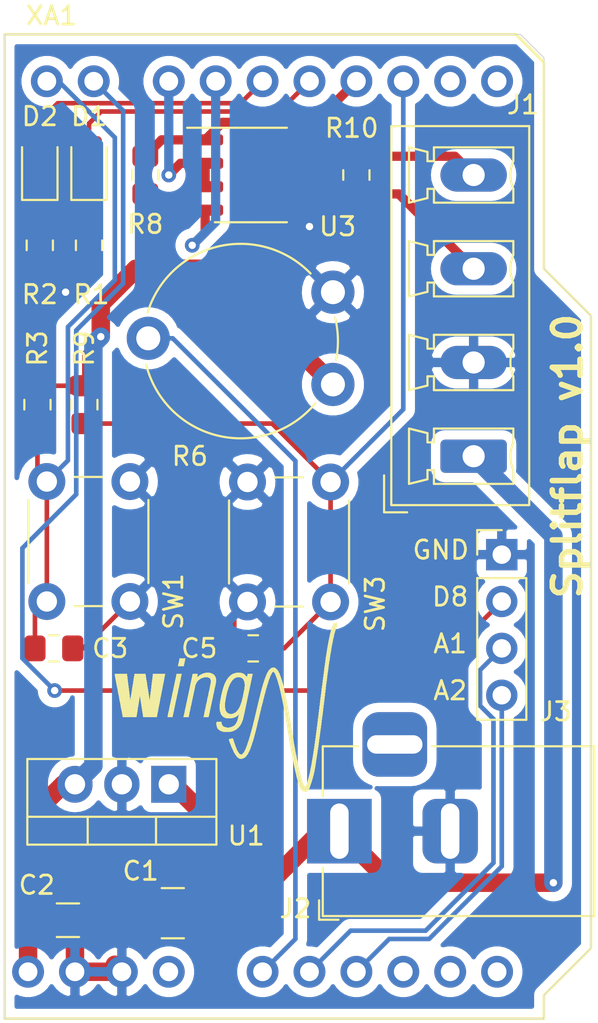
<source format=kicad_pcb>
(kicad_pcb (version 20171130) (host pcbnew 5.1.6-c6e7f7d~87~ubuntu18.04.1)

  (general
    (thickness 1.6)
    (drawings 14)
    (tracks 142)
    (zones 0)
    (modules 22)
    (nets 25)
  )

  (page A4)
  (layers
    (0 F.Cu signal)
    (31 B.Cu signal)
    (32 B.Adhes user)
    (33 F.Adhes user)
    (34 B.Paste user)
    (35 F.Paste user)
    (36 B.SilkS user)
    (37 F.SilkS user)
    (38 B.Mask user)
    (39 F.Mask user)
    (40 Dwgs.User user)
    (41 Cmts.User user)
    (42 Eco1.User user)
    (43 Eco2.User user)
    (44 Edge.Cuts user)
    (45 Margin user)
    (46 B.CrtYd user hide)
    (47 F.CrtYd user)
    (48 B.Fab user)
    (49 F.Fab user hide)
  )

  (setup
    (last_trace_width 0.25)
    (user_trace_width 0.5)
    (user_trace_width 1)
    (user_trace_width 2)
    (trace_clearance 0.2)
    (zone_clearance 0.508)
    (zone_45_only no)
    (trace_min 0.2)
    (via_size 0.8)
    (via_drill 0.4)
    (via_min_size 0.4)
    (via_min_drill 0.3)
    (uvia_size 0.3)
    (uvia_drill 0.1)
    (uvias_allowed no)
    (uvia_min_size 0.2)
    (uvia_min_drill 0.1)
    (edge_width 0.05)
    (segment_width 0.2)
    (pcb_text_width 0.3)
    (pcb_text_size 1.5 1.5)
    (mod_edge_width 0.12)
    (mod_text_size 1 1)
    (mod_text_width 0.15)
    (pad_size 3.2 3.2)
    (pad_drill 3.2)
    (pad_to_mask_clearance 0.05)
    (aux_axis_origin 0 0)
    (visible_elements FFFDFF7F)
    (pcbplotparams
      (layerselection 0x010fc_ffffffff)
      (usegerberextensions false)
      (usegerberattributes true)
      (usegerberadvancedattributes true)
      (creategerberjobfile true)
      (excludeedgelayer true)
      (linewidth 0.100000)
      (plotframeref false)
      (viasonmask false)
      (mode 1)
      (useauxorigin false)
      (hpglpennumber 1)
      (hpglpenspeed 20)
      (hpglpendiameter 15.000000)
      (psnegative false)
      (psa4output false)
      (plotreference true)
      (plotvalue true)
      (plotinvisibletext false)
      (padsonsilk false)
      (subtractmaskfromsilk false)
      (outputformat 1)
      (mirror false)
      (drillshape 0)
      (scaleselection 1)
      (outputdirectory "./oshpark"))
  )

  (net 0 "")
  (net 1 +5V)
  (net 2 GND)
  (net 3 DE)
  (net 4 DI)
  (net 5 28V)
  (net 6 RS485_A)
  (net 7 RS485_B)
  (net 8 RO)
  (net 9 "Net-(D1-Pad1)")
  (net 10 "Net-(D2-Pad1)")
  (net 11 PB1)
  (net 12 LED1)
  (net 13 LED2)
  (net 14 D8)
  (net 15 A1)
  (net 16 POT)
  (net 17 "Net-(XA1-PadVIN)")
  (net 18 "Net-(XA1-PadD0)")
  (net 19 "Net-(XA1-PadD1)")
  (net 20 "Net-(XA1-PadA3)")
  (net 21 "Net-(XA1-PadA4)")
  (net 22 "Net-(XA1-PadA5)")
  (net 23 PB2)
  (net 24 A2)

  (net_class Default "This is the default net class."
    (clearance 0.2)
    (trace_width 0.25)
    (via_dia 0.8)
    (via_drill 0.4)
    (uvia_dia 0.3)
    (uvia_drill 0.1)
    (add_net +5V)
    (add_net 28V)
    (add_net A1)
    (add_net A2)
    (add_net D8)
    (add_net DE)
    (add_net DI)
    (add_net GND)
    (add_net LED1)
    (add_net LED2)
    (add_net "Net-(D1-Pad1)")
    (add_net "Net-(D2-Pad1)")
    (add_net "Net-(XA1-PadA3)")
    (add_net "Net-(XA1-PadA4)")
    (add_net "Net-(XA1-PadA5)")
    (add_net "Net-(XA1-PadD0)")
    (add_net "Net-(XA1-PadD1)")
    (add_net "Net-(XA1-PadVIN)")
    (add_net PB1)
    (add_net PB2)
    (add_net POT)
    (add_net RO)
    (add_net RS485_A)
    (add_net RS485_B)
  )

  (module simonwidmer:Arduino_Uno_Smallshield (layer F.Cu) (tedit 601135B4) (tstamp 60154224)
    (at 26.67 74.93)
    (descr https://store.arduino.cc/arduino-uno-rev3)
    (path /60115910)
    (fp_text reference XA1 (at 2.54 -54.356) (layer F.SilkS)
      (effects (font (size 1 1) (thickness 0.15)))
    )
    (fp_text value Arduino_Uno_Shield (at 15.494 -54.356) (layer F.Fab)
      (effects (font (size 1 1) (thickness 0.15)))
    )
    (fp_line (start 0 -53.34) (end 27.686 -53.34) (layer F.SilkS) (width 0.15))
    (fp_line (start 0 0) (end 29.21 0) (layer F.SilkS) (width 0.15))
    (fp_line (start 27.686 -53.34) (end 29.21 -51.816) (layer F.SilkS) (width 0.15))
    (fp_line (start 29.21 0) (end 29.21 -1.27) (layer F.SilkS) (width 0.15))
    (fp_line (start 29.21 -1.27) (end 31.75 -3.81) (layer F.SilkS) (width 0.15))
    (fp_line (start 31.75 -3.81) (end 31.75 -38.1) (layer F.SilkS) (width 0.15))
    (fp_line (start 31.75 -38.1) (end 29.21 -40.64) (layer F.SilkS) (width 0.15))
    (fp_line (start 29.21 -40.64) (end 29.21 -51.816) (layer F.SilkS) (width 0.15))
    (fp_line (start 0 -53.34) (end 0 0) (layer F.SilkS) (width 0.15))
    (pad A0 thru_hole oval (at 13.97 -2.54) (size 1.7272 1.7272) (drill 1.016) (layers *.Cu *.Mask)
      (net 16 POT))
    (pad VIN thru_hole oval (at 8.89 -2.54) (size 1.7272 1.7272) (drill 1.016) (layers *.Cu *.Mask)
      (net 17 "Net-(XA1-PadVIN)"))
    (pad GND3 thru_hole oval (at 6.35 -2.54) (size 1.7272 1.7272) (drill 1.016) (layers *.Cu *.Mask)
      (net 2 GND))
    (pad GND2 thru_hole oval (at 3.81 -2.54) (size 1.7272 1.7272) (drill 1.016) (layers *.Cu *.Mask)
      (net 2 GND))
    (pad 5V1 thru_hole oval (at 1.27 -2.54) (size 1.7272 1.7272) (drill 1.016) (layers *.Cu *.Mask)
      (net 1 +5V))
    (pad D0 thru_hole oval (at 26.67 -50.8) (size 1.7272 1.7272) (drill 1.016) (layers *.Cu *.Mask)
      (net 18 "Net-(XA1-PadD0)"))
    (pad D1 thru_hole oval (at 24.13 -50.8) (size 1.7272 1.7272) (drill 1.016) (layers *.Cu *.Mask)
      (net 19 "Net-(XA1-PadD1)"))
    (pad D2 thru_hole oval (at 21.59 -50.8) (size 1.7272 1.7272) (drill 1.016) (layers *.Cu *.Mask)
      (net 11 PB1))
    (pad D3 thru_hole oval (at 19.05 -50.8) (size 1.7272 1.7272) (drill 1.016) (layers *.Cu *.Mask)
      (net 8 RO))
    (pad D4 thru_hole oval (at 16.51 -50.8) (size 1.7272 1.7272) (drill 1.016) (layers *.Cu *.Mask)
      (net 12 LED1))
    (pad D5 thru_hole oval (at 13.97 -50.8) (size 1.7272 1.7272) (drill 1.016) (layers *.Cu *.Mask)
      (net 13 LED2))
    (pad D6 thru_hole oval (at 11.43 -50.8) (size 1.7272 1.7272) (drill 1.016) (layers *.Cu *.Mask)
      (net 4 DI))
    (pad D7 thru_hole oval (at 8.89 -50.8) (size 1.7272 1.7272) (drill 1.016) (layers *.Cu *.Mask)
      (net 3 DE))
    (pad D8 thru_hole oval (at 4.826 -50.8) (size 1.7272 1.7272) (drill 1.016) (layers *.Cu *.Mask)
      (net 14 D8))
    (pad D9 thru_hole oval (at 2.286 -50.8) (size 1.7272 1.7272) (drill 1.016) (layers *.Cu *.Mask)
      (net 23 PB2))
    (pad A1 thru_hole oval (at 16.51 -2.54) (size 1.7272 1.7272) (drill 1.016) (layers *.Cu *.Mask)
      (net 15 A1))
    (pad A2 thru_hole oval (at 19.05 -2.54) (size 1.7272 1.7272) (drill 1.016) (layers *.Cu *.Mask)
      (net 24 A2))
    (pad A3 thru_hole oval (at 21.59 -2.54) (size 1.7272 1.7272) (drill 1.016) (layers *.Cu *.Mask)
      (net 20 "Net-(XA1-PadA3)"))
    (pad A4 thru_hole oval (at 24.13 -2.54) (size 1.7272 1.7272) (drill 1.016) (layers *.Cu *.Mask)
      (net 21 "Net-(XA1-PadA4)"))
    (pad A5 thru_hole oval (at 26.67 -2.54) (size 1.7272 1.7272) (drill 1.016) (layers *.Cu *.Mask)
      (net 22 "Net-(XA1-PadA5)"))
  )

  (module Connector_BarrelJack:BarrelJack_Horizontal (layer F.Cu) (tedit 5A1DBF6A) (tstamp 600A02F9)
    (at 44.8 64.77 180)
    (descr "DC Barrel Jack")
    (tags "Power Jack")
    (path /601C1A8F)
    (fp_text reference J2 (at 2.382 -4.191) (layer F.SilkS)
      (effects (font (size 1 1) (thickness 0.15)))
    )
    (fp_text value Barrel_Jack (at -6.2 -5.5) (layer F.Fab)
      (effects (font (size 1 1) (thickness 0.15)))
    )
    (fp_line (start 0 -4.5) (end -13.7 -4.5) (layer F.Fab) (width 0.1))
    (fp_line (start 0.8 4.5) (end 0.8 -3.75) (layer F.Fab) (width 0.1))
    (fp_line (start -13.7 4.5) (end 0.8 4.5) (layer F.Fab) (width 0.1))
    (fp_line (start -13.7 -4.5) (end -13.7 4.5) (layer F.Fab) (width 0.1))
    (fp_line (start -10.2 -4.5) (end -10.2 4.5) (layer F.Fab) (width 0.1))
    (fp_line (start 0.9 -4.6) (end 0.9 -2) (layer F.SilkS) (width 0.12))
    (fp_line (start -13.8 -4.6) (end 0.9 -4.6) (layer F.SilkS) (width 0.12))
    (fp_line (start 0.9 4.6) (end -1 4.6) (layer F.SilkS) (width 0.12))
    (fp_line (start 0.9 1.9) (end 0.9 4.6) (layer F.SilkS) (width 0.12))
    (fp_line (start -13.8 4.6) (end -13.8 -4.6) (layer F.SilkS) (width 0.12))
    (fp_line (start -5 4.6) (end -13.8 4.6) (layer F.SilkS) (width 0.12))
    (fp_line (start -14 4.75) (end -14 -4.75) (layer F.CrtYd) (width 0.05))
    (fp_line (start -5 4.75) (end -14 4.75) (layer F.CrtYd) (width 0.05))
    (fp_line (start -5 6.75) (end -5 4.75) (layer F.CrtYd) (width 0.05))
    (fp_line (start -1 6.75) (end -5 6.75) (layer F.CrtYd) (width 0.05))
    (fp_line (start -1 4.75) (end -1 6.75) (layer F.CrtYd) (width 0.05))
    (fp_line (start 1 4.75) (end -1 4.75) (layer F.CrtYd) (width 0.05))
    (fp_line (start 1 2) (end 1 4.75) (layer F.CrtYd) (width 0.05))
    (fp_line (start 2 2) (end 1 2) (layer F.CrtYd) (width 0.05))
    (fp_line (start 2 -2) (end 2 2) (layer F.CrtYd) (width 0.05))
    (fp_line (start 1 -2) (end 2 -2) (layer F.CrtYd) (width 0.05))
    (fp_line (start 1 -4.5) (end 1 -2) (layer F.CrtYd) (width 0.05))
    (fp_line (start 1 -4.75) (end -14 -4.75) (layer F.CrtYd) (width 0.05))
    (fp_line (start 1 -4.5) (end 1 -4.75) (layer F.CrtYd) (width 0.05))
    (fp_line (start 0.05 -4.8) (end 1.1 -4.8) (layer F.SilkS) (width 0.12))
    (fp_line (start 1.1 -3.75) (end 1.1 -4.8) (layer F.SilkS) (width 0.12))
    (fp_line (start -0.003213 -4.505425) (end 0.8 -3.75) (layer F.Fab) (width 0.1))
    (fp_text user %R (at -2.875001 -2.760001) (layer F.Fab)
      (effects (font (size 1 1) (thickness 0.15)))
    )
    (pad 1 thru_hole rect (at 0 0 180) (size 3.5 3.5) (drill oval 1 3) (layers *.Cu *.Mask)
      (net 5 28V))
    (pad 2 thru_hole roundrect (at -6 0 180) (size 3 3.5) (drill oval 1 3) (layers *.Cu *.Mask) (roundrect_rratio 0.25)
      (net 2 GND))
    (pad 3 thru_hole roundrect (at -3 4.7 180) (size 3.5 3.5) (drill oval 3 1) (layers *.Cu *.Mask) (roundrect_rratio 0.25))
    (model ${KISYS3DMOD}/Connector_BarrelJack.3dshapes/BarrelJack_Horizontal.wrl
      (at (xyz 0 0 0))
      (scale (xyz 1 1 1))
      (rotate (xyz 0 0 0))
    )
  )

  (module Potentiometer_THT:Potentiometer_Piher_PT-10-V10_Vertical (layer F.Cu) (tedit 5A3D4993) (tstamp 600AA712)
    (at 44.45 35.56 180)
    (descr "Potentiometer, vertical, Piher PT-10-V10, http://www.piher-nacesa.com/pdf/12-PT10v03.pdf")
    (tags "Potentiometer vertical Piher PT-10-V10")
    (path /5F8748AA)
    (fp_text reference R6 (at 7.747 -8.89) (layer F.SilkS)
      (effects (font (size 1 1) (thickness 0.15)))
    )
    (fp_text value "PT 10-L 100K" (at 5 3.75) (layer F.Fab)
      (effects (font (size 1 1) (thickness 0.15)))
    )
    (fp_circle (center 5 -2.65) (end 10.15 -2.65) (layer F.Fab) (width 0.1))
    (fp_circle (center 5 -2.65) (end 6.5 -2.65) (layer F.Fab) (width 0.1))
    (fp_line (start -1.45 -8.05) (end -1.45 2.75) (layer F.CrtYd) (width 0.05))
    (fp_line (start -1.45 2.75) (end 11.45 2.75) (layer F.CrtYd) (width 0.05))
    (fp_line (start 11.45 2.75) (end 11.45 -8.05) (layer F.CrtYd) (width 0.05))
    (fp_line (start 11.45 -8.05) (end -1.45 -8.05) (layer F.CrtYd) (width 0.05))
    (fp_arc (start 5 -2.65) (end 5 2.62) (angle -73) (layer F.SilkS) (width 0.12))
    (fp_arc (start 5 -2.65) (end 10.114 -3.924) (angle -126) (layer F.SilkS) (width 0.12))
    (fp_arc (start 5 -2.65) (end -0.174 -3.656) (angle -25) (layer F.SilkS) (width 0.12))
    (fp_arc (start 5 -2.65) (end 1.209 1.011) (angle -47) (layer F.SilkS) (width 0.12))
    (fp_text user %R (at 1.05 -2.65 90) (layer F.Fab)
      (effects (font (size 1 1) (thickness 0.15)))
    )
    (pad 3 thru_hole circle (at 0 -5 180) (size 2.34 2.34) (drill 1.3) (layers *.Cu *.Mask)
      (net 1 +5V))
    (pad 2 thru_hole circle (at 10 -2.5 180) (size 2.34 2.34) (drill 1.3) (layers *.Cu *.Mask)
      (net 16 POT))
    (pad 1 thru_hole circle (at 0 0 180) (size 2.34 2.34) (drill 1.3) (layers *.Cu *.Mask)
      (net 2 GND))
    (model ${KISYS3DMOD}/Potentiometer_THT.3dshapes/Potentiometer_Piher_PT-10-V10_Vertical.wrl
      (at (xyz 0 0 0))
      (scale (xyz 1 1 1))
      (rotate (xyz 0 0 0))
    )
  )

  (module Package_SO:SOIC-8_3.9x4.9mm_P1.27mm (layer F.Cu) (tedit 5D9F72B1) (tstamp 600A04A8)
    (at 40.005 29.21)
    (descr "SOIC, 8 Pin (JEDEC MS-012AA, https://www.analog.com/media/en/package-pcb-resources/package/pkg_pdf/soic_narrow-r/r_8.pdf), generated with kicad-footprint-generator ipc_gullwing_generator.py")
    (tags "SOIC SO")
    (path /5F85AA8D)
    (attr smd)
    (fp_text reference U3 (at 4.699 2.794) (layer F.SilkS)
      (effects (font (size 1 1) (thickness 0.15)))
    )
    (fp_text value ADM485 (at 0 3.4) (layer F.Fab)
      (effects (font (size 1 1) (thickness 0.15)))
    )
    (fp_line (start 3.7 -2.7) (end -3.7 -2.7) (layer F.CrtYd) (width 0.05))
    (fp_line (start 3.7 2.7) (end 3.7 -2.7) (layer F.CrtYd) (width 0.05))
    (fp_line (start -3.7 2.7) (end 3.7 2.7) (layer F.CrtYd) (width 0.05))
    (fp_line (start -3.7 -2.7) (end -3.7 2.7) (layer F.CrtYd) (width 0.05))
    (fp_line (start -1.95 -1.475) (end -0.975 -2.45) (layer F.Fab) (width 0.1))
    (fp_line (start -1.95 2.45) (end -1.95 -1.475) (layer F.Fab) (width 0.1))
    (fp_line (start 1.95 2.45) (end -1.95 2.45) (layer F.Fab) (width 0.1))
    (fp_line (start 1.95 -2.45) (end 1.95 2.45) (layer F.Fab) (width 0.1))
    (fp_line (start -0.975 -2.45) (end 1.95 -2.45) (layer F.Fab) (width 0.1))
    (fp_line (start 0 -2.56) (end -3.45 -2.56) (layer F.SilkS) (width 0.12))
    (fp_line (start 0 -2.56) (end 1.95 -2.56) (layer F.SilkS) (width 0.12))
    (fp_line (start 0 2.56) (end -1.95 2.56) (layer F.SilkS) (width 0.12))
    (fp_line (start 0 2.56) (end 1.95 2.56) (layer F.SilkS) (width 0.12))
    (fp_text user %R (at 0 0) (layer F.Fab)
      (effects (font (size 0.98 0.98) (thickness 0.15)))
    )
    (pad 8 smd roundrect (at 2.475 -1.905) (size 1.95 0.6) (layers F.Cu F.Paste F.Mask) (roundrect_rratio 0.25)
      (net 1 +5V))
    (pad 7 smd roundrect (at 2.475 -0.635) (size 1.95 0.6) (layers F.Cu F.Paste F.Mask) (roundrect_rratio 0.25)
      (net 7 RS485_B))
    (pad 6 smd roundrect (at 2.475 0.635) (size 1.95 0.6) (layers F.Cu F.Paste F.Mask) (roundrect_rratio 0.25)
      (net 6 RS485_A))
    (pad 5 smd roundrect (at 2.475 1.905) (size 1.95 0.6) (layers F.Cu F.Paste F.Mask) (roundrect_rratio 0.25)
      (net 2 GND))
    (pad 4 smd roundrect (at -2.475 1.905) (size 1.95 0.6) (layers F.Cu F.Paste F.Mask) (roundrect_rratio 0.25)
      (net 4 DI))
    (pad 3 smd roundrect (at -2.475 0.635) (size 1.95 0.6) (layers F.Cu F.Paste F.Mask) (roundrect_rratio 0.25)
      (net 3 DE))
    (pad 2 smd roundrect (at -2.475 -0.635) (size 1.95 0.6) (layers F.Cu F.Paste F.Mask) (roundrect_rratio 0.25)
      (net 3 DE))
    (pad 1 smd roundrect (at -2.475 -1.905) (size 1.95 0.6) (layers F.Cu F.Paste F.Mask) (roundrect_rratio 0.25)
      (net 8 RO))
    (model ${KISYS3DMOD}/Package_SO.3dshapes/SOIC-8_3.9x4.9mm_P1.27mm.wrl
      (at (xyz 0 0 0))
      (scale (xyz 1 1 1))
      (rotate (xyz 0 0 0))
    )
  )

  (module Capacitor_SMD:C_0805_2012Metric_Pad1.15x1.40mm_HandSolder (layer F.Cu) (tedit 5B36C52B) (tstamp 600A0285)
    (at 40.132 54.864 180)
    (descr "Capacitor SMD 0805 (2012 Metric), square (rectangular) end terminal, IPC_7351 nominal with elongated pad for handsoldering. (Body size source: https://docs.google.com/spreadsheets/d/1BsfQQcO9C6DZCsRaXUlFlo91Tg2WpOkGARC1WS5S8t0/edit?usp=sharing), generated with kicad-footprint-generator")
    (tags "capacitor handsolder")
    (path /6019AD6A)
    (attr smd)
    (fp_text reference C5 (at 2.921 0) (layer F.SilkS)
      (effects (font (size 1 1) (thickness 0.15)))
    )
    (fp_text value 100n (at 0 1.65) (layer F.Fab)
      (effects (font (size 1 1) (thickness 0.15)))
    )
    (fp_line (start 1.85 0.95) (end -1.85 0.95) (layer F.CrtYd) (width 0.05))
    (fp_line (start 1.85 -0.95) (end 1.85 0.95) (layer F.CrtYd) (width 0.05))
    (fp_line (start -1.85 -0.95) (end 1.85 -0.95) (layer F.CrtYd) (width 0.05))
    (fp_line (start -1.85 0.95) (end -1.85 -0.95) (layer F.CrtYd) (width 0.05))
    (fp_line (start -0.261252 0.71) (end 0.261252 0.71) (layer F.SilkS) (width 0.12))
    (fp_line (start -0.261252 -0.71) (end 0.261252 -0.71) (layer F.SilkS) (width 0.12))
    (fp_line (start 1 0.6) (end -1 0.6) (layer F.Fab) (width 0.1))
    (fp_line (start 1 -0.6) (end 1 0.6) (layer F.Fab) (width 0.1))
    (fp_line (start -1 -0.6) (end 1 -0.6) (layer F.Fab) (width 0.1))
    (fp_line (start -1 0.6) (end -1 -0.6) (layer F.Fab) (width 0.1))
    (fp_text user %R (at -0.245 0.014999) (layer F.Fab)
      (effects (font (size 0.5 0.5) (thickness 0.08)))
    )
    (pad 1 smd roundrect (at -1.025 0 180) (size 1.15 1.4) (layers F.Cu F.Paste F.Mask) (roundrect_rratio 0.217391)
      (net 11 PB1))
    (pad 2 smd roundrect (at 1.025 0 180) (size 1.15 1.4) (layers F.Cu F.Paste F.Mask) (roundrect_rratio 0.217391)
      (net 2 GND))
    (model ${KISYS3DMOD}/Capacitor_SMD.3dshapes/C_0805_2012Metric.wrl
      (at (xyz 0 0 0))
      (scale (xyz 1 1 1))
      (rotate (xyz 0 0 0))
    )
  )

  (module Connector_Phoenix_MC_HighVoltage:PhoenixContact_MCV_1,5_4-G-5.08_1x04_P5.08mm_Vertical (layer F.Cu) (tedit 5B784ED3) (tstamp 600A02D6)
    (at 52.07 44.45 90)
    (descr "Generic Phoenix Contact connector footprint for: MCV_1,5/4-G-5.08; number of pins: 04; pin pitch: 5.08mm; Vertical || order number: 1836312 8A 320V")
    (tags "phoenix_contact connector MCV_01x04_G_5.08mm")
    (path /5F8B3147)
    (fp_text reference J1 (at 19.05 2.667 180) (layer F.SilkS)
      (effects (font (size 1 1) (thickness 0.15)))
    )
    (fp_text value Conn_01x04_Male (at 7.62 4.1 90) (layer F.Fab)
      (effects (font (size 1 1) (thickness 0.15)))
    )
    (fp_line (start -3.04 -4.85) (end -1.04 -4.85) (layer F.Fab) (width 0.1))
    (fp_line (start -3.04 -3.6) (end -3.04 -4.85) (layer F.Fab) (width 0.1))
    (fp_line (start -3.04 -4.85) (end -1.04 -4.85) (layer F.SilkS) (width 0.12))
    (fp_line (start -3.04 -3.6) (end -3.04 -4.85) (layer F.SilkS) (width 0.12))
    (fp_line (start 18.28 -4.85) (end -3.04 -4.85) (layer F.CrtYd) (width 0.05))
    (fp_line (start 18.28 3.4) (end 18.28 -4.85) (layer F.CrtYd) (width 0.05))
    (fp_line (start -3.04 3.4) (end 18.28 3.4) (layer F.CrtYd) (width 0.05))
    (fp_line (start -3.04 -4.85) (end -3.04 3.4) (layer F.CrtYd) (width 0.05))
    (fp_line (start 16.74 2.15) (end 15.99 2.15) (layer F.SilkS) (width 0.12))
    (fp_line (start 16.74 -2.15) (end 16.74 2.15) (layer F.SilkS) (width 0.12))
    (fp_line (start 15.99 -2.15) (end 16.74 -2.15) (layer F.SilkS) (width 0.12))
    (fp_line (start 15.99 -2.5) (end 15.99 -2.15) (layer F.SilkS) (width 0.12))
    (fp_line (start 16.49 -2.5) (end 15.99 -2.5) (layer F.SilkS) (width 0.12))
    (fp_line (start 16.74 -3.5) (end 16.49 -2.5) (layer F.SilkS) (width 0.12))
    (fp_line (start 13.74 -3.5) (end 16.74 -3.5) (layer F.SilkS) (width 0.12))
    (fp_line (start 13.99 -2.5) (end 13.74 -3.5) (layer F.SilkS) (width 0.12))
    (fp_line (start 14.49 -2.5) (end 13.99 -2.5) (layer F.SilkS) (width 0.12))
    (fp_line (start 14.49 -2.15) (end 14.49 -2.5) (layer F.SilkS) (width 0.12))
    (fp_line (start 13.74 -2.15) (end 14.49 -2.15) (layer F.SilkS) (width 0.12))
    (fp_line (start 13.74 2.15) (end 13.74 -2.15) (layer F.SilkS) (width 0.12))
    (fp_line (start 14.49 2.15) (end 13.74 2.15) (layer F.SilkS) (width 0.12))
    (fp_line (start 11.66 2.15) (end 10.91 2.15) (layer F.SilkS) (width 0.12))
    (fp_line (start 11.66 -2.15) (end 11.66 2.15) (layer F.SilkS) (width 0.12))
    (fp_line (start 10.91 -2.15) (end 11.66 -2.15) (layer F.SilkS) (width 0.12))
    (fp_line (start 10.91 -2.5) (end 10.91 -2.15) (layer F.SilkS) (width 0.12))
    (fp_line (start 11.41 -2.5) (end 10.91 -2.5) (layer F.SilkS) (width 0.12))
    (fp_line (start 11.66 -3.5) (end 11.41 -2.5) (layer F.SilkS) (width 0.12))
    (fp_line (start 8.66 -3.5) (end 11.66 -3.5) (layer F.SilkS) (width 0.12))
    (fp_line (start 8.91 -2.5) (end 8.66 -3.5) (layer F.SilkS) (width 0.12))
    (fp_line (start 9.41 -2.5) (end 8.91 -2.5) (layer F.SilkS) (width 0.12))
    (fp_line (start 9.41 -2.15) (end 9.41 -2.5) (layer F.SilkS) (width 0.12))
    (fp_line (start 8.66 -2.15) (end 9.41 -2.15) (layer F.SilkS) (width 0.12))
    (fp_line (start 8.66 2.15) (end 8.66 -2.15) (layer F.SilkS) (width 0.12))
    (fp_line (start 9.41 2.15) (end 8.66 2.15) (layer F.SilkS) (width 0.12))
    (fp_line (start 6.58 2.15) (end 5.83 2.15) (layer F.SilkS) (width 0.12))
    (fp_line (start 6.58 -2.15) (end 6.58 2.15) (layer F.SilkS) (width 0.12))
    (fp_line (start 5.83 -2.15) (end 6.58 -2.15) (layer F.SilkS) (width 0.12))
    (fp_line (start 5.83 -2.5) (end 5.83 -2.15) (layer F.SilkS) (width 0.12))
    (fp_line (start 6.33 -2.5) (end 5.83 -2.5) (layer F.SilkS) (width 0.12))
    (fp_line (start 6.58 -3.5) (end 6.33 -2.5) (layer F.SilkS) (width 0.12))
    (fp_line (start 3.58 -3.5) (end 6.58 -3.5) (layer F.SilkS) (width 0.12))
    (fp_line (start 3.83 -2.5) (end 3.58 -3.5) (layer F.SilkS) (width 0.12))
    (fp_line (start 4.33 -2.5) (end 3.83 -2.5) (layer F.SilkS) (width 0.12))
    (fp_line (start 4.33 -2.15) (end 4.33 -2.5) (layer F.SilkS) (width 0.12))
    (fp_line (start 3.58 -2.15) (end 4.33 -2.15) (layer F.SilkS) (width 0.12))
    (fp_line (start 3.58 2.15) (end 3.58 -2.15) (layer F.SilkS) (width 0.12))
    (fp_line (start 4.33 2.15) (end 3.58 2.15) (layer F.SilkS) (width 0.12))
    (fp_line (start 1.5 2.15) (end 0.75 2.15) (layer F.SilkS) (width 0.12))
    (fp_line (start 1.5 -2.15) (end 1.5 2.15) (layer F.SilkS) (width 0.12))
    (fp_line (start 0.75 -2.15) (end 1.5 -2.15) (layer F.SilkS) (width 0.12))
    (fp_line (start 0.75 -2.5) (end 0.75 -2.15) (layer F.SilkS) (width 0.12))
    (fp_line (start 1.25 -2.5) (end 0.75 -2.5) (layer F.SilkS) (width 0.12))
    (fp_line (start 1.5 -3.5) (end 1.25 -2.5) (layer F.SilkS) (width 0.12))
    (fp_line (start -1.5 -3.5) (end 1.5 -3.5) (layer F.SilkS) (width 0.12))
    (fp_line (start -1.25 -2.5) (end -1.5 -3.5) (layer F.SilkS) (width 0.12))
    (fp_line (start -0.75 -2.5) (end -1.25 -2.5) (layer F.SilkS) (width 0.12))
    (fp_line (start -0.75 -2.15) (end -0.75 -2.5) (layer F.SilkS) (width 0.12))
    (fp_line (start -1.5 -2.15) (end -0.75 -2.15) (layer F.SilkS) (width 0.12))
    (fp_line (start -1.5 2.15) (end -1.5 -2.15) (layer F.SilkS) (width 0.12))
    (fp_line (start -0.75 2.15) (end -1.5 2.15) (layer F.SilkS) (width 0.12))
    (fp_line (start 17.78 -4.35) (end -2.54 -4.35) (layer F.Fab) (width 0.1))
    (fp_line (start 17.78 2.9) (end 17.78 -4.35) (layer F.Fab) (width 0.1))
    (fp_line (start -2.54 2.9) (end 17.78 2.9) (layer F.Fab) (width 0.1))
    (fp_line (start -2.54 -4.35) (end -2.54 2.9) (layer F.Fab) (width 0.1))
    (fp_line (start 17.89 -4.46) (end -2.65 -4.46) (layer F.SilkS) (width 0.12))
    (fp_line (start 17.89 3.01) (end 17.89 -4.46) (layer F.SilkS) (width 0.12))
    (fp_line (start -2.65 3.01) (end 17.89 3.01) (layer F.SilkS) (width 0.12))
    (fp_line (start -2.65 -4.46) (end -2.65 3.01) (layer F.SilkS) (width 0.12))
    (fp_arc (start 0 3.85) (end -0.75 2.15) (angle 47.6) (layer F.SilkS) (width 0.12))
    (fp_arc (start 5.08 3.85) (end 4.33 2.15) (angle 47.6) (layer F.SilkS) (width 0.12))
    (fp_arc (start 10.16 3.85) (end 9.41 2.15) (angle 47.6) (layer F.SilkS) (width 0.12))
    (fp_arc (start 15.24 3.85) (end 14.49 2.15) (angle 47.6) (layer F.SilkS) (width 0.12))
    (fp_text user %R (at 7.62 -3.65 90) (layer F.Fab)
      (effects (font (size 1 1) (thickness 0.15)))
    )
    (pad 1 thru_hole roundrect (at 0 0 90) (size 1.8 3.6) (drill 1.2) (layers *.Cu *.Mask) (roundrect_rratio 0.138889)
      (net 5 28V))
    (pad 2 thru_hole oval (at 5.08 0 90) (size 1.8 3.6) (drill 1.2) (layers *.Cu *.Mask)
      (net 2 GND))
    (pad 3 thru_hole oval (at 10.16 0 90) (size 1.8 3.6) (drill 1.2) (layers *.Cu *.Mask)
      (net 6 RS485_A))
    (pad 4 thru_hole oval (at 15.24 0 90) (size 1.8 3.6) (drill 1.2) (layers *.Cu *.Mask)
      (net 7 RS485_B))
    (model ${KISYS3DMOD}/Connector_Phoenix_MC_HighVoltage.3dshapes/PhoenixContact_MCV_1,5_4-G-5.08_1x04_P5.08mm_Vertical.wrl
      (at (xyz 0 0 0))
      (scale (xyz 1 1 1))
      (rotate (xyz 0 0 0))
    )
  )

  (module Resistor_SMD:R_0805_2012Metric_Pad1.15x1.40mm_HandSolder (layer F.Cu) (tedit 5B36C52B) (tstamp 600A036A)
    (at 34.29 29.21 90)
    (descr "Resistor SMD 0805 (2012 Metric), square (rectangular) end terminal, IPC_7351 nominal with elongated pad for handsoldering. (Body size source: https://docs.google.com/spreadsheets/d/1BsfQQcO9C6DZCsRaXUlFlo91Tg2WpOkGARC1WS5S8t0/edit?usp=sharing), generated with kicad-footprint-generator")
    (tags "resistor handsolder")
    (path /5F873434)
    (attr smd)
    (fp_text reference R8 (at -2.667 0 180) (layer F.SilkS)
      (effects (font (size 1 1) (thickness 0.15)))
    )
    (fp_text value 47k (at 0 1.65 90) (layer F.Fab)
      (effects (font (size 1 1) (thickness 0.15)))
    )
    (fp_line (start 1.85 0.95) (end -1.85 0.95) (layer F.CrtYd) (width 0.05))
    (fp_line (start 1.85 -0.95) (end 1.85 0.95) (layer F.CrtYd) (width 0.05))
    (fp_line (start -1.85 -0.95) (end 1.85 -0.95) (layer F.CrtYd) (width 0.05))
    (fp_line (start -1.85 0.95) (end -1.85 -0.95) (layer F.CrtYd) (width 0.05))
    (fp_line (start -0.261252 0.71) (end 0.261252 0.71) (layer F.SilkS) (width 0.12))
    (fp_line (start -0.261252 -0.71) (end 0.261252 -0.71) (layer F.SilkS) (width 0.12))
    (fp_line (start 1 0.6) (end -1 0.6) (layer F.Fab) (width 0.1))
    (fp_line (start 1 -0.6) (end 1 0.6) (layer F.Fab) (width 0.1))
    (fp_line (start -1 -0.6) (end 1 -0.6) (layer F.Fab) (width 0.1))
    (fp_line (start -1 0.6) (end -1 -0.6) (layer F.Fab) (width 0.1))
    (fp_text user %R (at -1.575001 1.194999 90) (layer F.Fab)
      (effects (font (size 0.5 0.5) (thickness 0.08)))
    )
    (pad 1 smd roundrect (at -1.025 0 90) (size 1.15 1.4) (layers F.Cu F.Paste F.Mask) (roundrect_rratio 0.217391)
      (net 1 +5V))
    (pad 2 smd roundrect (at 1.025 0 90) (size 1.15 1.4) (layers F.Cu F.Paste F.Mask) (roundrect_rratio 0.217391)
      (net 8 RO))
    (model ${KISYS3DMOD}/Resistor_SMD.3dshapes/R_0805_2012Metric.wrl
      (at (xyz 0 0 0))
      (scale (xyz 1 1 1))
      (rotate (xyz 0 0 0))
    )
  )

  (module Resistor_SMD:R_0805_2012Metric_Pad1.15x1.40mm_HandSolder (layer F.Cu) (tedit 5B36C52B) (tstamp 600A037B)
    (at 30.988 41.656 270)
    (descr "Resistor SMD 0805 (2012 Metric), square (rectangular) end terminal, IPC_7351 nominal with elongated pad for handsoldering. (Body size source: https://docs.google.com/spreadsheets/d/1BsfQQcO9C6DZCsRaXUlFlo91Tg2WpOkGARC1WS5S8t0/edit?usp=sharing), generated with kicad-footprint-generator")
    (tags "resistor handsolder")
    (path /601659E3)
    (attr smd)
    (fp_text reference R9 (at -3.048 0 90) (layer F.SilkS)
      (effects (font (size 1 1) (thickness 0.15)))
    )
    (fp_text value 100k (at 0 1.65 90) (layer F.Fab)
      (effects (font (size 1 1) (thickness 0.15)))
    )
    (fp_line (start -1 0.6) (end -1 -0.6) (layer F.Fab) (width 0.1))
    (fp_line (start -1 -0.6) (end 1 -0.6) (layer F.Fab) (width 0.1))
    (fp_line (start 1 -0.6) (end 1 0.6) (layer F.Fab) (width 0.1))
    (fp_line (start 1 0.6) (end -1 0.6) (layer F.Fab) (width 0.1))
    (fp_line (start -0.261252 -0.71) (end 0.261252 -0.71) (layer F.SilkS) (width 0.12))
    (fp_line (start -0.261252 0.71) (end 0.261252 0.71) (layer F.SilkS) (width 0.12))
    (fp_line (start -1.85 0.95) (end -1.85 -0.95) (layer F.CrtYd) (width 0.05))
    (fp_line (start -1.85 -0.95) (end 1.85 -0.95) (layer F.CrtYd) (width 0.05))
    (fp_line (start 1.85 -0.95) (end 1.85 0.95) (layer F.CrtYd) (width 0.05))
    (fp_line (start 1.85 0.95) (end -1.85 0.95) (layer F.CrtYd) (width 0.05))
    (fp_text user %R (at 0 0 90) (layer F.Fab)
      (effects (font (size 0.5 0.5) (thickness 0.08)))
    )
    (pad 2 smd roundrect (at 1.025 0 270) (size 1.15 1.4) (layers F.Cu F.Paste F.Mask) (roundrect_rratio 0.217391)
      (net 11 PB1))
    (pad 1 smd roundrect (at -1.025 0 270) (size 1.15 1.4) (layers F.Cu F.Paste F.Mask) (roundrect_rratio 0.217391)
      (net 1 +5V))
    (model ${KISYS3DMOD}/Resistor_SMD.3dshapes/R_0805_2012Metric.wrl
      (at (xyz 0 0 0))
      (scale (xyz 1 1 1))
      (rotate (xyz 0 0 0))
    )
  )

  (module Resistor_SMD:R_0805_2012Metric_Pad1.15x1.40mm_HandSolder (layer F.Cu) (tedit 5B36C52B) (tstamp 600A038C)
    (at 45.72 29.21 270)
    (descr "Resistor SMD 0805 (2012 Metric), square (rectangular) end terminal, IPC_7351 nominal with elongated pad for handsoldering. (Body size source: https://docs.google.com/spreadsheets/d/1BsfQQcO9C6DZCsRaXUlFlo91Tg2WpOkGARC1WS5S8t0/edit?usp=sharing), generated with kicad-footprint-generator")
    (tags "resistor handsolder")
    (path /5F872952)
    (attr smd)
    (fp_text reference R10 (at -2.54 0.254 180) (layer F.SilkS)
      (effects (font (size 1 1) (thickness 0.15)))
    )
    (fp_text value 120R (at 0 1.65 90) (layer F.Fab)
      (effects (font (size 1 1) (thickness 0.15)))
    )
    (fp_line (start 1.85 0.95) (end -1.85 0.95) (layer F.CrtYd) (width 0.05))
    (fp_line (start 1.85 -0.95) (end 1.85 0.95) (layer F.CrtYd) (width 0.05))
    (fp_line (start -1.85 -0.95) (end 1.85 -0.95) (layer F.CrtYd) (width 0.05))
    (fp_line (start -1.85 0.95) (end -1.85 -0.95) (layer F.CrtYd) (width 0.05))
    (fp_line (start -0.261252 0.71) (end 0.261252 0.71) (layer F.SilkS) (width 0.12))
    (fp_line (start -0.261252 -0.71) (end 0.261252 -0.71) (layer F.SilkS) (width 0.12))
    (fp_line (start 1 0.6) (end -1 0.6) (layer F.Fab) (width 0.1))
    (fp_line (start 1 -0.6) (end 1 0.6) (layer F.Fab) (width 0.1))
    (fp_line (start -1 -0.6) (end 1 -0.6) (layer F.Fab) (width 0.1))
    (fp_line (start -1 0.6) (end -1 -0.6) (layer F.Fab) (width 0.1))
    (fp_text user %R (at 0 0 90) (layer F.Fab)
      (effects (font (size 0.5 0.5) (thickness 0.08)))
    )
    (pad 1 smd roundrect (at -1.025 0 270) (size 1.15 1.4) (layers F.Cu F.Paste F.Mask) (roundrect_rratio 0.217391)
      (net 7 RS485_B))
    (pad 2 smd roundrect (at 1.025 0 270) (size 1.15 1.4) (layers F.Cu F.Paste F.Mask) (roundrect_rratio 0.217391)
      (net 6 RS485_A))
    (model ${KISYS3DMOD}/Resistor_SMD.3dshapes/R_0805_2012Metric.wrl
      (at (xyz 0 0 0))
      (scale (xyz 1 1 1))
      (rotate (xyz 0 0 0))
    )
  )

  (module Package_TO_SOT_THT:TO-220-3_Vertical (layer F.Cu) (tedit 5AC8BA0D) (tstamp 6010313E)
    (at 35.56 62.23 180)
    (descr "TO-220-3, Vertical, RM 2.54mm, see https://www.vishay.com/docs/66542/to-220-1.pdf")
    (tags "TO-220-3 Vertical RM 2.54mm")
    (path /5F85FAB5)
    (fp_text reference U1 (at -4.191 -2.794) (layer F.SilkS)
      (effects (font (size 1 1) (thickness 0.15)))
    )
    (fp_text value LC78_05-0.5 (at 2.54 2.5) (layer F.Fab)
      (effects (font (size 1 1) (thickness 0.15)))
    )
    (fp_line (start 7.79 -3.4) (end -2.71 -3.4) (layer F.CrtYd) (width 0.05))
    (fp_line (start 7.79 1.51) (end 7.79 -3.4) (layer F.CrtYd) (width 0.05))
    (fp_line (start -2.71 1.51) (end 7.79 1.51) (layer F.CrtYd) (width 0.05))
    (fp_line (start -2.71 -3.4) (end -2.71 1.51) (layer F.CrtYd) (width 0.05))
    (fp_line (start 4.391 -3.27) (end 4.391 -1.76) (layer F.SilkS) (width 0.12))
    (fp_line (start 0.69 -3.27) (end 0.69 -1.76) (layer F.SilkS) (width 0.12))
    (fp_line (start -2.58 -1.76) (end 7.66 -1.76) (layer F.SilkS) (width 0.12))
    (fp_line (start 7.66 -3.27) (end 7.66 1.371) (layer F.SilkS) (width 0.12))
    (fp_line (start -2.58 -3.27) (end -2.58 1.371) (layer F.SilkS) (width 0.12))
    (fp_line (start -2.58 1.371) (end 7.66 1.371) (layer F.SilkS) (width 0.12))
    (fp_line (start -2.58 -3.27) (end 7.66 -3.27) (layer F.SilkS) (width 0.12))
    (fp_line (start 4.39 -3.15) (end 4.39 -1.88) (layer F.Fab) (width 0.1))
    (fp_line (start 0.69 -3.15) (end 0.69 -1.88) (layer F.Fab) (width 0.1))
    (fp_line (start -2.46 -1.88) (end 7.54 -1.88) (layer F.Fab) (width 0.1))
    (fp_line (start 7.54 -3.15) (end -2.46 -3.15) (layer F.Fab) (width 0.1))
    (fp_line (start 7.54 1.25) (end 7.54 -3.15) (layer F.Fab) (width 0.1))
    (fp_line (start -2.46 1.25) (end 7.54 1.25) (layer F.Fab) (width 0.1))
    (fp_line (start -2.46 -3.15) (end -2.46 1.25) (layer F.Fab) (width 0.1))
    (fp_text user %R (at 2.54 -4.27) (layer F.Fab)
      (effects (font (size 1 1) (thickness 0.15)))
    )
    (pad 1 thru_hole rect (at 0 0 180) (size 1.905 2) (drill 1.1) (layers *.Cu *.Mask)
      (net 5 28V))
    (pad 2 thru_hole oval (at 2.54 0 180) (size 1.905 2) (drill 1.1) (layers *.Cu *.Mask)
      (net 2 GND))
    (pad 3 thru_hole oval (at 5.08 0 180) (size 1.905 2) (drill 1.1) (layers *.Cu *.Mask)
      (net 1 +5V))
    (model ${KISYS3DMOD}/Package_TO_SOT_THT.3dshapes/TO-220-3_Vertical.wrl
      (at (xyz 0 0 0))
      (scale (xyz 1 1 1))
      (rotate (xyz 0 0 0))
    )
  )

  (module Capacitor_SMD:C_1210_3225Metric_Pad1.42x2.65mm_HandSolder (layer F.Cu) (tedit 5B301BBE) (tstamp 60103180)
    (at 35.7775 69.215 180)
    (descr "Capacitor SMD 1210 (3225 Metric), square (rectangular) end terminal, IPC_7351 nominal with elongated pad for handsoldering. (Body size source: http://www.tortai-tech.com/upload/download/2011102023233369053.pdf), generated with kicad-footprint-generator")
    (tags "capacitor handsolder")
    (path /5F8DB3C6)
    (attr smd)
    (fp_text reference C1 (at 1.7415 2.286) (layer F.SilkS)
      (effects (font (size 1 1) (thickness 0.15)))
    )
    (fp_text value 10uF/50V (at 0 2.28) (layer F.Fab)
      (effects (font (size 1 1) (thickness 0.15)))
    )
    (fp_line (start -1.6 1.25) (end -1.6 -1.25) (layer F.Fab) (width 0.1))
    (fp_line (start -1.6 -1.25) (end 1.6 -1.25) (layer F.Fab) (width 0.1))
    (fp_line (start 1.6 -1.25) (end 1.6 1.25) (layer F.Fab) (width 0.1))
    (fp_line (start 1.6 1.25) (end -1.6 1.25) (layer F.Fab) (width 0.1))
    (fp_line (start -0.602064 -1.36) (end 0.602064 -1.36) (layer F.SilkS) (width 0.12))
    (fp_line (start -0.602064 1.36) (end 0.602064 1.36) (layer F.SilkS) (width 0.12))
    (fp_line (start -2.45 1.58) (end -2.45 -1.58) (layer F.CrtYd) (width 0.05))
    (fp_line (start -2.45 -1.58) (end 2.45 -1.58) (layer F.CrtYd) (width 0.05))
    (fp_line (start 2.45 -1.58) (end 2.45 1.58) (layer F.CrtYd) (width 0.05))
    (fp_line (start 2.45 1.58) (end -2.45 1.58) (layer F.CrtYd) (width 0.05))
    (fp_text user %R (at 0 0) (layer F.Fab)
      (effects (font (size 0.8 0.8) (thickness 0.12)))
    )
    (pad 1 smd roundrect (at -1.4875 0 180) (size 1.425 2.65) (layers F.Cu F.Paste F.Mask) (roundrect_rratio 0.175439)
      (net 5 28V))
    (pad 2 smd roundrect (at 1.4875 0 180) (size 1.425 2.65) (layers F.Cu F.Paste F.Mask) (roundrect_rratio 0.175439)
      (net 2 GND))
    (model ${KISYS3DMOD}/Capacitor_SMD.3dshapes/C_1210_3225Metric.wrl
      (at (xyz 0 0 0))
      (scale (xyz 1 1 1))
      (rotate (xyz 0 0 0))
    )
  )

  (module Capacitor_SMD:C_1206_3216Metric_Pad1.42x1.75mm_HandSolder (layer F.Cu) (tedit 5B301BBE) (tstamp 601031B0)
    (at 30.099 69.596)
    (descr "Capacitor SMD 1206 (3216 Metric), square (rectangular) end terminal, IPC_7351 nominal with elongated pad for handsoldering. (Body size source: http://www.tortai-tech.com/upload/download/2011102023233369053.pdf), generated with kicad-footprint-generator")
    (tags "capacitor handsolder")
    (path /5F8DBC28)
    (attr smd)
    (fp_text reference C2 (at -1.6875 -1.905) (layer F.SilkS)
      (effects (font (size 1 1) (thickness 0.15)))
    )
    (fp_text value 22uF/10V (at 0 1.82) (layer F.Fab)
      (effects (font (size 1 1) (thickness 0.15)))
    )
    (fp_line (start -1.6 0.8) (end -1.6 -0.8) (layer F.Fab) (width 0.1))
    (fp_line (start -1.6 -0.8) (end 1.6 -0.8) (layer F.Fab) (width 0.1))
    (fp_line (start 1.6 -0.8) (end 1.6 0.8) (layer F.Fab) (width 0.1))
    (fp_line (start 1.6 0.8) (end -1.6 0.8) (layer F.Fab) (width 0.1))
    (fp_line (start -0.602064 -0.91) (end 0.602064 -0.91) (layer F.SilkS) (width 0.12))
    (fp_line (start -0.602064 0.91) (end 0.602064 0.91) (layer F.SilkS) (width 0.12))
    (fp_line (start -2.45 1.12) (end -2.45 -1.12) (layer F.CrtYd) (width 0.05))
    (fp_line (start -2.45 -1.12) (end 2.45 -1.12) (layer F.CrtYd) (width 0.05))
    (fp_line (start 2.45 -1.12) (end 2.45 1.12) (layer F.CrtYd) (width 0.05))
    (fp_line (start 2.45 1.12) (end -2.45 1.12) (layer F.CrtYd) (width 0.05))
    (fp_text user %R (at 0.2175 0) (layer F.Fab)
      (effects (font (size 0.8 0.8) (thickness 0.12)))
    )
    (pad 1 smd roundrect (at -1.4875 0) (size 1.425 1.75) (layers F.Cu F.Paste F.Mask) (roundrect_rratio 0.175439)
      (net 1 +5V))
    (pad 2 smd roundrect (at 1.4875 0) (size 1.425 1.75) (layers F.Cu F.Paste F.Mask) (roundrect_rratio 0.175439)
      (net 2 GND))
    (model ${KISYS3DMOD}/Capacitor_SMD.3dshapes/C_1206_3216Metric.wrl
      (at (xyz 0 0 0))
      (scale (xyz 1 1 1))
      (rotate (xyz 0 0 0))
    )
  )

  (module Button_Switch_THT:SW_PUSH_6mm_H9.5mm (layer F.Cu) (tedit 5A02FE31) (tstamp 600AA723)
    (at 44.323 45.847 270)
    (descr "tactile push button, 6x6mm e.g. PHAP33xx series, height=9.5mm")
    (tags "tact sw push 6mm")
    (path /60117DB2)
    (fp_text reference SW3 (at 6.604 -2.413 90) (layer F.SilkS)
      (effects (font (size 1 1) (thickness 0.15)))
    )
    (fp_text value SW_Push (at 3.75 6.7 90) (layer F.Fab)
      (effects (font (size 1 1) (thickness 0.15)))
    )
    (fp_line (start 3.25 -0.75) (end 6.25 -0.75) (layer F.Fab) (width 0.1))
    (fp_line (start 6.25 -0.75) (end 6.25 5.25) (layer F.Fab) (width 0.1))
    (fp_line (start 6.25 5.25) (end 0.25 5.25) (layer F.Fab) (width 0.1))
    (fp_line (start 0.25 5.25) (end 0.25 -0.75) (layer F.Fab) (width 0.1))
    (fp_line (start 0.25 -0.75) (end 3.25 -0.75) (layer F.Fab) (width 0.1))
    (fp_line (start 7.75 6) (end 8 6) (layer F.CrtYd) (width 0.05))
    (fp_line (start 8 6) (end 8 5.75) (layer F.CrtYd) (width 0.05))
    (fp_line (start 7.75 -1.5) (end 8 -1.5) (layer F.CrtYd) (width 0.05))
    (fp_line (start 8 -1.5) (end 8 -1.25) (layer F.CrtYd) (width 0.05))
    (fp_line (start -1.5 -1.25) (end -1.5 -1.5) (layer F.CrtYd) (width 0.05))
    (fp_line (start -1.5 -1.5) (end -1.25 -1.5) (layer F.CrtYd) (width 0.05))
    (fp_line (start -1.5 5.75) (end -1.5 6) (layer F.CrtYd) (width 0.05))
    (fp_line (start -1.5 6) (end -1.25 6) (layer F.CrtYd) (width 0.05))
    (fp_line (start -1.25 -1.5) (end 7.75 -1.5) (layer F.CrtYd) (width 0.05))
    (fp_line (start -1.5 5.75) (end -1.5 -1.25) (layer F.CrtYd) (width 0.05))
    (fp_line (start 7.75 6) (end -1.25 6) (layer F.CrtYd) (width 0.05))
    (fp_line (start 8 -1.25) (end 8 5.75) (layer F.CrtYd) (width 0.05))
    (fp_line (start 1 5.5) (end 5.5 5.5) (layer F.SilkS) (width 0.12))
    (fp_line (start -0.25 1.5) (end -0.25 3) (layer F.SilkS) (width 0.12))
    (fp_line (start 5.5 -1) (end 1 -1) (layer F.SilkS) (width 0.12))
    (fp_line (start 6.75 3) (end 6.75 1.5) (layer F.SilkS) (width 0.12))
    (fp_circle (center 3.25 2.25) (end 1.25 2.5) (layer F.Fab) (width 0.1))
    (fp_text user %R (at 3.25 2.54 90) (layer F.Fab)
      (effects (font (size 1 1) (thickness 0.15)))
    )
    (pad 2 thru_hole circle (at 0 4.5) (size 2 2) (drill 1.1) (layers *.Cu *.Mask)
      (net 2 GND))
    (pad 1 thru_hole circle (at 0 0) (size 2 2) (drill 1.1) (layers *.Cu *.Mask)
      (net 11 PB1))
    (pad 2 thru_hole circle (at 6.5 4.5) (size 2 2) (drill 1.1) (layers *.Cu *.Mask)
      (net 2 GND))
    (pad 1 thru_hole circle (at 6.5 0) (size 2 2) (drill 1.1) (layers *.Cu *.Mask)
      (net 11 PB1))
    (model ${KISYS3DMOD}/Button_Switch_THT.3dshapes/SW_PUSH_6mm_H9.5mm.wrl
      (at (xyz 0 0 0))
      (scale (xyz 1 1 1))
      (rotate (xyz 0 0 0))
    )
  )

  (module LED_SMD:LED_0805_2012Metric_Pad1.15x1.40mm_HandSolder (layer F.Cu) (tedit 5B4B45C9) (tstamp 600E73C4)
    (at 31.242 28.702 90)
    (descr "LED SMD 0805 (2012 Metric), square (rectangular) end terminal, IPC_7351 nominal, (Body size source: https://docs.google.com/spreadsheets/d/1BsfQQcO9C6DZCsRaXUlFlo91Tg2WpOkGARC1WS5S8t0/edit?usp=sharing), generated with kicad-footprint-generator")
    (tags "LED handsolder")
    (path /600F014D)
    (attr smd)
    (fp_text reference D1 (at 2.667 0 180) (layer F.SilkS)
      (effects (font (size 1 1) (thickness 0.15)))
    )
    (fp_text value LED (at 0 1.65 90) (layer F.Fab)
      (effects (font (size 1 1) (thickness 0.15)))
    )
    (fp_line (start 1 -0.6) (end -0.7 -0.6) (layer F.Fab) (width 0.1))
    (fp_line (start -0.7 -0.6) (end -1 -0.3) (layer F.Fab) (width 0.1))
    (fp_line (start -1 -0.3) (end -1 0.6) (layer F.Fab) (width 0.1))
    (fp_line (start -1 0.6) (end 1 0.6) (layer F.Fab) (width 0.1))
    (fp_line (start 1 0.6) (end 1 -0.6) (layer F.Fab) (width 0.1))
    (fp_line (start 1 -0.96) (end -1.86 -0.96) (layer F.SilkS) (width 0.12))
    (fp_line (start -1.86 -0.96) (end -1.86 0.96) (layer F.SilkS) (width 0.12))
    (fp_line (start -1.86 0.96) (end 1 0.96) (layer F.SilkS) (width 0.12))
    (fp_line (start -1.85 0.95) (end -1.85 -0.95) (layer F.CrtYd) (width 0.05))
    (fp_line (start -1.85 -0.95) (end 1.85 -0.95) (layer F.CrtYd) (width 0.05))
    (fp_line (start 1.85 -0.95) (end 1.85 0.95) (layer F.CrtYd) (width 0.05))
    (fp_line (start 1.85 0.95) (end -1.85 0.95) (layer F.CrtYd) (width 0.05))
    (fp_text user %R (at 0 0 90) (layer F.Fab)
      (effects (font (size 0.5 0.5) (thickness 0.08)))
    )
    (pad 1 smd roundrect (at -1.025 0 90) (size 1.15 1.4) (layers F.Cu F.Paste F.Mask) (roundrect_rratio 0.217391)
      (net 9 "Net-(D1-Pad1)"))
    (pad 2 smd roundrect (at 1.025 0 90) (size 1.15 1.4) (layers F.Cu F.Paste F.Mask) (roundrect_rratio 0.217391)
      (net 12 LED1))
    (model ${KISYS3DMOD}/LED_SMD.3dshapes/LED_0805_2012Metric.wrl
      (at (xyz 0 0 0))
      (scale (xyz 1 1 1))
      (rotate (xyz 0 0 0))
    )
  )

  (module LED_SMD:LED_0805_2012Metric_Pad1.15x1.40mm_HandSolder (layer F.Cu) (tedit 5B4B45C9) (tstamp 600E73D7)
    (at 28.575 28.702 90)
    (descr "LED SMD 0805 (2012 Metric), square (rectangular) end terminal, IPC_7351 nominal, (Body size source: https://docs.google.com/spreadsheets/d/1BsfQQcO9C6DZCsRaXUlFlo91Tg2WpOkGARC1WS5S8t0/edit?usp=sharing), generated with kicad-footprint-generator")
    (tags "LED handsolder")
    (path /600F1922)
    (attr smd)
    (fp_text reference D2 (at 2.667 0 180) (layer F.SilkS)
      (effects (font (size 1 1) (thickness 0.15)))
    )
    (fp_text value LED (at 0 1.65 90) (layer F.Fab)
      (effects (font (size 1 1) (thickness 0.15)))
    )
    (fp_line (start 1.85 0.95) (end -1.85 0.95) (layer F.CrtYd) (width 0.05))
    (fp_line (start 1.85 -0.95) (end 1.85 0.95) (layer F.CrtYd) (width 0.05))
    (fp_line (start -1.85 -0.95) (end 1.85 -0.95) (layer F.CrtYd) (width 0.05))
    (fp_line (start -1.85 0.95) (end -1.85 -0.95) (layer F.CrtYd) (width 0.05))
    (fp_line (start -1.86 0.96) (end 1 0.96) (layer F.SilkS) (width 0.12))
    (fp_line (start -1.86 -0.96) (end -1.86 0.96) (layer F.SilkS) (width 0.12))
    (fp_line (start 1 -0.96) (end -1.86 -0.96) (layer F.SilkS) (width 0.12))
    (fp_line (start 1 0.6) (end 1 -0.6) (layer F.Fab) (width 0.1))
    (fp_line (start -1 0.6) (end 1 0.6) (layer F.Fab) (width 0.1))
    (fp_line (start -1 -0.3) (end -1 0.6) (layer F.Fab) (width 0.1))
    (fp_line (start -0.7 -0.6) (end -1 -0.3) (layer F.Fab) (width 0.1))
    (fp_line (start 1 -0.6) (end -0.7 -0.6) (layer F.Fab) (width 0.1))
    (fp_text user %R (at 0 0 90) (layer F.Fab)
      (effects (font (size 0.5 0.5) (thickness 0.08)))
    )
    (pad 2 smd roundrect (at 1.025 0 90) (size 1.15 1.4) (layers F.Cu F.Paste F.Mask) (roundrect_rratio 0.217391)
      (net 13 LED2))
    (pad 1 smd roundrect (at -1.025 0 90) (size 1.15 1.4) (layers F.Cu F.Paste F.Mask) (roundrect_rratio 0.217391)
      (net 10 "Net-(D2-Pad1)"))
    (model ${KISYS3DMOD}/LED_SMD.3dshapes/LED_0805_2012Metric.wrl
      (at (xyz 0 0 0))
      (scale (xyz 1 1 1))
      (rotate (xyz 0 0 0))
    )
  )

  (module Resistor_SMD:R_0805_2012Metric_Pad1.15x1.40mm_HandSolder (layer F.Cu) (tedit 5B36C52B) (tstamp 600E73E8)
    (at 31.242 33.02 270)
    (descr "Resistor SMD 0805 (2012 Metric), square (rectangular) end terminal, IPC_7351 nominal with elongated pad for handsoldering. (Body size source: https://docs.google.com/spreadsheets/d/1BsfQQcO9C6DZCsRaXUlFlo91Tg2WpOkGARC1WS5S8t0/edit?usp=sharing), generated with kicad-footprint-generator")
    (tags "resistor handsolder")
    (path /600F4413)
    (attr smd)
    (fp_text reference R1 (at 2.667 -0.127 180) (layer F.SilkS)
      (effects (font (size 1 1) (thickness 0.15)))
    )
    (fp_text value 2k2 (at 0 1.65 90) (layer F.Fab)
      (effects (font (size 1 1) (thickness 0.15)))
    )
    (fp_line (start 1.85 0.95) (end -1.85 0.95) (layer F.CrtYd) (width 0.05))
    (fp_line (start 1.85 -0.95) (end 1.85 0.95) (layer F.CrtYd) (width 0.05))
    (fp_line (start -1.85 -0.95) (end 1.85 -0.95) (layer F.CrtYd) (width 0.05))
    (fp_line (start -1.85 0.95) (end -1.85 -0.95) (layer F.CrtYd) (width 0.05))
    (fp_line (start -0.261252 0.71) (end 0.261252 0.71) (layer F.SilkS) (width 0.12))
    (fp_line (start -0.261252 -0.71) (end 0.261252 -0.71) (layer F.SilkS) (width 0.12))
    (fp_line (start 1 0.6) (end -1 0.6) (layer F.Fab) (width 0.1))
    (fp_line (start 1 -0.6) (end 1 0.6) (layer F.Fab) (width 0.1))
    (fp_line (start -1 -0.6) (end 1 -0.6) (layer F.Fab) (width 0.1))
    (fp_line (start -1 0.6) (end -1 -0.6) (layer F.Fab) (width 0.1))
    (fp_text user %R (at 0 0.294999 90) (layer F.Fab)
      (effects (font (size 0.5 0.5) (thickness 0.08)))
    )
    (pad 2 smd roundrect (at 1.025 0 270) (size 1.15 1.4) (layers F.Cu F.Paste F.Mask) (roundrect_rratio 0.217391)
      (net 2 GND))
    (pad 1 smd roundrect (at -1.025 0 270) (size 1.15 1.4) (layers F.Cu F.Paste F.Mask) (roundrect_rratio 0.217391)
      (net 9 "Net-(D1-Pad1)"))
    (model ${KISYS3DMOD}/Resistor_SMD.3dshapes/R_0805_2012Metric.wrl
      (at (xyz 0 0 0))
      (scale (xyz 1 1 1))
      (rotate (xyz 0 0 0))
    )
  )

  (module Resistor_SMD:R_0805_2012Metric_Pad1.15x1.40mm_HandSolder (layer F.Cu) (tedit 5B36C52B) (tstamp 600E73F9)
    (at 28.575 33.02 270)
    (descr "Resistor SMD 0805 (2012 Metric), square (rectangular) end terminal, IPC_7351 nominal with elongated pad for handsoldering. (Body size source: https://docs.google.com/spreadsheets/d/1BsfQQcO9C6DZCsRaXUlFlo91Tg2WpOkGARC1WS5S8t0/edit?usp=sharing), generated with kicad-footprint-generator")
    (tags "resistor handsolder")
    (path /600F4898)
    (attr smd)
    (fp_text reference R2 (at 2.667 0) (layer F.SilkS)
      (effects (font (size 1 1) (thickness 0.15)))
    )
    (fp_text value 2k2 (at 0 1.65 90) (layer F.Fab)
      (effects (font (size 1 1) (thickness 0.15)))
    )
    (fp_line (start -1 0.6) (end -1 -0.6) (layer F.Fab) (width 0.1))
    (fp_line (start -1 -0.6) (end 1 -0.6) (layer F.Fab) (width 0.1))
    (fp_line (start 1 -0.6) (end 1 0.6) (layer F.Fab) (width 0.1))
    (fp_line (start 1 0.6) (end -1 0.6) (layer F.Fab) (width 0.1))
    (fp_line (start -0.261252 -0.71) (end 0.261252 -0.71) (layer F.SilkS) (width 0.12))
    (fp_line (start -0.261252 0.71) (end 0.261252 0.71) (layer F.SilkS) (width 0.12))
    (fp_line (start -1.85 0.95) (end -1.85 -0.95) (layer F.CrtYd) (width 0.05))
    (fp_line (start -1.85 -0.95) (end 1.85 -0.95) (layer F.CrtYd) (width 0.05))
    (fp_line (start 1.85 -0.95) (end 1.85 0.95) (layer F.CrtYd) (width 0.05))
    (fp_line (start 1.85 0.95) (end -1.85 0.95) (layer F.CrtYd) (width 0.05))
    (fp_text user %R (at 0 0 90) (layer F.Fab)
      (effects (font (size 0.5 0.5) (thickness 0.08)))
    )
    (pad 1 smd roundrect (at -1.025 0 270) (size 1.15 1.4) (layers F.Cu F.Paste F.Mask) (roundrect_rratio 0.217391)
      (net 10 "Net-(D2-Pad1)"))
    (pad 2 smd roundrect (at 1.025 0 270) (size 1.15 1.4) (layers F.Cu F.Paste F.Mask) (roundrect_rratio 0.217391)
      (net 2 GND))
    (model ${KISYS3DMOD}/Resistor_SMD.3dshapes/R_0805_2012Metric.wrl
      (at (xyz 0 0 0))
      (scale (xyz 1 1 1))
      (rotate (xyz 0 0 0))
    )
  )

  (module simonwidmer:wing_logo_l (layer F.Cu) (tedit 0) (tstamp 601D1F7D)
    (at 32.639 53.467)
    (path /60198022)
    (fp_text reference XX1 (at 0 5) (layer F.SilkS) hide
      (effects (font (size 1.524 1.524) (thickness 0.3)))
    )
    (fp_text value Logo (at 0 0) (layer F.SilkS) hide
      (effects (font (size 1.27 1.27) (thickness 0.15)))
    )
    (fp_poly (pts (xy 11.9 0) (xy 11.92 0) (xy 11.92 0.02) (xy 11.9 0.02)
      (xy 11.9 0)) (layer F.SilkS) (width 0.01))
    (fp_poly (pts (xy 11.92 0) (xy 11.94 0) (xy 11.94 0.02) (xy 11.92 0.02)
      (xy 11.92 0)) (layer F.SilkS) (width 0.01))
    (fp_poly (pts (xy 11.94 0) (xy 11.96 0) (xy 11.96 0.02) (xy 11.94 0.02)
      (xy 11.94 0)) (layer F.SilkS) (width 0.01))
    (fp_poly (pts (xy 11.96 0) (xy 11.98 0) (xy 11.98 0.02) (xy 11.96 0.02)
      (xy 11.96 0)) (layer F.SilkS) (width 0.01))
    (fp_poly (pts (xy 11.98 0) (xy 12 0) (xy 12 0.02) (xy 11.98 0.02)
      (xy 11.98 0)) (layer F.SilkS) (width 0.01))
    (fp_poly (pts (xy 11.88 0.02) (xy 11.9 0.02) (xy 11.9 0.04) (xy 11.88 0.04)
      (xy 11.88 0.02)) (layer F.SilkS) (width 0.01))
    (fp_poly (pts (xy 11.9 0.02) (xy 11.92 0.02) (xy 11.92 0.04) (xy 11.9 0.04)
      (xy 11.9 0.02)) (layer F.SilkS) (width 0.01))
    (fp_poly (pts (xy 11.92 0.02) (xy 11.94 0.02) (xy 11.94 0.04) (xy 11.92 0.04)
      (xy 11.92 0.02)) (layer F.SilkS) (width 0.01))
    (fp_poly (pts (xy 11.94 0.02) (xy 11.96 0.02) (xy 11.96 0.04) (xy 11.94 0.04)
      (xy 11.94 0.02)) (layer F.SilkS) (width 0.01))
    (fp_poly (pts (xy 11.96 0.02) (xy 11.98 0.02) (xy 11.98 0.04) (xy 11.96 0.04)
      (xy 11.96 0.02)) (layer F.SilkS) (width 0.01))
    (fp_poly (pts (xy 11.98 0.02) (xy 12 0.02) (xy 12 0.04) (xy 11.98 0.04)
      (xy 11.98 0.02)) (layer F.SilkS) (width 0.01))
    (fp_poly (pts (xy 12 0.02) (xy 12.02 0.02) (xy 12.02 0.04) (xy 12 0.04)
      (xy 12 0.02)) (layer F.SilkS) (width 0.01))
    (fp_poly (pts (xy 11.86 0.04) (xy 11.88 0.04) (xy 11.88 0.06) (xy 11.86 0.06)
      (xy 11.86 0.04)) (layer F.SilkS) (width 0.01))
    (fp_poly (pts (xy 11.88 0.04) (xy 11.9 0.04) (xy 11.9 0.06) (xy 11.88 0.06)
      (xy 11.88 0.04)) (layer F.SilkS) (width 0.01))
    (fp_poly (pts (xy 11.9 0.04) (xy 11.92 0.04) (xy 11.92 0.06) (xy 11.9 0.06)
      (xy 11.9 0.04)) (layer F.SilkS) (width 0.01))
    (fp_poly (pts (xy 11.92 0.04) (xy 11.94 0.04) (xy 11.94 0.06) (xy 11.92 0.06)
      (xy 11.92 0.04)) (layer F.SilkS) (width 0.01))
    (fp_poly (pts (xy 11.94 0.04) (xy 11.96 0.04) (xy 11.96 0.06) (xy 11.94 0.06)
      (xy 11.94 0.04)) (layer F.SilkS) (width 0.01))
    (fp_poly (pts (xy 11.96 0.04) (xy 11.98 0.04) (xy 11.98 0.06) (xy 11.96 0.06)
      (xy 11.96 0.04)) (layer F.SilkS) (width 0.01))
    (fp_poly (pts (xy 11.98 0.04) (xy 12 0.04) (xy 12 0.06) (xy 11.98 0.06)
      (xy 11.98 0.04)) (layer F.SilkS) (width 0.01))
    (fp_poly (pts (xy 12 0.04) (xy 12.02 0.04) (xy 12.02 0.06) (xy 12 0.06)
      (xy 12 0.04)) (layer F.SilkS) (width 0.01))
    (fp_poly (pts (xy 11.84 0.06) (xy 11.86 0.06) (xy 11.86 0.08) (xy 11.84 0.08)
      (xy 11.84 0.06)) (layer F.SilkS) (width 0.01))
    (fp_poly (pts (xy 11.86 0.06) (xy 11.88 0.06) (xy 11.88 0.08) (xy 11.86 0.08)
      (xy 11.86 0.06)) (layer F.SilkS) (width 0.01))
    (fp_poly (pts (xy 11.88 0.06) (xy 11.9 0.06) (xy 11.9 0.08) (xy 11.88 0.08)
      (xy 11.88 0.06)) (layer F.SilkS) (width 0.01))
    (fp_poly (pts (xy 11.9 0.06) (xy 11.92 0.06) (xy 11.92 0.08) (xy 11.9 0.08)
      (xy 11.9 0.06)) (layer F.SilkS) (width 0.01))
    (fp_poly (pts (xy 11.92 0.06) (xy 11.94 0.06) (xy 11.94 0.08) (xy 11.92 0.08)
      (xy 11.92 0.06)) (layer F.SilkS) (width 0.01))
    (fp_poly (pts (xy 11.94 0.06) (xy 11.96 0.06) (xy 11.96 0.08) (xy 11.94 0.08)
      (xy 11.94 0.06)) (layer F.SilkS) (width 0.01))
    (fp_poly (pts (xy 11.96 0.06) (xy 11.98 0.06) (xy 11.98 0.08) (xy 11.96 0.08)
      (xy 11.96 0.06)) (layer F.SilkS) (width 0.01))
    (fp_poly (pts (xy 11.98 0.06) (xy 12 0.06) (xy 12 0.08) (xy 11.98 0.08)
      (xy 11.98 0.06)) (layer F.SilkS) (width 0.01))
    (fp_poly (pts (xy 12 0.06) (xy 12.02 0.06) (xy 12.02 0.08) (xy 12 0.08)
      (xy 12 0.06)) (layer F.SilkS) (width 0.01))
    (fp_poly (pts (xy 11.84 0.08) (xy 11.86 0.08) (xy 11.86 0.1) (xy 11.84 0.1)
      (xy 11.84 0.08)) (layer F.SilkS) (width 0.01))
    (fp_poly (pts (xy 11.86 0.08) (xy 11.88 0.08) (xy 11.88 0.1) (xy 11.86 0.1)
      (xy 11.86 0.08)) (layer F.SilkS) (width 0.01))
    (fp_poly (pts (xy 11.88 0.08) (xy 11.9 0.08) (xy 11.9 0.1) (xy 11.88 0.1)
      (xy 11.88 0.08)) (layer F.SilkS) (width 0.01))
    (fp_poly (pts (xy 11.9 0.08) (xy 11.92 0.08) (xy 11.92 0.1) (xy 11.9 0.1)
      (xy 11.9 0.08)) (layer F.SilkS) (width 0.01))
    (fp_poly (pts (xy 11.92 0.08) (xy 11.94 0.08) (xy 11.94 0.1) (xy 11.92 0.1)
      (xy 11.92 0.08)) (layer F.SilkS) (width 0.01))
    (fp_poly (pts (xy 11.94 0.08) (xy 11.96 0.08) (xy 11.96 0.1) (xy 11.94 0.1)
      (xy 11.94 0.08)) (layer F.SilkS) (width 0.01))
    (fp_poly (pts (xy 11.96 0.08) (xy 11.98 0.08) (xy 11.98 0.1) (xy 11.96 0.1)
      (xy 11.96 0.08)) (layer F.SilkS) (width 0.01))
    (fp_poly (pts (xy 11.98 0.08) (xy 12 0.08) (xy 12 0.1) (xy 11.98 0.1)
      (xy 11.98 0.08)) (layer F.SilkS) (width 0.01))
    (fp_poly (pts (xy 12 0.08) (xy 12.02 0.08) (xy 12.02 0.1) (xy 12 0.1)
      (xy 12 0.08)) (layer F.SilkS) (width 0.01))
    (fp_poly (pts (xy 11.82 0.1) (xy 11.84 0.1) (xy 11.84 0.12) (xy 11.82 0.12)
      (xy 11.82 0.1)) (layer F.SilkS) (width 0.01))
    (fp_poly (pts (xy 11.84 0.1) (xy 11.86 0.1) (xy 11.86 0.12) (xy 11.84 0.12)
      (xy 11.84 0.1)) (layer F.SilkS) (width 0.01))
    (fp_poly (pts (xy 11.86 0.1) (xy 11.88 0.1) (xy 11.88 0.12) (xy 11.86 0.12)
      (xy 11.86 0.1)) (layer F.SilkS) (width 0.01))
    (fp_poly (pts (xy 11.88 0.1) (xy 11.9 0.1) (xy 11.9 0.12) (xy 11.88 0.12)
      (xy 11.88 0.1)) (layer F.SilkS) (width 0.01))
    (fp_poly (pts (xy 11.9 0.1) (xy 11.92 0.1) (xy 11.92 0.12) (xy 11.9 0.12)
      (xy 11.9 0.1)) (layer F.SilkS) (width 0.01))
    (fp_poly (pts (xy 11.92 0.1) (xy 11.94 0.1) (xy 11.94 0.12) (xy 11.92 0.12)
      (xy 11.92 0.1)) (layer F.SilkS) (width 0.01))
    (fp_poly (pts (xy 11.94 0.1) (xy 11.96 0.1) (xy 11.96 0.12) (xy 11.94 0.12)
      (xy 11.94 0.1)) (layer F.SilkS) (width 0.01))
    (fp_poly (pts (xy 11.96 0.1) (xy 11.98 0.1) (xy 11.98 0.12) (xy 11.96 0.12)
      (xy 11.96 0.1)) (layer F.SilkS) (width 0.01))
    (fp_poly (pts (xy 11.98 0.1) (xy 12 0.1) (xy 12 0.12) (xy 11.98 0.12)
      (xy 11.98 0.1)) (layer F.SilkS) (width 0.01))
    (fp_poly (pts (xy 12 0.1) (xy 12.02 0.1) (xy 12.02 0.12) (xy 12 0.12)
      (xy 12 0.1)) (layer F.SilkS) (width 0.01))
    (fp_poly (pts (xy 11.82 0.12) (xy 11.84 0.12) (xy 11.84 0.14) (xy 11.82 0.14)
      (xy 11.82 0.12)) (layer F.SilkS) (width 0.01))
    (fp_poly (pts (xy 11.84 0.12) (xy 11.86 0.12) (xy 11.86 0.14) (xy 11.84 0.14)
      (xy 11.84 0.12)) (layer F.SilkS) (width 0.01))
    (fp_poly (pts (xy 11.86 0.12) (xy 11.88 0.12) (xy 11.88 0.14) (xy 11.86 0.14)
      (xy 11.86 0.12)) (layer F.SilkS) (width 0.01))
    (fp_poly (pts (xy 11.88 0.12) (xy 11.9 0.12) (xy 11.9 0.14) (xy 11.88 0.14)
      (xy 11.88 0.12)) (layer F.SilkS) (width 0.01))
    (fp_poly (pts (xy 11.9 0.12) (xy 11.92 0.12) (xy 11.92 0.14) (xy 11.9 0.14)
      (xy 11.9 0.12)) (layer F.SilkS) (width 0.01))
    (fp_poly (pts (xy 11.92 0.12) (xy 11.94 0.12) (xy 11.94 0.14) (xy 11.92 0.14)
      (xy 11.92 0.12)) (layer F.SilkS) (width 0.01))
    (fp_poly (pts (xy 11.94 0.12) (xy 11.96 0.12) (xy 11.96 0.14) (xy 11.94 0.14)
      (xy 11.94 0.12)) (layer F.SilkS) (width 0.01))
    (fp_poly (pts (xy 11.96 0.12) (xy 11.98 0.12) (xy 11.98 0.14) (xy 11.96 0.14)
      (xy 11.96 0.12)) (layer F.SilkS) (width 0.01))
    (fp_poly (pts (xy 11.98 0.12) (xy 12 0.12) (xy 12 0.14) (xy 11.98 0.14)
      (xy 11.98 0.12)) (layer F.SilkS) (width 0.01))
    (fp_poly (pts (xy 12 0.12) (xy 12.02 0.12) (xy 12.02 0.14) (xy 12 0.14)
      (xy 12 0.12)) (layer F.SilkS) (width 0.01))
    (fp_poly (pts (xy 11.8 0.14) (xy 11.82 0.14) (xy 11.82 0.16) (xy 11.8 0.16)
      (xy 11.8 0.14)) (layer F.SilkS) (width 0.01))
    (fp_poly (pts (xy 11.82 0.14) (xy 11.84 0.14) (xy 11.84 0.16) (xy 11.82 0.16)
      (xy 11.82 0.14)) (layer F.SilkS) (width 0.01))
    (fp_poly (pts (xy 11.84 0.14) (xy 11.86 0.14) (xy 11.86 0.16) (xy 11.84 0.16)
      (xy 11.84 0.14)) (layer F.SilkS) (width 0.01))
    (fp_poly (pts (xy 11.86 0.14) (xy 11.88 0.14) (xy 11.88 0.16) (xy 11.86 0.16)
      (xy 11.86 0.14)) (layer F.SilkS) (width 0.01))
    (fp_poly (pts (xy 11.88 0.14) (xy 11.9 0.14) (xy 11.9 0.16) (xy 11.88 0.16)
      (xy 11.88 0.14)) (layer F.SilkS) (width 0.01))
    (fp_poly (pts (xy 11.9 0.14) (xy 11.92 0.14) (xy 11.92 0.16) (xy 11.9 0.16)
      (xy 11.9 0.14)) (layer F.SilkS) (width 0.01))
    (fp_poly (pts (xy 11.92 0.14) (xy 11.94 0.14) (xy 11.94 0.16) (xy 11.92 0.16)
      (xy 11.92 0.14)) (layer F.SilkS) (width 0.01))
    (fp_poly (pts (xy 11.94 0.14) (xy 11.96 0.14) (xy 11.96 0.16) (xy 11.94 0.16)
      (xy 11.94 0.14)) (layer F.SilkS) (width 0.01))
    (fp_poly (pts (xy 11.96 0.14) (xy 11.98 0.14) (xy 11.98 0.16) (xy 11.96 0.16)
      (xy 11.96 0.14)) (layer F.SilkS) (width 0.01))
    (fp_poly (pts (xy 11.98 0.14) (xy 12 0.14) (xy 12 0.16) (xy 11.98 0.16)
      (xy 11.98 0.14)) (layer F.SilkS) (width 0.01))
    (fp_poly (pts (xy 12 0.14) (xy 12.02 0.14) (xy 12.02 0.16) (xy 12 0.16)
      (xy 12 0.14)) (layer F.SilkS) (width 0.01))
    (fp_poly (pts (xy 11.8 0.16) (xy 11.82 0.16) (xy 11.82 0.18) (xy 11.8 0.18)
      (xy 11.8 0.16)) (layer F.SilkS) (width 0.01))
    (fp_poly (pts (xy 11.82 0.16) (xy 11.84 0.16) (xy 11.84 0.18) (xy 11.82 0.18)
      (xy 11.82 0.16)) (layer F.SilkS) (width 0.01))
    (fp_poly (pts (xy 11.84 0.16) (xy 11.86 0.16) (xy 11.86 0.18) (xy 11.84 0.18)
      (xy 11.84 0.16)) (layer F.SilkS) (width 0.01))
    (fp_poly (pts (xy 11.86 0.16) (xy 11.88 0.16) (xy 11.88 0.18) (xy 11.86 0.18)
      (xy 11.86 0.16)) (layer F.SilkS) (width 0.01))
    (fp_poly (pts (xy 11.88 0.16) (xy 11.9 0.16) (xy 11.9 0.18) (xy 11.88 0.18)
      (xy 11.88 0.16)) (layer F.SilkS) (width 0.01))
    (fp_poly (pts (xy 11.9 0.16) (xy 11.92 0.16) (xy 11.92 0.18) (xy 11.9 0.18)
      (xy 11.9 0.16)) (layer F.SilkS) (width 0.01))
    (fp_poly (pts (xy 11.92 0.16) (xy 11.94 0.16) (xy 11.94 0.18) (xy 11.92 0.18)
      (xy 11.92 0.16)) (layer F.SilkS) (width 0.01))
    (fp_poly (pts (xy 11.94 0.16) (xy 11.96 0.16) (xy 11.96 0.18) (xy 11.94 0.18)
      (xy 11.94 0.16)) (layer F.SilkS) (width 0.01))
    (fp_poly (pts (xy 11.96 0.16) (xy 11.98 0.16) (xy 11.98 0.18) (xy 11.96 0.18)
      (xy 11.96 0.16)) (layer F.SilkS) (width 0.01))
    (fp_poly (pts (xy 11.98 0.16) (xy 12 0.16) (xy 12 0.18) (xy 11.98 0.18)
      (xy 11.98 0.16)) (layer F.SilkS) (width 0.01))
    (fp_poly (pts (xy 12 0.16) (xy 12.02 0.16) (xy 12.02 0.18) (xy 12 0.18)
      (xy 12 0.16)) (layer F.SilkS) (width 0.01))
    (fp_poly (pts (xy 11.78 0.18) (xy 11.8 0.18) (xy 11.8 0.2) (xy 11.78 0.2)
      (xy 11.78 0.18)) (layer F.SilkS) (width 0.01))
    (fp_poly (pts (xy 11.8 0.18) (xy 11.82 0.18) (xy 11.82 0.2) (xy 11.8 0.2)
      (xy 11.8 0.18)) (layer F.SilkS) (width 0.01))
    (fp_poly (pts (xy 11.82 0.18) (xy 11.84 0.18) (xy 11.84 0.2) (xy 11.82 0.2)
      (xy 11.82 0.18)) (layer F.SilkS) (width 0.01))
    (fp_poly (pts (xy 11.84 0.18) (xy 11.86 0.18) (xy 11.86 0.2) (xy 11.84 0.2)
      (xy 11.84 0.18)) (layer F.SilkS) (width 0.01))
    (fp_poly (pts (xy 11.86 0.18) (xy 11.88 0.18) (xy 11.88 0.2) (xy 11.86 0.2)
      (xy 11.86 0.18)) (layer F.SilkS) (width 0.01))
    (fp_poly (pts (xy 11.88 0.18) (xy 11.9 0.18) (xy 11.9 0.2) (xy 11.88 0.2)
      (xy 11.88 0.18)) (layer F.SilkS) (width 0.01))
    (fp_poly (pts (xy 11.9 0.18) (xy 11.92 0.18) (xy 11.92 0.2) (xy 11.9 0.2)
      (xy 11.9 0.18)) (layer F.SilkS) (width 0.01))
    (fp_poly (pts (xy 11.92 0.18) (xy 11.94 0.18) (xy 11.94 0.2) (xy 11.92 0.2)
      (xy 11.92 0.18)) (layer F.SilkS) (width 0.01))
    (fp_poly (pts (xy 11.94 0.18) (xy 11.96 0.18) (xy 11.96 0.2) (xy 11.94 0.2)
      (xy 11.94 0.18)) (layer F.SilkS) (width 0.01))
    (fp_poly (pts (xy 11.96 0.18) (xy 11.98 0.18) (xy 11.98 0.2) (xy 11.96 0.2)
      (xy 11.96 0.18)) (layer F.SilkS) (width 0.01))
    (fp_poly (pts (xy 11.98 0.18) (xy 12 0.18) (xy 12 0.2) (xy 11.98 0.2)
      (xy 11.98 0.18)) (layer F.SilkS) (width 0.01))
    (fp_poly (pts (xy 12 0.18) (xy 12.02 0.18) (xy 12.02 0.2) (xy 12 0.2)
      (xy 12 0.18)) (layer F.SilkS) (width 0.01))
    (fp_poly (pts (xy 11.78 0.2) (xy 11.8 0.2) (xy 11.8 0.22) (xy 11.78 0.22)
      (xy 11.78 0.2)) (layer F.SilkS) (width 0.01))
    (fp_poly (pts (xy 11.8 0.2) (xy 11.82 0.2) (xy 11.82 0.22) (xy 11.8 0.22)
      (xy 11.8 0.2)) (layer F.SilkS) (width 0.01))
    (fp_poly (pts (xy 11.82 0.2) (xy 11.84 0.2) (xy 11.84 0.22) (xy 11.82 0.22)
      (xy 11.82 0.2)) (layer F.SilkS) (width 0.01))
    (fp_poly (pts (xy 11.84 0.2) (xy 11.86 0.2) (xy 11.86 0.22) (xy 11.84 0.22)
      (xy 11.84 0.2)) (layer F.SilkS) (width 0.01))
    (fp_poly (pts (xy 11.86 0.2) (xy 11.88 0.2) (xy 11.88 0.22) (xy 11.86 0.22)
      (xy 11.86 0.2)) (layer F.SilkS) (width 0.01))
    (fp_poly (pts (xy 11.88 0.2) (xy 11.9 0.2) (xy 11.9 0.22) (xy 11.88 0.22)
      (xy 11.88 0.2)) (layer F.SilkS) (width 0.01))
    (fp_poly (pts (xy 11.9 0.2) (xy 11.92 0.2) (xy 11.92 0.22) (xy 11.9 0.22)
      (xy 11.9 0.2)) (layer F.SilkS) (width 0.01))
    (fp_poly (pts (xy 11.92 0.2) (xy 11.94 0.2) (xy 11.94 0.22) (xy 11.92 0.22)
      (xy 11.92 0.2)) (layer F.SilkS) (width 0.01))
    (fp_poly (pts (xy 11.94 0.2) (xy 11.96 0.2) (xy 11.96 0.22) (xy 11.94 0.22)
      (xy 11.94 0.2)) (layer F.SilkS) (width 0.01))
    (fp_poly (pts (xy 11.96 0.2) (xy 11.98 0.2) (xy 11.98 0.22) (xy 11.96 0.22)
      (xy 11.96 0.2)) (layer F.SilkS) (width 0.01))
    (fp_poly (pts (xy 11.98 0.2) (xy 12 0.2) (xy 12 0.22) (xy 11.98 0.22)
      (xy 11.98 0.2)) (layer F.SilkS) (width 0.01))
    (fp_poly (pts (xy 12 0.2) (xy 12.02 0.2) (xy 12.02 0.22) (xy 12 0.22)
      (xy 12 0.2)) (layer F.SilkS) (width 0.01))
    (fp_poly (pts (xy 11.78 0.22) (xy 11.8 0.22) (xy 11.8 0.24) (xy 11.78 0.24)
      (xy 11.78 0.22)) (layer F.SilkS) (width 0.01))
    (fp_poly (pts (xy 11.8 0.22) (xy 11.82 0.22) (xy 11.82 0.24) (xy 11.8 0.24)
      (xy 11.8 0.22)) (layer F.SilkS) (width 0.01))
    (fp_poly (pts (xy 11.82 0.22) (xy 11.84 0.22) (xy 11.84 0.24) (xy 11.82 0.24)
      (xy 11.82 0.22)) (layer F.SilkS) (width 0.01))
    (fp_poly (pts (xy 11.84 0.22) (xy 11.86 0.22) (xy 11.86 0.24) (xy 11.84 0.24)
      (xy 11.84 0.22)) (layer F.SilkS) (width 0.01))
    (fp_poly (pts (xy 11.86 0.22) (xy 11.88 0.22) (xy 11.88 0.24) (xy 11.86 0.24)
      (xy 11.86 0.22)) (layer F.SilkS) (width 0.01))
    (fp_poly (pts (xy 11.88 0.22) (xy 11.9 0.22) (xy 11.9 0.24) (xy 11.88 0.24)
      (xy 11.88 0.22)) (layer F.SilkS) (width 0.01))
    (fp_poly (pts (xy 11.9 0.22) (xy 11.92 0.22) (xy 11.92 0.24) (xy 11.9 0.24)
      (xy 11.9 0.22)) (layer F.SilkS) (width 0.01))
    (fp_poly (pts (xy 11.92 0.22) (xy 11.94 0.22) (xy 11.94 0.24) (xy 11.92 0.24)
      (xy 11.92 0.22)) (layer F.SilkS) (width 0.01))
    (fp_poly (pts (xy 11.94 0.22) (xy 11.96 0.22) (xy 11.96 0.24) (xy 11.94 0.24)
      (xy 11.94 0.22)) (layer F.SilkS) (width 0.01))
    (fp_poly (pts (xy 11.96 0.22) (xy 11.98 0.22) (xy 11.98 0.24) (xy 11.96 0.24)
      (xy 11.96 0.22)) (layer F.SilkS) (width 0.01))
    (fp_poly (pts (xy 11.98 0.22) (xy 12 0.22) (xy 12 0.24) (xy 11.98 0.24)
      (xy 11.98 0.22)) (layer F.SilkS) (width 0.01))
    (fp_poly (pts (xy 11.76 0.24) (xy 11.78 0.24) (xy 11.78 0.26) (xy 11.76 0.26)
      (xy 11.76 0.24)) (layer F.SilkS) (width 0.01))
    (fp_poly (pts (xy 11.78 0.24) (xy 11.8 0.24) (xy 11.8 0.26) (xy 11.78 0.26)
      (xy 11.78 0.24)) (layer F.SilkS) (width 0.01))
    (fp_poly (pts (xy 11.8 0.24) (xy 11.82 0.24) (xy 11.82 0.26) (xy 11.8 0.26)
      (xy 11.8 0.24)) (layer F.SilkS) (width 0.01))
    (fp_poly (pts (xy 11.82 0.24) (xy 11.84 0.24) (xy 11.84 0.26) (xy 11.82 0.26)
      (xy 11.82 0.24)) (layer F.SilkS) (width 0.01))
    (fp_poly (pts (xy 11.84 0.24) (xy 11.86 0.24) (xy 11.86 0.26) (xy 11.84 0.26)
      (xy 11.84 0.24)) (layer F.SilkS) (width 0.01))
    (fp_poly (pts (xy 11.86 0.24) (xy 11.88 0.24) (xy 11.88 0.26) (xy 11.86 0.26)
      (xy 11.86 0.24)) (layer F.SilkS) (width 0.01))
    (fp_poly (pts (xy 11.88 0.24) (xy 11.9 0.24) (xy 11.9 0.26) (xy 11.88 0.26)
      (xy 11.88 0.24)) (layer F.SilkS) (width 0.01))
    (fp_poly (pts (xy 11.9 0.24) (xy 11.92 0.24) (xy 11.92 0.26) (xy 11.9 0.26)
      (xy 11.9 0.24)) (layer F.SilkS) (width 0.01))
    (fp_poly (pts (xy 11.92 0.24) (xy 11.94 0.24) (xy 11.94 0.26) (xy 11.92 0.26)
      (xy 11.92 0.24)) (layer F.SilkS) (width 0.01))
    (fp_poly (pts (xy 11.94 0.24) (xy 11.96 0.24) (xy 11.96 0.26) (xy 11.94 0.26)
      (xy 11.94 0.24)) (layer F.SilkS) (width 0.01))
    (fp_poly (pts (xy 11.96 0.24) (xy 11.98 0.24) (xy 11.98 0.26) (xy 11.96 0.26)
      (xy 11.96 0.24)) (layer F.SilkS) (width 0.01))
    (fp_poly (pts (xy 11.98 0.24) (xy 12 0.24) (xy 12 0.26) (xy 11.98 0.26)
      (xy 11.98 0.24)) (layer F.SilkS) (width 0.01))
    (fp_poly (pts (xy 11.76 0.26) (xy 11.78 0.26) (xy 11.78 0.28) (xy 11.76 0.28)
      (xy 11.76 0.26)) (layer F.SilkS) (width 0.01))
    (fp_poly (pts (xy 11.78 0.26) (xy 11.8 0.26) (xy 11.8 0.28) (xy 11.78 0.28)
      (xy 11.78 0.26)) (layer F.SilkS) (width 0.01))
    (fp_poly (pts (xy 11.8 0.26) (xy 11.82 0.26) (xy 11.82 0.28) (xy 11.8 0.28)
      (xy 11.8 0.26)) (layer F.SilkS) (width 0.01))
    (fp_poly (pts (xy 11.82 0.26) (xy 11.84 0.26) (xy 11.84 0.28) (xy 11.82 0.28)
      (xy 11.82 0.26)) (layer F.SilkS) (width 0.01))
    (fp_poly (pts (xy 11.84 0.26) (xy 11.86 0.26) (xy 11.86 0.28) (xy 11.84 0.28)
      (xy 11.84 0.26)) (layer F.SilkS) (width 0.01))
    (fp_poly (pts (xy 11.86 0.26) (xy 11.88 0.26) (xy 11.88 0.28) (xy 11.86 0.28)
      (xy 11.86 0.26)) (layer F.SilkS) (width 0.01))
    (fp_poly (pts (xy 11.88 0.26) (xy 11.9 0.26) (xy 11.9 0.28) (xy 11.88 0.28)
      (xy 11.88 0.26)) (layer F.SilkS) (width 0.01))
    (fp_poly (pts (xy 11.9 0.26) (xy 11.92 0.26) (xy 11.92 0.28) (xy 11.9 0.28)
      (xy 11.9 0.26)) (layer F.SilkS) (width 0.01))
    (fp_poly (pts (xy 11.92 0.26) (xy 11.94 0.26) (xy 11.94 0.28) (xy 11.92 0.28)
      (xy 11.92 0.26)) (layer F.SilkS) (width 0.01))
    (fp_poly (pts (xy 11.94 0.26) (xy 11.96 0.26) (xy 11.96 0.28) (xy 11.94 0.28)
      (xy 11.94 0.26)) (layer F.SilkS) (width 0.01))
    (fp_poly (pts (xy 11.96 0.26) (xy 11.98 0.26) (xy 11.98 0.28) (xy 11.96 0.28)
      (xy 11.96 0.26)) (layer F.SilkS) (width 0.01))
    (fp_poly (pts (xy 11.98 0.26) (xy 12 0.26) (xy 12 0.28) (xy 11.98 0.28)
      (xy 11.98 0.26)) (layer F.SilkS) (width 0.01))
    (fp_poly (pts (xy 11.76 0.28) (xy 11.78 0.28) (xy 11.78 0.3) (xy 11.76 0.3)
      (xy 11.76 0.28)) (layer F.SilkS) (width 0.01))
    (fp_poly (pts (xy 11.78 0.28) (xy 11.8 0.28) (xy 11.8 0.3) (xy 11.78 0.3)
      (xy 11.78 0.28)) (layer F.SilkS) (width 0.01))
    (fp_poly (pts (xy 11.8 0.28) (xy 11.82 0.28) (xy 11.82 0.3) (xy 11.8 0.3)
      (xy 11.8 0.28)) (layer F.SilkS) (width 0.01))
    (fp_poly (pts (xy 11.82 0.28) (xy 11.84 0.28) (xy 11.84 0.3) (xy 11.82 0.3)
      (xy 11.82 0.28)) (layer F.SilkS) (width 0.01))
    (fp_poly (pts (xy 11.84 0.28) (xy 11.86 0.28) (xy 11.86 0.3) (xy 11.84 0.3)
      (xy 11.84 0.28)) (layer F.SilkS) (width 0.01))
    (fp_poly (pts (xy 11.86 0.28) (xy 11.88 0.28) (xy 11.88 0.3) (xy 11.86 0.3)
      (xy 11.86 0.28)) (layer F.SilkS) (width 0.01))
    (fp_poly (pts (xy 11.88 0.28) (xy 11.9 0.28) (xy 11.9 0.3) (xy 11.88 0.3)
      (xy 11.88 0.28)) (layer F.SilkS) (width 0.01))
    (fp_poly (pts (xy 11.9 0.28) (xy 11.92 0.28) (xy 11.92 0.3) (xy 11.9 0.3)
      (xy 11.9 0.28)) (layer F.SilkS) (width 0.01))
    (fp_poly (pts (xy 11.92 0.28) (xy 11.94 0.28) (xy 11.94 0.3) (xy 11.92 0.3)
      (xy 11.92 0.28)) (layer F.SilkS) (width 0.01))
    (fp_poly (pts (xy 11.94 0.28) (xy 11.96 0.28) (xy 11.96 0.3) (xy 11.94 0.3)
      (xy 11.94 0.28)) (layer F.SilkS) (width 0.01))
    (fp_poly (pts (xy 11.96 0.28) (xy 11.98 0.28) (xy 11.98 0.3) (xy 11.96 0.3)
      (xy 11.96 0.28)) (layer F.SilkS) (width 0.01))
    (fp_poly (pts (xy 11.74 0.3) (xy 11.76 0.3) (xy 11.76 0.32) (xy 11.74 0.32)
      (xy 11.74 0.3)) (layer F.SilkS) (width 0.01))
    (fp_poly (pts (xy 11.76 0.3) (xy 11.78 0.3) (xy 11.78 0.32) (xy 11.76 0.32)
      (xy 11.76 0.3)) (layer F.SilkS) (width 0.01))
    (fp_poly (pts (xy 11.78 0.3) (xy 11.8 0.3) (xy 11.8 0.32) (xy 11.78 0.32)
      (xy 11.78 0.3)) (layer F.SilkS) (width 0.01))
    (fp_poly (pts (xy 11.8 0.3) (xy 11.82 0.3) (xy 11.82 0.32) (xy 11.8 0.32)
      (xy 11.8 0.3)) (layer F.SilkS) (width 0.01))
    (fp_poly (pts (xy 11.82 0.3) (xy 11.84 0.3) (xy 11.84 0.32) (xy 11.82 0.32)
      (xy 11.82 0.3)) (layer F.SilkS) (width 0.01))
    (fp_poly (pts (xy 11.84 0.3) (xy 11.86 0.3) (xy 11.86 0.32) (xy 11.84 0.32)
      (xy 11.84 0.3)) (layer F.SilkS) (width 0.01))
    (fp_poly (pts (xy 11.86 0.3) (xy 11.88 0.3) (xy 11.88 0.32) (xy 11.86 0.32)
      (xy 11.86 0.3)) (layer F.SilkS) (width 0.01))
    (fp_poly (pts (xy 11.88 0.3) (xy 11.9 0.3) (xy 11.9 0.32) (xy 11.88 0.32)
      (xy 11.88 0.3)) (layer F.SilkS) (width 0.01))
    (fp_poly (pts (xy 11.9 0.3) (xy 11.92 0.3) (xy 11.92 0.32) (xy 11.9 0.32)
      (xy 11.9 0.3)) (layer F.SilkS) (width 0.01))
    (fp_poly (pts (xy 11.92 0.3) (xy 11.94 0.3) (xy 11.94 0.32) (xy 11.92 0.32)
      (xy 11.92 0.3)) (layer F.SilkS) (width 0.01))
    (fp_poly (pts (xy 11.94 0.3) (xy 11.96 0.3) (xy 11.96 0.32) (xy 11.94 0.32)
      (xy 11.94 0.3)) (layer F.SilkS) (width 0.01))
    (fp_poly (pts (xy 11.96 0.3) (xy 11.98 0.3) (xy 11.98 0.32) (xy 11.96 0.32)
      (xy 11.96 0.3)) (layer F.SilkS) (width 0.01))
    (fp_poly (pts (xy 11.74 0.32) (xy 11.76 0.32) (xy 11.76 0.34) (xy 11.74 0.34)
      (xy 11.74 0.32)) (layer F.SilkS) (width 0.01))
    (fp_poly (pts (xy 11.76 0.32) (xy 11.78 0.32) (xy 11.78 0.34) (xy 11.76 0.34)
      (xy 11.76 0.32)) (layer F.SilkS) (width 0.01))
    (fp_poly (pts (xy 11.78 0.32) (xy 11.8 0.32) (xy 11.8 0.34) (xy 11.78 0.34)
      (xy 11.78 0.32)) (layer F.SilkS) (width 0.01))
    (fp_poly (pts (xy 11.8 0.32) (xy 11.82 0.32) (xy 11.82 0.34) (xy 11.8 0.34)
      (xy 11.8 0.32)) (layer F.SilkS) (width 0.01))
    (fp_poly (pts (xy 11.82 0.32) (xy 11.84 0.32) (xy 11.84 0.34) (xy 11.82 0.34)
      (xy 11.82 0.32)) (layer F.SilkS) (width 0.01))
    (fp_poly (pts (xy 11.84 0.32) (xy 11.86 0.32) (xy 11.86 0.34) (xy 11.84 0.34)
      (xy 11.84 0.32)) (layer F.SilkS) (width 0.01))
    (fp_poly (pts (xy 11.86 0.32) (xy 11.88 0.32) (xy 11.88 0.34) (xy 11.86 0.34)
      (xy 11.86 0.32)) (layer F.SilkS) (width 0.01))
    (fp_poly (pts (xy 11.88 0.32) (xy 11.9 0.32) (xy 11.9 0.34) (xy 11.88 0.34)
      (xy 11.88 0.32)) (layer F.SilkS) (width 0.01))
    (fp_poly (pts (xy 11.9 0.32) (xy 11.92 0.32) (xy 11.92 0.34) (xy 11.9 0.34)
      (xy 11.9 0.32)) (layer F.SilkS) (width 0.01))
    (fp_poly (pts (xy 11.92 0.32) (xy 11.94 0.32) (xy 11.94 0.34) (xy 11.92 0.34)
      (xy 11.92 0.32)) (layer F.SilkS) (width 0.01))
    (fp_poly (pts (xy 11.94 0.32) (xy 11.96 0.32) (xy 11.96 0.34) (xy 11.94 0.34)
      (xy 11.94 0.32)) (layer F.SilkS) (width 0.01))
    (fp_poly (pts (xy 11.96 0.32) (xy 11.98 0.32) (xy 11.98 0.34) (xy 11.96 0.34)
      (xy 11.96 0.32)) (layer F.SilkS) (width 0.01))
    (fp_poly (pts (xy 11.74 0.34) (xy 11.76 0.34) (xy 11.76 0.36) (xy 11.74 0.36)
      (xy 11.74 0.34)) (layer F.SilkS) (width 0.01))
    (fp_poly (pts (xy 11.76 0.34) (xy 11.78 0.34) (xy 11.78 0.36) (xy 11.76 0.36)
      (xy 11.76 0.34)) (layer F.SilkS) (width 0.01))
    (fp_poly (pts (xy 11.78 0.34) (xy 11.8 0.34) (xy 11.8 0.36) (xy 11.78 0.36)
      (xy 11.78 0.34)) (layer F.SilkS) (width 0.01))
    (fp_poly (pts (xy 11.8 0.34) (xy 11.82 0.34) (xy 11.82 0.36) (xy 11.8 0.36)
      (xy 11.8 0.34)) (layer F.SilkS) (width 0.01))
    (fp_poly (pts (xy 11.82 0.34) (xy 11.84 0.34) (xy 11.84 0.36) (xy 11.82 0.36)
      (xy 11.82 0.34)) (layer F.SilkS) (width 0.01))
    (fp_poly (pts (xy 11.84 0.34) (xy 11.86 0.34) (xy 11.86 0.36) (xy 11.84 0.36)
      (xy 11.84 0.34)) (layer F.SilkS) (width 0.01))
    (fp_poly (pts (xy 11.86 0.34) (xy 11.88 0.34) (xy 11.88 0.36) (xy 11.86 0.36)
      (xy 11.86 0.34)) (layer F.SilkS) (width 0.01))
    (fp_poly (pts (xy 11.88 0.34) (xy 11.9 0.34) (xy 11.9 0.36) (xy 11.88 0.36)
      (xy 11.88 0.34)) (layer F.SilkS) (width 0.01))
    (fp_poly (pts (xy 11.9 0.34) (xy 11.92 0.34) (xy 11.92 0.36) (xy 11.9 0.36)
      (xy 11.9 0.34)) (layer F.SilkS) (width 0.01))
    (fp_poly (pts (xy 11.92 0.34) (xy 11.94 0.34) (xy 11.94 0.36) (xy 11.92 0.36)
      (xy 11.92 0.34)) (layer F.SilkS) (width 0.01))
    (fp_poly (pts (xy 11.94 0.34) (xy 11.96 0.34) (xy 11.96 0.36) (xy 11.94 0.36)
      (xy 11.94 0.34)) (layer F.SilkS) (width 0.01))
    (fp_poly (pts (xy 11.72 0.36) (xy 11.74 0.36) (xy 11.74 0.38) (xy 11.72 0.38)
      (xy 11.72 0.36)) (layer F.SilkS) (width 0.01))
    (fp_poly (pts (xy 11.74 0.36) (xy 11.76 0.36) (xy 11.76 0.38) (xy 11.74 0.38)
      (xy 11.74 0.36)) (layer F.SilkS) (width 0.01))
    (fp_poly (pts (xy 11.76 0.36) (xy 11.78 0.36) (xy 11.78 0.38) (xy 11.76 0.38)
      (xy 11.76 0.36)) (layer F.SilkS) (width 0.01))
    (fp_poly (pts (xy 11.78 0.36) (xy 11.8 0.36) (xy 11.8 0.38) (xy 11.78 0.38)
      (xy 11.78 0.36)) (layer F.SilkS) (width 0.01))
    (fp_poly (pts (xy 11.8 0.36) (xy 11.82 0.36) (xy 11.82 0.38) (xy 11.8 0.38)
      (xy 11.8 0.36)) (layer F.SilkS) (width 0.01))
    (fp_poly (pts (xy 11.82 0.36) (xy 11.84 0.36) (xy 11.84 0.38) (xy 11.82 0.38)
      (xy 11.82 0.36)) (layer F.SilkS) (width 0.01))
    (fp_poly (pts (xy 11.84 0.36) (xy 11.86 0.36) (xy 11.86 0.38) (xy 11.84 0.38)
      (xy 11.84 0.36)) (layer F.SilkS) (width 0.01))
    (fp_poly (pts (xy 11.86 0.36) (xy 11.88 0.36) (xy 11.88 0.38) (xy 11.86 0.38)
      (xy 11.86 0.36)) (layer F.SilkS) (width 0.01))
    (fp_poly (pts (xy 11.88 0.36) (xy 11.9 0.36) (xy 11.9 0.38) (xy 11.88 0.38)
      (xy 11.88 0.36)) (layer F.SilkS) (width 0.01))
    (fp_poly (pts (xy 11.9 0.36) (xy 11.92 0.36) (xy 11.92 0.38) (xy 11.9 0.38)
      (xy 11.9 0.36)) (layer F.SilkS) (width 0.01))
    (fp_poly (pts (xy 11.92 0.36) (xy 11.94 0.36) (xy 11.94 0.38) (xy 11.92 0.38)
      (xy 11.92 0.36)) (layer F.SilkS) (width 0.01))
    (fp_poly (pts (xy 11.94 0.36) (xy 11.96 0.36) (xy 11.96 0.38) (xy 11.94 0.38)
      (xy 11.94 0.36)) (layer F.SilkS) (width 0.01))
    (fp_poly (pts (xy 11.72 0.38) (xy 11.74 0.38) (xy 11.74 0.4) (xy 11.72 0.4)
      (xy 11.72 0.38)) (layer F.SilkS) (width 0.01))
    (fp_poly (pts (xy 11.74 0.38) (xy 11.76 0.38) (xy 11.76 0.4) (xy 11.74 0.4)
      (xy 11.74 0.38)) (layer F.SilkS) (width 0.01))
    (fp_poly (pts (xy 11.76 0.38) (xy 11.78 0.38) (xy 11.78 0.4) (xy 11.76 0.4)
      (xy 11.76 0.38)) (layer F.SilkS) (width 0.01))
    (fp_poly (pts (xy 11.78 0.38) (xy 11.8 0.38) (xy 11.8 0.4) (xy 11.78 0.4)
      (xy 11.78 0.38)) (layer F.SilkS) (width 0.01))
    (fp_poly (pts (xy 11.8 0.38) (xy 11.82 0.38) (xy 11.82 0.4) (xy 11.8 0.4)
      (xy 11.8 0.38)) (layer F.SilkS) (width 0.01))
    (fp_poly (pts (xy 11.82 0.38) (xy 11.84 0.38) (xy 11.84 0.4) (xy 11.82 0.4)
      (xy 11.82 0.38)) (layer F.SilkS) (width 0.01))
    (fp_poly (pts (xy 11.84 0.38) (xy 11.86 0.38) (xy 11.86 0.4) (xy 11.84 0.4)
      (xy 11.84 0.38)) (layer F.SilkS) (width 0.01))
    (fp_poly (pts (xy 11.86 0.38) (xy 11.88 0.38) (xy 11.88 0.4) (xy 11.86 0.4)
      (xy 11.86 0.38)) (layer F.SilkS) (width 0.01))
    (fp_poly (pts (xy 11.88 0.38) (xy 11.9 0.38) (xy 11.9 0.4) (xy 11.88 0.4)
      (xy 11.88 0.38)) (layer F.SilkS) (width 0.01))
    (fp_poly (pts (xy 11.9 0.38) (xy 11.92 0.38) (xy 11.92 0.4) (xy 11.9 0.4)
      (xy 11.9 0.38)) (layer F.SilkS) (width 0.01))
    (fp_poly (pts (xy 11.92 0.38) (xy 11.94 0.38) (xy 11.94 0.4) (xy 11.92 0.4)
      (xy 11.92 0.38)) (layer F.SilkS) (width 0.01))
    (fp_poly (pts (xy 11.94 0.38) (xy 11.96 0.38) (xy 11.96 0.4) (xy 11.94 0.4)
      (xy 11.94 0.38)) (layer F.SilkS) (width 0.01))
    (fp_poly (pts (xy 11.72 0.4) (xy 11.74 0.4) (xy 11.74 0.42) (xy 11.72 0.42)
      (xy 11.72 0.4)) (layer F.SilkS) (width 0.01))
    (fp_poly (pts (xy 11.74 0.4) (xy 11.76 0.4) (xy 11.76 0.42) (xy 11.74 0.42)
      (xy 11.74 0.4)) (layer F.SilkS) (width 0.01))
    (fp_poly (pts (xy 11.76 0.4) (xy 11.78 0.4) (xy 11.78 0.42) (xy 11.76 0.42)
      (xy 11.76 0.4)) (layer F.SilkS) (width 0.01))
    (fp_poly (pts (xy 11.78 0.4) (xy 11.8 0.4) (xy 11.8 0.42) (xy 11.78 0.42)
      (xy 11.78 0.4)) (layer F.SilkS) (width 0.01))
    (fp_poly (pts (xy 11.8 0.4) (xy 11.82 0.4) (xy 11.82 0.42) (xy 11.8 0.42)
      (xy 11.8 0.4)) (layer F.SilkS) (width 0.01))
    (fp_poly (pts (xy 11.82 0.4) (xy 11.84 0.4) (xy 11.84 0.42) (xy 11.82 0.42)
      (xy 11.82 0.4)) (layer F.SilkS) (width 0.01))
    (fp_poly (pts (xy 11.84 0.4) (xy 11.86 0.4) (xy 11.86 0.42) (xy 11.84 0.42)
      (xy 11.84 0.4)) (layer F.SilkS) (width 0.01))
    (fp_poly (pts (xy 11.86 0.4) (xy 11.88 0.4) (xy 11.88 0.42) (xy 11.86 0.42)
      (xy 11.86 0.4)) (layer F.SilkS) (width 0.01))
    (fp_poly (pts (xy 11.88 0.4) (xy 11.9 0.4) (xy 11.9 0.42) (xy 11.88 0.42)
      (xy 11.88 0.4)) (layer F.SilkS) (width 0.01))
    (fp_poly (pts (xy 11.9 0.4) (xy 11.92 0.4) (xy 11.92 0.42) (xy 11.9 0.42)
      (xy 11.9 0.4)) (layer F.SilkS) (width 0.01))
    (fp_poly (pts (xy 11.92 0.4) (xy 11.94 0.4) (xy 11.94 0.42) (xy 11.92 0.42)
      (xy 11.92 0.4)) (layer F.SilkS) (width 0.01))
    (fp_poly (pts (xy 11.7 0.42) (xy 11.72 0.42) (xy 11.72 0.44) (xy 11.7 0.44)
      (xy 11.7 0.42)) (layer F.SilkS) (width 0.01))
    (fp_poly (pts (xy 11.72 0.42) (xy 11.74 0.42) (xy 11.74 0.44) (xy 11.72 0.44)
      (xy 11.72 0.42)) (layer F.SilkS) (width 0.01))
    (fp_poly (pts (xy 11.74 0.42) (xy 11.76 0.42) (xy 11.76 0.44) (xy 11.74 0.44)
      (xy 11.74 0.42)) (layer F.SilkS) (width 0.01))
    (fp_poly (pts (xy 11.76 0.42) (xy 11.78 0.42) (xy 11.78 0.44) (xy 11.76 0.44)
      (xy 11.76 0.42)) (layer F.SilkS) (width 0.01))
    (fp_poly (pts (xy 11.78 0.42) (xy 11.8 0.42) (xy 11.8 0.44) (xy 11.78 0.44)
      (xy 11.78 0.42)) (layer F.SilkS) (width 0.01))
    (fp_poly (pts (xy 11.8 0.42) (xy 11.82 0.42) (xy 11.82 0.44) (xy 11.8 0.44)
      (xy 11.8 0.42)) (layer F.SilkS) (width 0.01))
    (fp_poly (pts (xy 11.82 0.42) (xy 11.84 0.42) (xy 11.84 0.44) (xy 11.82 0.44)
      (xy 11.82 0.42)) (layer F.SilkS) (width 0.01))
    (fp_poly (pts (xy 11.84 0.42) (xy 11.86 0.42) (xy 11.86 0.44) (xy 11.84 0.44)
      (xy 11.84 0.42)) (layer F.SilkS) (width 0.01))
    (fp_poly (pts (xy 11.86 0.42) (xy 11.88 0.42) (xy 11.88 0.44) (xy 11.86 0.44)
      (xy 11.86 0.42)) (layer F.SilkS) (width 0.01))
    (fp_poly (pts (xy 11.88 0.42) (xy 11.9 0.42) (xy 11.9 0.44) (xy 11.88 0.44)
      (xy 11.88 0.42)) (layer F.SilkS) (width 0.01))
    (fp_poly (pts (xy 11.9 0.42) (xy 11.92 0.42) (xy 11.92 0.44) (xy 11.9 0.44)
      (xy 11.9 0.42)) (layer F.SilkS) (width 0.01))
    (fp_poly (pts (xy 11.92 0.42) (xy 11.94 0.42) (xy 11.94 0.44) (xy 11.92 0.44)
      (xy 11.92 0.42)) (layer F.SilkS) (width 0.01))
    (fp_poly (pts (xy 11.7 0.44) (xy 11.72 0.44) (xy 11.72 0.46) (xy 11.7 0.46)
      (xy 11.7 0.44)) (layer F.SilkS) (width 0.01))
    (fp_poly (pts (xy 11.72 0.44) (xy 11.74 0.44) (xy 11.74 0.46) (xy 11.72 0.46)
      (xy 11.72 0.44)) (layer F.SilkS) (width 0.01))
    (fp_poly (pts (xy 11.74 0.44) (xy 11.76 0.44) (xy 11.76 0.46) (xy 11.74 0.46)
      (xy 11.74 0.44)) (layer F.SilkS) (width 0.01))
    (fp_poly (pts (xy 11.76 0.44) (xy 11.78 0.44) (xy 11.78 0.46) (xy 11.76 0.46)
      (xy 11.76 0.44)) (layer F.SilkS) (width 0.01))
    (fp_poly (pts (xy 11.78 0.44) (xy 11.8 0.44) (xy 11.8 0.46) (xy 11.78 0.46)
      (xy 11.78 0.44)) (layer F.SilkS) (width 0.01))
    (fp_poly (pts (xy 11.8 0.44) (xy 11.82 0.44) (xy 11.82 0.46) (xy 11.8 0.46)
      (xy 11.8 0.44)) (layer F.SilkS) (width 0.01))
    (fp_poly (pts (xy 11.82 0.44) (xy 11.84 0.44) (xy 11.84 0.46) (xy 11.82 0.46)
      (xy 11.82 0.44)) (layer F.SilkS) (width 0.01))
    (fp_poly (pts (xy 11.84 0.44) (xy 11.86 0.44) (xy 11.86 0.46) (xy 11.84 0.46)
      (xy 11.84 0.44)) (layer F.SilkS) (width 0.01))
    (fp_poly (pts (xy 11.86 0.44) (xy 11.88 0.44) (xy 11.88 0.46) (xy 11.86 0.46)
      (xy 11.86 0.44)) (layer F.SilkS) (width 0.01))
    (fp_poly (pts (xy 11.88 0.44) (xy 11.9 0.44) (xy 11.9 0.46) (xy 11.88 0.46)
      (xy 11.88 0.44)) (layer F.SilkS) (width 0.01))
    (fp_poly (pts (xy 11.9 0.44) (xy 11.92 0.44) (xy 11.92 0.46) (xy 11.9 0.46)
      (xy 11.9 0.44)) (layer F.SilkS) (width 0.01))
    (fp_poly (pts (xy 11.92 0.44) (xy 11.94 0.44) (xy 11.94 0.46) (xy 11.92 0.46)
      (xy 11.92 0.44)) (layer F.SilkS) (width 0.01))
    (fp_poly (pts (xy 11.7 0.46) (xy 11.72 0.46) (xy 11.72 0.48) (xy 11.7 0.48)
      (xy 11.7 0.46)) (layer F.SilkS) (width 0.01))
    (fp_poly (pts (xy 11.72 0.46) (xy 11.74 0.46) (xy 11.74 0.48) (xy 11.72 0.48)
      (xy 11.72 0.46)) (layer F.SilkS) (width 0.01))
    (fp_poly (pts (xy 11.74 0.46) (xy 11.76 0.46) (xy 11.76 0.48) (xy 11.74 0.48)
      (xy 11.74 0.46)) (layer F.SilkS) (width 0.01))
    (fp_poly (pts (xy 11.76 0.46) (xy 11.78 0.46) (xy 11.78 0.48) (xy 11.76 0.48)
      (xy 11.76 0.46)) (layer F.SilkS) (width 0.01))
    (fp_poly (pts (xy 11.78 0.46) (xy 11.8 0.46) (xy 11.8 0.48) (xy 11.78 0.48)
      (xy 11.78 0.46)) (layer F.SilkS) (width 0.01))
    (fp_poly (pts (xy 11.8 0.46) (xy 11.82 0.46) (xy 11.82 0.48) (xy 11.8 0.48)
      (xy 11.8 0.46)) (layer F.SilkS) (width 0.01))
    (fp_poly (pts (xy 11.82 0.46) (xy 11.84 0.46) (xy 11.84 0.48) (xy 11.82 0.48)
      (xy 11.82 0.46)) (layer F.SilkS) (width 0.01))
    (fp_poly (pts (xy 11.84 0.46) (xy 11.86 0.46) (xy 11.86 0.48) (xy 11.84 0.48)
      (xy 11.84 0.46)) (layer F.SilkS) (width 0.01))
    (fp_poly (pts (xy 11.86 0.46) (xy 11.88 0.46) (xy 11.88 0.48) (xy 11.86 0.48)
      (xy 11.86 0.46)) (layer F.SilkS) (width 0.01))
    (fp_poly (pts (xy 11.88 0.46) (xy 11.9 0.46) (xy 11.9 0.48) (xy 11.88 0.48)
      (xy 11.88 0.46)) (layer F.SilkS) (width 0.01))
    (fp_poly (pts (xy 11.9 0.46) (xy 11.92 0.46) (xy 11.92 0.48) (xy 11.9 0.48)
      (xy 11.9 0.46)) (layer F.SilkS) (width 0.01))
    (fp_poly (pts (xy 11.7 0.48) (xy 11.72 0.48) (xy 11.72 0.5) (xy 11.7 0.5)
      (xy 11.7 0.48)) (layer F.SilkS) (width 0.01))
    (fp_poly (pts (xy 11.72 0.48) (xy 11.74 0.48) (xy 11.74 0.5) (xy 11.72 0.5)
      (xy 11.72 0.48)) (layer F.SilkS) (width 0.01))
    (fp_poly (pts (xy 11.74 0.48) (xy 11.76 0.48) (xy 11.76 0.5) (xy 11.74 0.5)
      (xy 11.74 0.48)) (layer F.SilkS) (width 0.01))
    (fp_poly (pts (xy 11.76 0.48) (xy 11.78 0.48) (xy 11.78 0.5) (xy 11.76 0.5)
      (xy 11.76 0.48)) (layer F.SilkS) (width 0.01))
    (fp_poly (pts (xy 11.78 0.48) (xy 11.8 0.48) (xy 11.8 0.5) (xy 11.78 0.5)
      (xy 11.78 0.48)) (layer F.SilkS) (width 0.01))
    (fp_poly (pts (xy 11.8 0.48) (xy 11.82 0.48) (xy 11.82 0.5) (xy 11.8 0.5)
      (xy 11.8 0.48)) (layer F.SilkS) (width 0.01))
    (fp_poly (pts (xy 11.82 0.48) (xy 11.84 0.48) (xy 11.84 0.5) (xy 11.82 0.5)
      (xy 11.82 0.48)) (layer F.SilkS) (width 0.01))
    (fp_poly (pts (xy 11.84 0.48) (xy 11.86 0.48) (xy 11.86 0.5) (xy 11.84 0.5)
      (xy 11.84 0.48)) (layer F.SilkS) (width 0.01))
    (fp_poly (pts (xy 11.86 0.48) (xy 11.88 0.48) (xy 11.88 0.5) (xy 11.86 0.5)
      (xy 11.86 0.48)) (layer F.SilkS) (width 0.01))
    (fp_poly (pts (xy 11.88 0.48) (xy 11.9 0.48) (xy 11.9 0.5) (xy 11.88 0.5)
      (xy 11.88 0.48)) (layer F.SilkS) (width 0.01))
    (fp_poly (pts (xy 11.9 0.48) (xy 11.92 0.48) (xy 11.92 0.5) (xy 11.9 0.5)
      (xy 11.9 0.48)) (layer F.SilkS) (width 0.01))
    (fp_poly (pts (xy 11.68 0.5) (xy 11.7 0.5) (xy 11.7 0.52) (xy 11.68 0.52)
      (xy 11.68 0.5)) (layer F.SilkS) (width 0.01))
    (fp_poly (pts (xy 11.7 0.5) (xy 11.72 0.5) (xy 11.72 0.52) (xy 11.7 0.52)
      (xy 11.7 0.5)) (layer F.SilkS) (width 0.01))
    (fp_poly (pts (xy 11.72 0.5) (xy 11.74 0.5) (xy 11.74 0.52) (xy 11.72 0.52)
      (xy 11.72 0.5)) (layer F.SilkS) (width 0.01))
    (fp_poly (pts (xy 11.74 0.5) (xy 11.76 0.5) (xy 11.76 0.52) (xy 11.74 0.52)
      (xy 11.74 0.5)) (layer F.SilkS) (width 0.01))
    (fp_poly (pts (xy 11.76 0.5) (xy 11.78 0.5) (xy 11.78 0.52) (xy 11.76 0.52)
      (xy 11.76 0.5)) (layer F.SilkS) (width 0.01))
    (fp_poly (pts (xy 11.78 0.5) (xy 11.8 0.5) (xy 11.8 0.52) (xy 11.78 0.52)
      (xy 11.78 0.5)) (layer F.SilkS) (width 0.01))
    (fp_poly (pts (xy 11.8 0.5) (xy 11.82 0.5) (xy 11.82 0.52) (xy 11.8 0.52)
      (xy 11.8 0.5)) (layer F.SilkS) (width 0.01))
    (fp_poly (pts (xy 11.82 0.5) (xy 11.84 0.5) (xy 11.84 0.52) (xy 11.82 0.52)
      (xy 11.82 0.5)) (layer F.SilkS) (width 0.01))
    (fp_poly (pts (xy 11.84 0.5) (xy 11.86 0.5) (xy 11.86 0.52) (xy 11.84 0.52)
      (xy 11.84 0.5)) (layer F.SilkS) (width 0.01))
    (fp_poly (pts (xy 11.86 0.5) (xy 11.88 0.5) (xy 11.88 0.52) (xy 11.86 0.52)
      (xy 11.86 0.5)) (layer F.SilkS) (width 0.01))
    (fp_poly (pts (xy 11.88 0.5) (xy 11.9 0.5) (xy 11.9 0.52) (xy 11.88 0.52)
      (xy 11.88 0.5)) (layer F.SilkS) (width 0.01))
    (fp_poly (pts (xy 11.9 0.5) (xy 11.92 0.5) (xy 11.92 0.52) (xy 11.9 0.52)
      (xy 11.9 0.5)) (layer F.SilkS) (width 0.01))
    (fp_poly (pts (xy 11.68 0.52) (xy 11.7 0.52) (xy 11.7 0.54) (xy 11.68 0.54)
      (xy 11.68 0.52)) (layer F.SilkS) (width 0.01))
    (fp_poly (pts (xy 11.7 0.52) (xy 11.72 0.52) (xy 11.72 0.54) (xy 11.7 0.54)
      (xy 11.7 0.52)) (layer F.SilkS) (width 0.01))
    (fp_poly (pts (xy 11.72 0.52) (xy 11.74 0.52) (xy 11.74 0.54) (xy 11.72 0.54)
      (xy 11.72 0.52)) (layer F.SilkS) (width 0.01))
    (fp_poly (pts (xy 11.74 0.52) (xy 11.76 0.52) (xy 11.76 0.54) (xy 11.74 0.54)
      (xy 11.74 0.52)) (layer F.SilkS) (width 0.01))
    (fp_poly (pts (xy 11.76 0.52) (xy 11.78 0.52) (xy 11.78 0.54) (xy 11.76 0.54)
      (xy 11.76 0.52)) (layer F.SilkS) (width 0.01))
    (fp_poly (pts (xy 11.78 0.52) (xy 11.8 0.52) (xy 11.8 0.54) (xy 11.78 0.54)
      (xy 11.78 0.52)) (layer F.SilkS) (width 0.01))
    (fp_poly (pts (xy 11.8 0.52) (xy 11.82 0.52) (xy 11.82 0.54) (xy 11.8 0.54)
      (xy 11.8 0.52)) (layer F.SilkS) (width 0.01))
    (fp_poly (pts (xy 11.82 0.52) (xy 11.84 0.52) (xy 11.84 0.54) (xy 11.82 0.54)
      (xy 11.82 0.52)) (layer F.SilkS) (width 0.01))
    (fp_poly (pts (xy 11.84 0.52) (xy 11.86 0.52) (xy 11.86 0.54) (xy 11.84 0.54)
      (xy 11.84 0.52)) (layer F.SilkS) (width 0.01))
    (fp_poly (pts (xy 11.86 0.52) (xy 11.88 0.52) (xy 11.88 0.54) (xy 11.86 0.54)
      (xy 11.86 0.52)) (layer F.SilkS) (width 0.01))
    (fp_poly (pts (xy 11.88 0.52) (xy 11.9 0.52) (xy 11.9 0.54) (xy 11.88 0.54)
      (xy 11.88 0.52)) (layer F.SilkS) (width 0.01))
    (fp_poly (pts (xy 11.9 0.52) (xy 11.92 0.52) (xy 11.92 0.54) (xy 11.9 0.54)
      (xy 11.9 0.52)) (layer F.SilkS) (width 0.01))
    (fp_poly (pts (xy 11.68 0.54) (xy 11.7 0.54) (xy 11.7 0.56) (xy 11.68 0.56)
      (xy 11.68 0.54)) (layer F.SilkS) (width 0.01))
    (fp_poly (pts (xy 11.7 0.54) (xy 11.72 0.54) (xy 11.72 0.56) (xy 11.7 0.56)
      (xy 11.7 0.54)) (layer F.SilkS) (width 0.01))
    (fp_poly (pts (xy 11.72 0.54) (xy 11.74 0.54) (xy 11.74 0.56) (xy 11.72 0.56)
      (xy 11.72 0.54)) (layer F.SilkS) (width 0.01))
    (fp_poly (pts (xy 11.74 0.54) (xy 11.76 0.54) (xy 11.76 0.56) (xy 11.74 0.56)
      (xy 11.74 0.54)) (layer F.SilkS) (width 0.01))
    (fp_poly (pts (xy 11.76 0.54) (xy 11.78 0.54) (xy 11.78 0.56) (xy 11.76 0.56)
      (xy 11.76 0.54)) (layer F.SilkS) (width 0.01))
    (fp_poly (pts (xy 11.78 0.54) (xy 11.8 0.54) (xy 11.8 0.56) (xy 11.78 0.56)
      (xy 11.78 0.54)) (layer F.SilkS) (width 0.01))
    (fp_poly (pts (xy 11.8 0.54) (xy 11.82 0.54) (xy 11.82 0.56) (xy 11.8 0.56)
      (xy 11.8 0.54)) (layer F.SilkS) (width 0.01))
    (fp_poly (pts (xy 11.82 0.54) (xy 11.84 0.54) (xy 11.84 0.56) (xy 11.82 0.56)
      (xy 11.82 0.54)) (layer F.SilkS) (width 0.01))
    (fp_poly (pts (xy 11.84 0.54) (xy 11.86 0.54) (xy 11.86 0.56) (xy 11.84 0.56)
      (xy 11.84 0.54)) (layer F.SilkS) (width 0.01))
    (fp_poly (pts (xy 11.86 0.54) (xy 11.88 0.54) (xy 11.88 0.56) (xy 11.86 0.56)
      (xy 11.86 0.54)) (layer F.SilkS) (width 0.01))
    (fp_poly (pts (xy 11.88 0.54) (xy 11.9 0.54) (xy 11.9 0.56) (xy 11.88 0.56)
      (xy 11.88 0.54)) (layer F.SilkS) (width 0.01))
    (fp_poly (pts (xy 11.68 0.56) (xy 11.7 0.56) (xy 11.7 0.58) (xy 11.68 0.58)
      (xy 11.68 0.56)) (layer F.SilkS) (width 0.01))
    (fp_poly (pts (xy 11.7 0.56) (xy 11.72 0.56) (xy 11.72 0.58) (xy 11.7 0.58)
      (xy 11.7 0.56)) (layer F.SilkS) (width 0.01))
    (fp_poly (pts (xy 11.72 0.56) (xy 11.74 0.56) (xy 11.74 0.58) (xy 11.72 0.58)
      (xy 11.72 0.56)) (layer F.SilkS) (width 0.01))
    (fp_poly (pts (xy 11.74 0.56) (xy 11.76 0.56) (xy 11.76 0.58) (xy 11.74 0.58)
      (xy 11.74 0.56)) (layer F.SilkS) (width 0.01))
    (fp_poly (pts (xy 11.76 0.56) (xy 11.78 0.56) (xy 11.78 0.58) (xy 11.76 0.58)
      (xy 11.76 0.56)) (layer F.SilkS) (width 0.01))
    (fp_poly (pts (xy 11.78 0.56) (xy 11.8 0.56) (xy 11.8 0.58) (xy 11.78 0.58)
      (xy 11.78 0.56)) (layer F.SilkS) (width 0.01))
    (fp_poly (pts (xy 11.8 0.56) (xy 11.82 0.56) (xy 11.82 0.58) (xy 11.8 0.58)
      (xy 11.8 0.56)) (layer F.SilkS) (width 0.01))
    (fp_poly (pts (xy 11.82 0.56) (xy 11.84 0.56) (xy 11.84 0.58) (xy 11.82 0.58)
      (xy 11.82 0.56)) (layer F.SilkS) (width 0.01))
    (fp_poly (pts (xy 11.84 0.56) (xy 11.86 0.56) (xy 11.86 0.58) (xy 11.84 0.58)
      (xy 11.84 0.56)) (layer F.SilkS) (width 0.01))
    (fp_poly (pts (xy 11.86 0.56) (xy 11.88 0.56) (xy 11.88 0.58) (xy 11.86 0.58)
      (xy 11.86 0.56)) (layer F.SilkS) (width 0.01))
    (fp_poly (pts (xy 11.88 0.56) (xy 11.9 0.56) (xy 11.9 0.58) (xy 11.88 0.58)
      (xy 11.88 0.56)) (layer F.SilkS) (width 0.01))
    (fp_poly (pts (xy 11.66 0.58) (xy 11.68 0.58) (xy 11.68 0.6) (xy 11.66 0.6)
      (xy 11.66 0.58)) (layer F.SilkS) (width 0.01))
    (fp_poly (pts (xy 11.68 0.58) (xy 11.7 0.58) (xy 11.7 0.6) (xy 11.68 0.6)
      (xy 11.68 0.58)) (layer F.SilkS) (width 0.01))
    (fp_poly (pts (xy 11.7 0.58) (xy 11.72 0.58) (xy 11.72 0.6) (xy 11.7 0.6)
      (xy 11.7 0.58)) (layer F.SilkS) (width 0.01))
    (fp_poly (pts (xy 11.72 0.58) (xy 11.74 0.58) (xy 11.74 0.6) (xy 11.72 0.6)
      (xy 11.72 0.58)) (layer F.SilkS) (width 0.01))
    (fp_poly (pts (xy 11.74 0.58) (xy 11.76 0.58) (xy 11.76 0.6) (xy 11.74 0.6)
      (xy 11.74 0.58)) (layer F.SilkS) (width 0.01))
    (fp_poly (pts (xy 11.76 0.58) (xy 11.78 0.58) (xy 11.78 0.6) (xy 11.76 0.6)
      (xy 11.76 0.58)) (layer F.SilkS) (width 0.01))
    (fp_poly (pts (xy 11.78 0.58) (xy 11.8 0.58) (xy 11.8 0.6) (xy 11.78 0.6)
      (xy 11.78 0.58)) (layer F.SilkS) (width 0.01))
    (fp_poly (pts (xy 11.8 0.58) (xy 11.82 0.58) (xy 11.82 0.6) (xy 11.8 0.6)
      (xy 11.8 0.58)) (layer F.SilkS) (width 0.01))
    (fp_poly (pts (xy 11.82 0.58) (xy 11.84 0.58) (xy 11.84 0.6) (xy 11.82 0.6)
      (xy 11.82 0.58)) (layer F.SilkS) (width 0.01))
    (fp_poly (pts (xy 11.84 0.58) (xy 11.86 0.58) (xy 11.86 0.6) (xy 11.84 0.6)
      (xy 11.84 0.58)) (layer F.SilkS) (width 0.01))
    (fp_poly (pts (xy 11.86 0.58) (xy 11.88 0.58) (xy 11.88 0.6) (xy 11.86 0.6)
      (xy 11.86 0.58)) (layer F.SilkS) (width 0.01))
    (fp_poly (pts (xy 11.88 0.58) (xy 11.9 0.58) (xy 11.9 0.6) (xy 11.88 0.6)
      (xy 11.88 0.58)) (layer F.SilkS) (width 0.01))
    (fp_poly (pts (xy 11.66 0.6) (xy 11.68 0.6) (xy 11.68 0.62) (xy 11.66 0.62)
      (xy 11.66 0.6)) (layer F.SilkS) (width 0.01))
    (fp_poly (pts (xy 11.68 0.6) (xy 11.7 0.6) (xy 11.7 0.62) (xy 11.68 0.62)
      (xy 11.68 0.6)) (layer F.SilkS) (width 0.01))
    (fp_poly (pts (xy 11.7 0.6) (xy 11.72 0.6) (xy 11.72 0.62) (xy 11.7 0.62)
      (xy 11.7 0.6)) (layer F.SilkS) (width 0.01))
    (fp_poly (pts (xy 11.72 0.6) (xy 11.74 0.6) (xy 11.74 0.62) (xy 11.72 0.62)
      (xy 11.72 0.6)) (layer F.SilkS) (width 0.01))
    (fp_poly (pts (xy 11.74 0.6) (xy 11.76 0.6) (xy 11.76 0.62) (xy 11.74 0.62)
      (xy 11.74 0.6)) (layer F.SilkS) (width 0.01))
    (fp_poly (pts (xy 11.76 0.6) (xy 11.78 0.6) (xy 11.78 0.62) (xy 11.76 0.62)
      (xy 11.76 0.6)) (layer F.SilkS) (width 0.01))
    (fp_poly (pts (xy 11.78 0.6) (xy 11.8 0.6) (xy 11.8 0.62) (xy 11.78 0.62)
      (xy 11.78 0.6)) (layer F.SilkS) (width 0.01))
    (fp_poly (pts (xy 11.8 0.6) (xy 11.82 0.6) (xy 11.82 0.62) (xy 11.8 0.62)
      (xy 11.8 0.6)) (layer F.SilkS) (width 0.01))
    (fp_poly (pts (xy 11.82 0.6) (xy 11.84 0.6) (xy 11.84 0.62) (xy 11.82 0.62)
      (xy 11.82 0.6)) (layer F.SilkS) (width 0.01))
    (fp_poly (pts (xy 11.84 0.6) (xy 11.86 0.6) (xy 11.86 0.62) (xy 11.84 0.62)
      (xy 11.84 0.6)) (layer F.SilkS) (width 0.01))
    (fp_poly (pts (xy 11.86 0.6) (xy 11.88 0.6) (xy 11.88 0.62) (xy 11.86 0.62)
      (xy 11.86 0.6)) (layer F.SilkS) (width 0.01))
    (fp_poly (pts (xy 11.66 0.62) (xy 11.68 0.62) (xy 11.68 0.64) (xy 11.66 0.64)
      (xy 11.66 0.62)) (layer F.SilkS) (width 0.01))
    (fp_poly (pts (xy 11.68 0.62) (xy 11.7 0.62) (xy 11.7 0.64) (xy 11.68 0.64)
      (xy 11.68 0.62)) (layer F.SilkS) (width 0.01))
    (fp_poly (pts (xy 11.7 0.62) (xy 11.72 0.62) (xy 11.72 0.64) (xy 11.7 0.64)
      (xy 11.7 0.62)) (layer F.SilkS) (width 0.01))
    (fp_poly (pts (xy 11.72 0.62) (xy 11.74 0.62) (xy 11.74 0.64) (xy 11.72 0.64)
      (xy 11.72 0.62)) (layer F.SilkS) (width 0.01))
    (fp_poly (pts (xy 11.74 0.62) (xy 11.76 0.62) (xy 11.76 0.64) (xy 11.74 0.64)
      (xy 11.74 0.62)) (layer F.SilkS) (width 0.01))
    (fp_poly (pts (xy 11.76 0.62) (xy 11.78 0.62) (xy 11.78 0.64) (xy 11.76 0.64)
      (xy 11.76 0.62)) (layer F.SilkS) (width 0.01))
    (fp_poly (pts (xy 11.78 0.62) (xy 11.8 0.62) (xy 11.8 0.64) (xy 11.78 0.64)
      (xy 11.78 0.62)) (layer F.SilkS) (width 0.01))
    (fp_poly (pts (xy 11.8 0.62) (xy 11.82 0.62) (xy 11.82 0.64) (xy 11.8 0.64)
      (xy 11.8 0.62)) (layer F.SilkS) (width 0.01))
    (fp_poly (pts (xy 11.82 0.62) (xy 11.84 0.62) (xy 11.84 0.64) (xy 11.82 0.64)
      (xy 11.82 0.62)) (layer F.SilkS) (width 0.01))
    (fp_poly (pts (xy 11.84 0.62) (xy 11.86 0.62) (xy 11.86 0.64) (xy 11.84 0.64)
      (xy 11.84 0.62)) (layer F.SilkS) (width 0.01))
    (fp_poly (pts (xy 11.86 0.62) (xy 11.88 0.62) (xy 11.88 0.64) (xy 11.86 0.64)
      (xy 11.86 0.62)) (layer F.SilkS) (width 0.01))
    (fp_poly (pts (xy 11.66 0.64) (xy 11.68 0.64) (xy 11.68 0.66) (xy 11.66 0.66)
      (xy 11.66 0.64)) (layer F.SilkS) (width 0.01))
    (fp_poly (pts (xy 11.68 0.64) (xy 11.7 0.64) (xy 11.7 0.66) (xy 11.68 0.66)
      (xy 11.68 0.64)) (layer F.SilkS) (width 0.01))
    (fp_poly (pts (xy 11.7 0.64) (xy 11.72 0.64) (xy 11.72 0.66) (xy 11.7 0.66)
      (xy 11.7 0.64)) (layer F.SilkS) (width 0.01))
    (fp_poly (pts (xy 11.72 0.64) (xy 11.74 0.64) (xy 11.74 0.66) (xy 11.72 0.66)
      (xy 11.72 0.64)) (layer F.SilkS) (width 0.01))
    (fp_poly (pts (xy 11.74 0.64) (xy 11.76 0.64) (xy 11.76 0.66) (xy 11.74 0.66)
      (xy 11.74 0.64)) (layer F.SilkS) (width 0.01))
    (fp_poly (pts (xy 11.76 0.64) (xy 11.78 0.64) (xy 11.78 0.66) (xy 11.76 0.66)
      (xy 11.76 0.64)) (layer F.SilkS) (width 0.01))
    (fp_poly (pts (xy 11.78 0.64) (xy 11.8 0.64) (xy 11.8 0.66) (xy 11.78 0.66)
      (xy 11.78 0.64)) (layer F.SilkS) (width 0.01))
    (fp_poly (pts (xy 11.8 0.64) (xy 11.82 0.64) (xy 11.82 0.66) (xy 11.8 0.66)
      (xy 11.8 0.64)) (layer F.SilkS) (width 0.01))
    (fp_poly (pts (xy 11.82 0.64) (xy 11.84 0.64) (xy 11.84 0.66) (xy 11.82 0.66)
      (xy 11.82 0.64)) (layer F.SilkS) (width 0.01))
    (fp_poly (pts (xy 11.84 0.64) (xy 11.86 0.64) (xy 11.86 0.66) (xy 11.84 0.66)
      (xy 11.84 0.64)) (layer F.SilkS) (width 0.01))
    (fp_poly (pts (xy 11.86 0.64) (xy 11.88 0.64) (xy 11.88 0.66) (xy 11.86 0.66)
      (xy 11.86 0.64)) (layer F.SilkS) (width 0.01))
    (fp_poly (pts (xy 11.64 0.66) (xy 11.66 0.66) (xy 11.66 0.68) (xy 11.64 0.68)
      (xy 11.64 0.66)) (layer F.SilkS) (width 0.01))
    (fp_poly (pts (xy 11.66 0.66) (xy 11.68 0.66) (xy 11.68 0.68) (xy 11.66 0.68)
      (xy 11.66 0.66)) (layer F.SilkS) (width 0.01))
    (fp_poly (pts (xy 11.68 0.66) (xy 11.7 0.66) (xy 11.7 0.68) (xy 11.68 0.68)
      (xy 11.68 0.66)) (layer F.SilkS) (width 0.01))
    (fp_poly (pts (xy 11.7 0.66) (xy 11.72 0.66) (xy 11.72 0.68) (xy 11.7 0.68)
      (xy 11.7 0.66)) (layer F.SilkS) (width 0.01))
    (fp_poly (pts (xy 11.72 0.66) (xy 11.74 0.66) (xy 11.74 0.68) (xy 11.72 0.68)
      (xy 11.72 0.66)) (layer F.SilkS) (width 0.01))
    (fp_poly (pts (xy 11.74 0.66) (xy 11.76 0.66) (xy 11.76 0.68) (xy 11.74 0.68)
      (xy 11.74 0.66)) (layer F.SilkS) (width 0.01))
    (fp_poly (pts (xy 11.76 0.66) (xy 11.78 0.66) (xy 11.78 0.68) (xy 11.76 0.68)
      (xy 11.76 0.66)) (layer F.SilkS) (width 0.01))
    (fp_poly (pts (xy 11.78 0.66) (xy 11.8 0.66) (xy 11.8 0.68) (xy 11.78 0.68)
      (xy 11.78 0.66)) (layer F.SilkS) (width 0.01))
    (fp_poly (pts (xy 11.8 0.66) (xy 11.82 0.66) (xy 11.82 0.68) (xy 11.8 0.68)
      (xy 11.8 0.66)) (layer F.SilkS) (width 0.01))
    (fp_poly (pts (xy 11.82 0.66) (xy 11.84 0.66) (xy 11.84 0.68) (xy 11.82 0.68)
      (xy 11.82 0.66)) (layer F.SilkS) (width 0.01))
    (fp_poly (pts (xy 11.84 0.66) (xy 11.86 0.66) (xy 11.86 0.68) (xy 11.84 0.68)
      (xy 11.84 0.66)) (layer F.SilkS) (width 0.01))
    (fp_poly (pts (xy 11.86 0.66) (xy 11.88 0.66) (xy 11.88 0.68) (xy 11.86 0.68)
      (xy 11.86 0.66)) (layer F.SilkS) (width 0.01))
    (fp_poly (pts (xy 11.64 0.68) (xy 11.66 0.68) (xy 11.66 0.7) (xy 11.64 0.7)
      (xy 11.64 0.68)) (layer F.SilkS) (width 0.01))
    (fp_poly (pts (xy 11.66 0.68) (xy 11.68 0.68) (xy 11.68 0.7) (xy 11.66 0.7)
      (xy 11.66 0.68)) (layer F.SilkS) (width 0.01))
    (fp_poly (pts (xy 11.68 0.68) (xy 11.7 0.68) (xy 11.7 0.7) (xy 11.68 0.7)
      (xy 11.68 0.68)) (layer F.SilkS) (width 0.01))
    (fp_poly (pts (xy 11.7 0.68) (xy 11.72 0.68) (xy 11.72 0.7) (xy 11.7 0.7)
      (xy 11.7 0.68)) (layer F.SilkS) (width 0.01))
    (fp_poly (pts (xy 11.72 0.68) (xy 11.74 0.68) (xy 11.74 0.7) (xy 11.72 0.7)
      (xy 11.72 0.68)) (layer F.SilkS) (width 0.01))
    (fp_poly (pts (xy 11.74 0.68) (xy 11.76 0.68) (xy 11.76 0.7) (xy 11.74 0.7)
      (xy 11.74 0.68)) (layer F.SilkS) (width 0.01))
    (fp_poly (pts (xy 11.76 0.68) (xy 11.78 0.68) (xy 11.78 0.7) (xy 11.76 0.7)
      (xy 11.76 0.68)) (layer F.SilkS) (width 0.01))
    (fp_poly (pts (xy 11.78 0.68) (xy 11.8 0.68) (xy 11.8 0.7) (xy 11.78 0.7)
      (xy 11.78 0.68)) (layer F.SilkS) (width 0.01))
    (fp_poly (pts (xy 11.8 0.68) (xy 11.82 0.68) (xy 11.82 0.7) (xy 11.8 0.7)
      (xy 11.8 0.68)) (layer F.SilkS) (width 0.01))
    (fp_poly (pts (xy 11.82 0.68) (xy 11.84 0.68) (xy 11.84 0.7) (xy 11.82 0.7)
      (xy 11.82 0.68)) (layer F.SilkS) (width 0.01))
    (fp_poly (pts (xy 11.84 0.68) (xy 11.86 0.68) (xy 11.86 0.7) (xy 11.84 0.7)
      (xy 11.84 0.68)) (layer F.SilkS) (width 0.01))
    (fp_poly (pts (xy 11.64 0.7) (xy 11.66 0.7) (xy 11.66 0.72) (xy 11.64 0.72)
      (xy 11.64 0.7)) (layer F.SilkS) (width 0.01))
    (fp_poly (pts (xy 11.66 0.7) (xy 11.68 0.7) (xy 11.68 0.72) (xy 11.66 0.72)
      (xy 11.66 0.7)) (layer F.SilkS) (width 0.01))
    (fp_poly (pts (xy 11.68 0.7) (xy 11.7 0.7) (xy 11.7 0.72) (xy 11.68 0.72)
      (xy 11.68 0.7)) (layer F.SilkS) (width 0.01))
    (fp_poly (pts (xy 11.7 0.7) (xy 11.72 0.7) (xy 11.72 0.72) (xy 11.7 0.72)
      (xy 11.7 0.7)) (layer F.SilkS) (width 0.01))
    (fp_poly (pts (xy 11.72 0.7) (xy 11.74 0.7) (xy 11.74 0.72) (xy 11.72 0.72)
      (xy 11.72 0.7)) (layer F.SilkS) (width 0.01))
    (fp_poly (pts (xy 11.74 0.7) (xy 11.76 0.7) (xy 11.76 0.72) (xy 11.74 0.72)
      (xy 11.74 0.7)) (layer F.SilkS) (width 0.01))
    (fp_poly (pts (xy 11.76 0.7) (xy 11.78 0.7) (xy 11.78 0.72) (xy 11.76 0.72)
      (xy 11.76 0.7)) (layer F.SilkS) (width 0.01))
    (fp_poly (pts (xy 11.78 0.7) (xy 11.8 0.7) (xy 11.8 0.72) (xy 11.78 0.72)
      (xy 11.78 0.7)) (layer F.SilkS) (width 0.01))
    (fp_poly (pts (xy 11.8 0.7) (xy 11.82 0.7) (xy 11.82 0.72) (xy 11.8 0.72)
      (xy 11.8 0.7)) (layer F.SilkS) (width 0.01))
    (fp_poly (pts (xy 11.82 0.7) (xy 11.84 0.7) (xy 11.84 0.72) (xy 11.82 0.72)
      (xy 11.82 0.7)) (layer F.SilkS) (width 0.01))
    (fp_poly (pts (xy 11.84 0.7) (xy 11.86 0.7) (xy 11.86 0.72) (xy 11.84 0.72)
      (xy 11.84 0.7)) (layer F.SilkS) (width 0.01))
    (fp_poly (pts (xy 11.64 0.72) (xy 11.66 0.72) (xy 11.66 0.74) (xy 11.64 0.74)
      (xy 11.64 0.72)) (layer F.SilkS) (width 0.01))
    (fp_poly (pts (xy 11.66 0.72) (xy 11.68 0.72) (xy 11.68 0.74) (xy 11.66 0.74)
      (xy 11.66 0.72)) (layer F.SilkS) (width 0.01))
    (fp_poly (pts (xy 11.68 0.72) (xy 11.7 0.72) (xy 11.7 0.74) (xy 11.68 0.74)
      (xy 11.68 0.72)) (layer F.SilkS) (width 0.01))
    (fp_poly (pts (xy 11.7 0.72) (xy 11.72 0.72) (xy 11.72 0.74) (xy 11.7 0.74)
      (xy 11.7 0.72)) (layer F.SilkS) (width 0.01))
    (fp_poly (pts (xy 11.72 0.72) (xy 11.74 0.72) (xy 11.74 0.74) (xy 11.72 0.74)
      (xy 11.72 0.72)) (layer F.SilkS) (width 0.01))
    (fp_poly (pts (xy 11.74 0.72) (xy 11.76 0.72) (xy 11.76 0.74) (xy 11.74 0.74)
      (xy 11.74 0.72)) (layer F.SilkS) (width 0.01))
    (fp_poly (pts (xy 11.76 0.72) (xy 11.78 0.72) (xy 11.78 0.74) (xy 11.76 0.74)
      (xy 11.76 0.72)) (layer F.SilkS) (width 0.01))
    (fp_poly (pts (xy 11.78 0.72) (xy 11.8 0.72) (xy 11.8 0.74) (xy 11.78 0.74)
      (xy 11.78 0.72)) (layer F.SilkS) (width 0.01))
    (fp_poly (pts (xy 11.8 0.72) (xy 11.82 0.72) (xy 11.82 0.74) (xy 11.8 0.74)
      (xy 11.8 0.72)) (layer F.SilkS) (width 0.01))
    (fp_poly (pts (xy 11.82 0.72) (xy 11.84 0.72) (xy 11.84 0.74) (xy 11.82 0.74)
      (xy 11.82 0.72)) (layer F.SilkS) (width 0.01))
    (fp_poly (pts (xy 11.84 0.72) (xy 11.86 0.72) (xy 11.86 0.74) (xy 11.84 0.74)
      (xy 11.84 0.72)) (layer F.SilkS) (width 0.01))
    (fp_poly (pts (xy 11.64 0.74) (xy 11.66 0.74) (xy 11.66 0.76) (xy 11.64 0.76)
      (xy 11.64 0.74)) (layer F.SilkS) (width 0.01))
    (fp_poly (pts (xy 11.66 0.74) (xy 11.68 0.74) (xy 11.68 0.76) (xy 11.66 0.76)
      (xy 11.66 0.74)) (layer F.SilkS) (width 0.01))
    (fp_poly (pts (xy 11.68 0.74) (xy 11.7 0.74) (xy 11.7 0.76) (xy 11.68 0.76)
      (xy 11.68 0.74)) (layer F.SilkS) (width 0.01))
    (fp_poly (pts (xy 11.7 0.74) (xy 11.72 0.74) (xy 11.72 0.76) (xy 11.7 0.76)
      (xy 11.7 0.74)) (layer F.SilkS) (width 0.01))
    (fp_poly (pts (xy 11.72 0.74) (xy 11.74 0.74) (xy 11.74 0.76) (xy 11.72 0.76)
      (xy 11.72 0.74)) (layer F.SilkS) (width 0.01))
    (fp_poly (pts (xy 11.74 0.74) (xy 11.76 0.74) (xy 11.76 0.76) (xy 11.74 0.76)
      (xy 11.74 0.74)) (layer F.SilkS) (width 0.01))
    (fp_poly (pts (xy 11.76 0.74) (xy 11.78 0.74) (xy 11.78 0.76) (xy 11.76 0.76)
      (xy 11.76 0.74)) (layer F.SilkS) (width 0.01))
    (fp_poly (pts (xy 11.78 0.74) (xy 11.8 0.74) (xy 11.8 0.76) (xy 11.78 0.76)
      (xy 11.78 0.74)) (layer F.SilkS) (width 0.01))
    (fp_poly (pts (xy 11.8 0.74) (xy 11.82 0.74) (xy 11.82 0.76) (xy 11.8 0.76)
      (xy 11.8 0.74)) (layer F.SilkS) (width 0.01))
    (fp_poly (pts (xy 11.82 0.74) (xy 11.84 0.74) (xy 11.84 0.76) (xy 11.82 0.76)
      (xy 11.82 0.74)) (layer F.SilkS) (width 0.01))
    (fp_poly (pts (xy 11.84 0.74) (xy 11.86 0.74) (xy 11.86 0.76) (xy 11.84 0.76)
      (xy 11.84 0.74)) (layer F.SilkS) (width 0.01))
    (fp_poly (pts (xy 11.62 0.76) (xy 11.64 0.76) (xy 11.64 0.78) (xy 11.62 0.78)
      (xy 11.62 0.76)) (layer F.SilkS) (width 0.01))
    (fp_poly (pts (xy 11.64 0.76) (xy 11.66 0.76) (xy 11.66 0.78) (xy 11.64 0.78)
      (xy 11.64 0.76)) (layer F.SilkS) (width 0.01))
    (fp_poly (pts (xy 11.66 0.76) (xy 11.68 0.76) (xy 11.68 0.78) (xy 11.66 0.78)
      (xy 11.66 0.76)) (layer F.SilkS) (width 0.01))
    (fp_poly (pts (xy 11.68 0.76) (xy 11.7 0.76) (xy 11.7 0.78) (xy 11.68 0.78)
      (xy 11.68 0.76)) (layer F.SilkS) (width 0.01))
    (fp_poly (pts (xy 11.7 0.76) (xy 11.72 0.76) (xy 11.72 0.78) (xy 11.7 0.78)
      (xy 11.7 0.76)) (layer F.SilkS) (width 0.01))
    (fp_poly (pts (xy 11.72 0.76) (xy 11.74 0.76) (xy 11.74 0.78) (xy 11.72 0.78)
      (xy 11.72 0.76)) (layer F.SilkS) (width 0.01))
    (fp_poly (pts (xy 11.74 0.76) (xy 11.76 0.76) (xy 11.76 0.78) (xy 11.74 0.78)
      (xy 11.74 0.76)) (layer F.SilkS) (width 0.01))
    (fp_poly (pts (xy 11.76 0.76) (xy 11.78 0.76) (xy 11.78 0.78) (xy 11.76 0.78)
      (xy 11.76 0.76)) (layer F.SilkS) (width 0.01))
    (fp_poly (pts (xy 11.78 0.76) (xy 11.8 0.76) (xy 11.8 0.78) (xy 11.78 0.78)
      (xy 11.78 0.76)) (layer F.SilkS) (width 0.01))
    (fp_poly (pts (xy 11.8 0.76) (xy 11.82 0.76) (xy 11.82 0.78) (xy 11.8 0.78)
      (xy 11.8 0.76)) (layer F.SilkS) (width 0.01))
    (fp_poly (pts (xy 11.82 0.76) (xy 11.84 0.76) (xy 11.84 0.78) (xy 11.82 0.78)
      (xy 11.82 0.76)) (layer F.SilkS) (width 0.01))
    (fp_poly (pts (xy 11.84 0.76) (xy 11.86 0.76) (xy 11.86 0.78) (xy 11.84 0.78)
      (xy 11.84 0.76)) (layer F.SilkS) (width 0.01))
    (fp_poly (pts (xy 11.62 0.78) (xy 11.64 0.78) (xy 11.64 0.8) (xy 11.62 0.8)
      (xy 11.62 0.78)) (layer F.SilkS) (width 0.01))
    (fp_poly (pts (xy 11.64 0.78) (xy 11.66 0.78) (xy 11.66 0.8) (xy 11.64 0.8)
      (xy 11.64 0.78)) (layer F.SilkS) (width 0.01))
    (fp_poly (pts (xy 11.66 0.78) (xy 11.68 0.78) (xy 11.68 0.8) (xy 11.66 0.8)
      (xy 11.66 0.78)) (layer F.SilkS) (width 0.01))
    (fp_poly (pts (xy 11.68 0.78) (xy 11.7 0.78) (xy 11.7 0.8) (xy 11.68 0.8)
      (xy 11.68 0.78)) (layer F.SilkS) (width 0.01))
    (fp_poly (pts (xy 11.7 0.78) (xy 11.72 0.78) (xy 11.72 0.8) (xy 11.7 0.8)
      (xy 11.7 0.78)) (layer F.SilkS) (width 0.01))
    (fp_poly (pts (xy 11.72 0.78) (xy 11.74 0.78) (xy 11.74 0.8) (xy 11.72 0.8)
      (xy 11.72 0.78)) (layer F.SilkS) (width 0.01))
    (fp_poly (pts (xy 11.74 0.78) (xy 11.76 0.78) (xy 11.76 0.8) (xy 11.74 0.8)
      (xy 11.74 0.78)) (layer F.SilkS) (width 0.01))
    (fp_poly (pts (xy 11.76 0.78) (xy 11.78 0.78) (xy 11.78 0.8) (xy 11.76 0.8)
      (xy 11.76 0.78)) (layer F.SilkS) (width 0.01))
    (fp_poly (pts (xy 11.78 0.78) (xy 11.8 0.78) (xy 11.8 0.8) (xy 11.78 0.8)
      (xy 11.78 0.78)) (layer F.SilkS) (width 0.01))
    (fp_poly (pts (xy 11.8 0.78) (xy 11.82 0.78) (xy 11.82 0.8) (xy 11.8 0.8)
      (xy 11.8 0.78)) (layer F.SilkS) (width 0.01))
    (fp_poly (pts (xy 11.82 0.78) (xy 11.84 0.78) (xy 11.84 0.8) (xy 11.82 0.8)
      (xy 11.82 0.78)) (layer F.SilkS) (width 0.01))
    (fp_poly (pts (xy 11.62 0.8) (xy 11.64 0.8) (xy 11.64 0.82) (xy 11.62 0.82)
      (xy 11.62 0.8)) (layer F.SilkS) (width 0.01))
    (fp_poly (pts (xy 11.64 0.8) (xy 11.66 0.8) (xy 11.66 0.82) (xy 11.64 0.82)
      (xy 11.64 0.8)) (layer F.SilkS) (width 0.01))
    (fp_poly (pts (xy 11.66 0.8) (xy 11.68 0.8) (xy 11.68 0.82) (xy 11.66 0.82)
      (xy 11.66 0.8)) (layer F.SilkS) (width 0.01))
    (fp_poly (pts (xy 11.68 0.8) (xy 11.7 0.8) (xy 11.7 0.82) (xy 11.68 0.82)
      (xy 11.68 0.8)) (layer F.SilkS) (width 0.01))
    (fp_poly (pts (xy 11.7 0.8) (xy 11.72 0.8) (xy 11.72 0.82) (xy 11.7 0.82)
      (xy 11.7 0.8)) (layer F.SilkS) (width 0.01))
    (fp_poly (pts (xy 11.72 0.8) (xy 11.74 0.8) (xy 11.74 0.82) (xy 11.72 0.82)
      (xy 11.72 0.8)) (layer F.SilkS) (width 0.01))
    (fp_poly (pts (xy 11.74 0.8) (xy 11.76 0.8) (xy 11.76 0.82) (xy 11.74 0.82)
      (xy 11.74 0.8)) (layer F.SilkS) (width 0.01))
    (fp_poly (pts (xy 11.76 0.8) (xy 11.78 0.8) (xy 11.78 0.82) (xy 11.76 0.82)
      (xy 11.76 0.8)) (layer F.SilkS) (width 0.01))
    (fp_poly (pts (xy 11.78 0.8) (xy 11.8 0.8) (xy 11.8 0.82) (xy 11.78 0.82)
      (xy 11.78 0.8)) (layer F.SilkS) (width 0.01))
    (fp_poly (pts (xy 11.8 0.8) (xy 11.82 0.8) (xy 11.82 0.82) (xy 11.8 0.82)
      (xy 11.8 0.8)) (layer F.SilkS) (width 0.01))
    (fp_poly (pts (xy 11.82 0.8) (xy 11.84 0.8) (xy 11.84 0.82) (xy 11.82 0.82)
      (xy 11.82 0.8)) (layer F.SilkS) (width 0.01))
    (fp_poly (pts (xy 11.62 0.82) (xy 11.64 0.82) (xy 11.64 0.84) (xy 11.62 0.84)
      (xy 11.62 0.82)) (layer F.SilkS) (width 0.01))
    (fp_poly (pts (xy 11.64 0.82) (xy 11.66 0.82) (xy 11.66 0.84) (xy 11.64 0.84)
      (xy 11.64 0.82)) (layer F.SilkS) (width 0.01))
    (fp_poly (pts (xy 11.66 0.82) (xy 11.68 0.82) (xy 11.68 0.84) (xy 11.66 0.84)
      (xy 11.66 0.82)) (layer F.SilkS) (width 0.01))
    (fp_poly (pts (xy 11.68 0.82) (xy 11.7 0.82) (xy 11.7 0.84) (xy 11.68 0.84)
      (xy 11.68 0.82)) (layer F.SilkS) (width 0.01))
    (fp_poly (pts (xy 11.7 0.82) (xy 11.72 0.82) (xy 11.72 0.84) (xy 11.7 0.84)
      (xy 11.7 0.82)) (layer F.SilkS) (width 0.01))
    (fp_poly (pts (xy 11.72 0.82) (xy 11.74 0.82) (xy 11.74 0.84) (xy 11.72 0.84)
      (xy 11.72 0.82)) (layer F.SilkS) (width 0.01))
    (fp_poly (pts (xy 11.74 0.82) (xy 11.76 0.82) (xy 11.76 0.84) (xy 11.74 0.84)
      (xy 11.74 0.82)) (layer F.SilkS) (width 0.01))
    (fp_poly (pts (xy 11.76 0.82) (xy 11.78 0.82) (xy 11.78 0.84) (xy 11.76 0.84)
      (xy 11.76 0.82)) (layer F.SilkS) (width 0.01))
    (fp_poly (pts (xy 11.78 0.82) (xy 11.8 0.82) (xy 11.8 0.84) (xy 11.78 0.84)
      (xy 11.78 0.82)) (layer F.SilkS) (width 0.01))
    (fp_poly (pts (xy 11.8 0.82) (xy 11.82 0.82) (xy 11.82 0.84) (xy 11.8 0.84)
      (xy 11.8 0.82)) (layer F.SilkS) (width 0.01))
    (fp_poly (pts (xy 11.82 0.82) (xy 11.84 0.82) (xy 11.84 0.84) (xy 11.82 0.84)
      (xy 11.82 0.82)) (layer F.SilkS) (width 0.01))
    (fp_poly (pts (xy 11.62 0.84) (xy 11.64 0.84) (xy 11.64 0.86) (xy 11.62 0.86)
      (xy 11.62 0.84)) (layer F.SilkS) (width 0.01))
    (fp_poly (pts (xy 11.64 0.84) (xy 11.66 0.84) (xy 11.66 0.86) (xy 11.64 0.86)
      (xy 11.64 0.84)) (layer F.SilkS) (width 0.01))
    (fp_poly (pts (xy 11.66 0.84) (xy 11.68 0.84) (xy 11.68 0.86) (xy 11.66 0.86)
      (xy 11.66 0.84)) (layer F.SilkS) (width 0.01))
    (fp_poly (pts (xy 11.68 0.84) (xy 11.7 0.84) (xy 11.7 0.86) (xy 11.68 0.86)
      (xy 11.68 0.84)) (layer F.SilkS) (width 0.01))
    (fp_poly (pts (xy 11.7 0.84) (xy 11.72 0.84) (xy 11.72 0.86) (xy 11.7 0.86)
      (xy 11.7 0.84)) (layer F.SilkS) (width 0.01))
    (fp_poly (pts (xy 11.72 0.84) (xy 11.74 0.84) (xy 11.74 0.86) (xy 11.72 0.86)
      (xy 11.72 0.84)) (layer F.SilkS) (width 0.01))
    (fp_poly (pts (xy 11.74 0.84) (xy 11.76 0.84) (xy 11.76 0.86) (xy 11.74 0.86)
      (xy 11.74 0.84)) (layer F.SilkS) (width 0.01))
    (fp_poly (pts (xy 11.76 0.84) (xy 11.78 0.84) (xy 11.78 0.86) (xy 11.76 0.86)
      (xy 11.76 0.84)) (layer F.SilkS) (width 0.01))
    (fp_poly (pts (xy 11.78 0.84) (xy 11.8 0.84) (xy 11.8 0.86) (xy 11.78 0.86)
      (xy 11.78 0.84)) (layer F.SilkS) (width 0.01))
    (fp_poly (pts (xy 11.8 0.84) (xy 11.82 0.84) (xy 11.82 0.86) (xy 11.8 0.86)
      (xy 11.8 0.84)) (layer F.SilkS) (width 0.01))
    (fp_poly (pts (xy 11.82 0.84) (xy 11.84 0.84) (xy 11.84 0.86) (xy 11.82 0.86)
      (xy 11.82 0.84)) (layer F.SilkS) (width 0.01))
    (fp_poly (pts (xy 11.6 0.86) (xy 11.62 0.86) (xy 11.62 0.88) (xy 11.6 0.88)
      (xy 11.6 0.86)) (layer F.SilkS) (width 0.01))
    (fp_poly (pts (xy 11.62 0.86) (xy 11.64 0.86) (xy 11.64 0.88) (xy 11.62 0.88)
      (xy 11.62 0.86)) (layer F.SilkS) (width 0.01))
    (fp_poly (pts (xy 11.64 0.86) (xy 11.66 0.86) (xy 11.66 0.88) (xy 11.64 0.88)
      (xy 11.64 0.86)) (layer F.SilkS) (width 0.01))
    (fp_poly (pts (xy 11.66 0.86) (xy 11.68 0.86) (xy 11.68 0.88) (xy 11.66 0.88)
      (xy 11.66 0.86)) (layer F.SilkS) (width 0.01))
    (fp_poly (pts (xy 11.68 0.86) (xy 11.7 0.86) (xy 11.7 0.88) (xy 11.68 0.88)
      (xy 11.68 0.86)) (layer F.SilkS) (width 0.01))
    (fp_poly (pts (xy 11.7 0.86) (xy 11.72 0.86) (xy 11.72 0.88) (xy 11.7 0.88)
      (xy 11.7 0.86)) (layer F.SilkS) (width 0.01))
    (fp_poly (pts (xy 11.72 0.86) (xy 11.74 0.86) (xy 11.74 0.88) (xy 11.72 0.88)
      (xy 11.72 0.86)) (layer F.SilkS) (width 0.01))
    (fp_poly (pts (xy 11.74 0.86) (xy 11.76 0.86) (xy 11.76 0.88) (xy 11.74 0.88)
      (xy 11.74 0.86)) (layer F.SilkS) (width 0.01))
    (fp_poly (pts (xy 11.76 0.86) (xy 11.78 0.86) (xy 11.78 0.88) (xy 11.76 0.88)
      (xy 11.76 0.86)) (layer F.SilkS) (width 0.01))
    (fp_poly (pts (xy 11.78 0.86) (xy 11.8 0.86) (xy 11.8 0.88) (xy 11.78 0.88)
      (xy 11.78 0.86)) (layer F.SilkS) (width 0.01))
    (fp_poly (pts (xy 11.8 0.86) (xy 11.82 0.86) (xy 11.82 0.88) (xy 11.8 0.88)
      (xy 11.8 0.86)) (layer F.SilkS) (width 0.01))
    (fp_poly (pts (xy 11.6 0.88) (xy 11.62 0.88) (xy 11.62 0.9) (xy 11.6 0.9)
      (xy 11.6 0.88)) (layer F.SilkS) (width 0.01))
    (fp_poly (pts (xy 11.62 0.88) (xy 11.64 0.88) (xy 11.64 0.9) (xy 11.62 0.9)
      (xy 11.62 0.88)) (layer F.SilkS) (width 0.01))
    (fp_poly (pts (xy 11.64 0.88) (xy 11.66 0.88) (xy 11.66 0.9) (xy 11.64 0.9)
      (xy 11.64 0.88)) (layer F.SilkS) (width 0.01))
    (fp_poly (pts (xy 11.66 0.88) (xy 11.68 0.88) (xy 11.68 0.9) (xy 11.66 0.9)
      (xy 11.66 0.88)) (layer F.SilkS) (width 0.01))
    (fp_poly (pts (xy 11.68 0.88) (xy 11.7 0.88) (xy 11.7 0.9) (xy 11.68 0.9)
      (xy 11.68 0.88)) (layer F.SilkS) (width 0.01))
    (fp_poly (pts (xy 11.7 0.88) (xy 11.72 0.88) (xy 11.72 0.9) (xy 11.7 0.9)
      (xy 11.7 0.88)) (layer F.SilkS) (width 0.01))
    (fp_poly (pts (xy 11.72 0.88) (xy 11.74 0.88) (xy 11.74 0.9) (xy 11.72 0.9)
      (xy 11.72 0.88)) (layer F.SilkS) (width 0.01))
    (fp_poly (pts (xy 11.74 0.88) (xy 11.76 0.88) (xy 11.76 0.9) (xy 11.74 0.9)
      (xy 11.74 0.88)) (layer F.SilkS) (width 0.01))
    (fp_poly (pts (xy 11.76 0.88) (xy 11.78 0.88) (xy 11.78 0.9) (xy 11.76 0.9)
      (xy 11.76 0.88)) (layer F.SilkS) (width 0.01))
    (fp_poly (pts (xy 11.78 0.88) (xy 11.8 0.88) (xy 11.8 0.9) (xy 11.78 0.9)
      (xy 11.78 0.88)) (layer F.SilkS) (width 0.01))
    (fp_poly (pts (xy 11.8 0.88) (xy 11.82 0.88) (xy 11.82 0.9) (xy 11.8 0.9)
      (xy 11.8 0.88)) (layer F.SilkS) (width 0.01))
    (fp_poly (pts (xy 11.6 0.9) (xy 11.62 0.9) (xy 11.62 0.92) (xy 11.6 0.92)
      (xy 11.6 0.9)) (layer F.SilkS) (width 0.01))
    (fp_poly (pts (xy 11.62 0.9) (xy 11.64 0.9) (xy 11.64 0.92) (xy 11.62 0.92)
      (xy 11.62 0.9)) (layer F.SilkS) (width 0.01))
    (fp_poly (pts (xy 11.64 0.9) (xy 11.66 0.9) (xy 11.66 0.92) (xy 11.64 0.92)
      (xy 11.64 0.9)) (layer F.SilkS) (width 0.01))
    (fp_poly (pts (xy 11.66 0.9) (xy 11.68 0.9) (xy 11.68 0.92) (xy 11.66 0.92)
      (xy 11.66 0.9)) (layer F.SilkS) (width 0.01))
    (fp_poly (pts (xy 11.68 0.9) (xy 11.7 0.9) (xy 11.7 0.92) (xy 11.68 0.92)
      (xy 11.68 0.9)) (layer F.SilkS) (width 0.01))
    (fp_poly (pts (xy 11.7 0.9) (xy 11.72 0.9) (xy 11.72 0.92) (xy 11.7 0.92)
      (xy 11.7 0.9)) (layer F.SilkS) (width 0.01))
    (fp_poly (pts (xy 11.72 0.9) (xy 11.74 0.9) (xy 11.74 0.92) (xy 11.72 0.92)
      (xy 11.72 0.9)) (layer F.SilkS) (width 0.01))
    (fp_poly (pts (xy 11.74 0.9) (xy 11.76 0.9) (xy 11.76 0.92) (xy 11.74 0.92)
      (xy 11.74 0.9)) (layer F.SilkS) (width 0.01))
    (fp_poly (pts (xy 11.76 0.9) (xy 11.78 0.9) (xy 11.78 0.92) (xy 11.76 0.92)
      (xy 11.76 0.9)) (layer F.SilkS) (width 0.01))
    (fp_poly (pts (xy 11.78 0.9) (xy 11.8 0.9) (xy 11.8 0.92) (xy 11.78 0.92)
      (xy 11.78 0.9)) (layer F.SilkS) (width 0.01))
    (fp_poly (pts (xy 11.8 0.9) (xy 11.82 0.9) (xy 11.82 0.92) (xy 11.8 0.92)
      (xy 11.8 0.9)) (layer F.SilkS) (width 0.01))
    (fp_poly (pts (xy 11.6 0.92) (xy 11.62 0.92) (xy 11.62 0.94) (xy 11.6 0.94)
      (xy 11.6 0.92)) (layer F.SilkS) (width 0.01))
    (fp_poly (pts (xy 11.62 0.92) (xy 11.64 0.92) (xy 11.64 0.94) (xy 11.62 0.94)
      (xy 11.62 0.92)) (layer F.SilkS) (width 0.01))
    (fp_poly (pts (xy 11.64 0.92) (xy 11.66 0.92) (xy 11.66 0.94) (xy 11.64 0.94)
      (xy 11.64 0.92)) (layer F.SilkS) (width 0.01))
    (fp_poly (pts (xy 11.66 0.92) (xy 11.68 0.92) (xy 11.68 0.94) (xy 11.66 0.94)
      (xy 11.66 0.92)) (layer F.SilkS) (width 0.01))
    (fp_poly (pts (xy 11.68 0.92) (xy 11.7 0.92) (xy 11.7 0.94) (xy 11.68 0.94)
      (xy 11.68 0.92)) (layer F.SilkS) (width 0.01))
    (fp_poly (pts (xy 11.7 0.92) (xy 11.72 0.92) (xy 11.72 0.94) (xy 11.7 0.94)
      (xy 11.7 0.92)) (layer F.SilkS) (width 0.01))
    (fp_poly (pts (xy 11.72 0.92) (xy 11.74 0.92) (xy 11.74 0.94) (xy 11.72 0.94)
      (xy 11.72 0.92)) (layer F.SilkS) (width 0.01))
    (fp_poly (pts (xy 11.74 0.92) (xy 11.76 0.92) (xy 11.76 0.94) (xy 11.74 0.94)
      (xy 11.74 0.92)) (layer F.SilkS) (width 0.01))
    (fp_poly (pts (xy 11.76 0.92) (xy 11.78 0.92) (xy 11.78 0.94) (xy 11.76 0.94)
      (xy 11.76 0.92)) (layer F.SilkS) (width 0.01))
    (fp_poly (pts (xy 11.78 0.92) (xy 11.8 0.92) (xy 11.8 0.94) (xy 11.78 0.94)
      (xy 11.78 0.92)) (layer F.SilkS) (width 0.01))
    (fp_poly (pts (xy 11.8 0.92) (xy 11.82 0.92) (xy 11.82 0.94) (xy 11.8 0.94)
      (xy 11.8 0.92)) (layer F.SilkS) (width 0.01))
    (fp_poly (pts (xy 11.6 0.94) (xy 11.62 0.94) (xy 11.62 0.96) (xy 11.6 0.96)
      (xy 11.6 0.94)) (layer F.SilkS) (width 0.01))
    (fp_poly (pts (xy 11.62 0.94) (xy 11.64 0.94) (xy 11.64 0.96) (xy 11.62 0.96)
      (xy 11.62 0.94)) (layer F.SilkS) (width 0.01))
    (fp_poly (pts (xy 11.64 0.94) (xy 11.66 0.94) (xy 11.66 0.96) (xy 11.64 0.96)
      (xy 11.64 0.94)) (layer F.SilkS) (width 0.01))
    (fp_poly (pts (xy 11.66 0.94) (xy 11.68 0.94) (xy 11.68 0.96) (xy 11.66 0.96)
      (xy 11.66 0.94)) (layer F.SilkS) (width 0.01))
    (fp_poly (pts (xy 11.68 0.94) (xy 11.7 0.94) (xy 11.7 0.96) (xy 11.68 0.96)
      (xy 11.68 0.94)) (layer F.SilkS) (width 0.01))
    (fp_poly (pts (xy 11.7 0.94) (xy 11.72 0.94) (xy 11.72 0.96) (xy 11.7 0.96)
      (xy 11.7 0.94)) (layer F.SilkS) (width 0.01))
    (fp_poly (pts (xy 11.72 0.94) (xy 11.74 0.94) (xy 11.74 0.96) (xy 11.72 0.96)
      (xy 11.72 0.94)) (layer F.SilkS) (width 0.01))
    (fp_poly (pts (xy 11.74 0.94) (xy 11.76 0.94) (xy 11.76 0.96) (xy 11.74 0.96)
      (xy 11.74 0.94)) (layer F.SilkS) (width 0.01))
    (fp_poly (pts (xy 11.76 0.94) (xy 11.78 0.94) (xy 11.78 0.96) (xy 11.76 0.96)
      (xy 11.76 0.94)) (layer F.SilkS) (width 0.01))
    (fp_poly (pts (xy 11.78 0.94) (xy 11.8 0.94) (xy 11.8 0.96) (xy 11.78 0.96)
      (xy 11.78 0.94)) (layer F.SilkS) (width 0.01))
    (fp_poly (pts (xy 11.8 0.94) (xy 11.82 0.94) (xy 11.82 0.96) (xy 11.8 0.96)
      (xy 11.8 0.94)) (layer F.SilkS) (width 0.01))
    (fp_poly (pts (xy 11.58 0.96) (xy 11.6 0.96) (xy 11.6 0.98) (xy 11.58 0.98)
      (xy 11.58 0.96)) (layer F.SilkS) (width 0.01))
    (fp_poly (pts (xy 11.6 0.96) (xy 11.62 0.96) (xy 11.62 0.98) (xy 11.6 0.98)
      (xy 11.6 0.96)) (layer F.SilkS) (width 0.01))
    (fp_poly (pts (xy 11.62 0.96) (xy 11.64 0.96) (xy 11.64 0.98) (xy 11.62 0.98)
      (xy 11.62 0.96)) (layer F.SilkS) (width 0.01))
    (fp_poly (pts (xy 11.64 0.96) (xy 11.66 0.96) (xy 11.66 0.98) (xy 11.64 0.98)
      (xy 11.64 0.96)) (layer F.SilkS) (width 0.01))
    (fp_poly (pts (xy 11.66 0.96) (xy 11.68 0.96) (xy 11.68 0.98) (xy 11.66 0.98)
      (xy 11.66 0.96)) (layer F.SilkS) (width 0.01))
    (fp_poly (pts (xy 11.68 0.96) (xy 11.7 0.96) (xy 11.7 0.98) (xy 11.68 0.98)
      (xy 11.68 0.96)) (layer F.SilkS) (width 0.01))
    (fp_poly (pts (xy 11.7 0.96) (xy 11.72 0.96) (xy 11.72 0.98) (xy 11.7 0.98)
      (xy 11.7 0.96)) (layer F.SilkS) (width 0.01))
    (fp_poly (pts (xy 11.72 0.96) (xy 11.74 0.96) (xy 11.74 0.98) (xy 11.72 0.98)
      (xy 11.72 0.96)) (layer F.SilkS) (width 0.01))
    (fp_poly (pts (xy 11.74 0.96) (xy 11.76 0.96) (xy 11.76 0.98) (xy 11.74 0.98)
      (xy 11.74 0.96)) (layer F.SilkS) (width 0.01))
    (fp_poly (pts (xy 11.76 0.96) (xy 11.78 0.96) (xy 11.78 0.98) (xy 11.76 0.98)
      (xy 11.76 0.96)) (layer F.SilkS) (width 0.01))
    (fp_poly (pts (xy 11.78 0.96) (xy 11.8 0.96) (xy 11.8 0.98) (xy 11.78 0.98)
      (xy 11.78 0.96)) (layer F.SilkS) (width 0.01))
    (fp_poly (pts (xy 11.58 0.98) (xy 11.6 0.98) (xy 11.6 1) (xy 11.58 1)
      (xy 11.58 0.98)) (layer F.SilkS) (width 0.01))
    (fp_poly (pts (xy 11.6 0.98) (xy 11.62 0.98) (xy 11.62 1) (xy 11.6 1)
      (xy 11.6 0.98)) (layer F.SilkS) (width 0.01))
    (fp_poly (pts (xy 11.62 0.98) (xy 11.64 0.98) (xy 11.64 1) (xy 11.62 1)
      (xy 11.62 0.98)) (layer F.SilkS) (width 0.01))
    (fp_poly (pts (xy 11.64 0.98) (xy 11.66 0.98) (xy 11.66 1) (xy 11.64 1)
      (xy 11.64 0.98)) (layer F.SilkS) (width 0.01))
    (fp_poly (pts (xy 11.66 0.98) (xy 11.68 0.98) (xy 11.68 1) (xy 11.66 1)
      (xy 11.66 0.98)) (layer F.SilkS) (width 0.01))
    (fp_poly (pts (xy 11.68 0.98) (xy 11.7 0.98) (xy 11.7 1) (xy 11.68 1)
      (xy 11.68 0.98)) (layer F.SilkS) (width 0.01))
    (fp_poly (pts (xy 11.7 0.98) (xy 11.72 0.98) (xy 11.72 1) (xy 11.7 1)
      (xy 11.7 0.98)) (layer F.SilkS) (width 0.01))
    (fp_poly (pts (xy 11.72 0.98) (xy 11.74 0.98) (xy 11.74 1) (xy 11.72 1)
      (xy 11.72 0.98)) (layer F.SilkS) (width 0.01))
    (fp_poly (pts (xy 11.74 0.98) (xy 11.76 0.98) (xy 11.76 1) (xy 11.74 1)
      (xy 11.74 0.98)) (layer F.SilkS) (width 0.01))
    (fp_poly (pts (xy 11.76 0.98) (xy 11.78 0.98) (xy 11.78 1) (xy 11.76 1)
      (xy 11.76 0.98)) (layer F.SilkS) (width 0.01))
    (fp_poly (pts (xy 11.78 0.98) (xy 11.8 0.98) (xy 11.8 1) (xy 11.78 1)
      (xy 11.78 0.98)) (layer F.SilkS) (width 0.01))
    (fp_poly (pts (xy 11.58 1) (xy 11.6 1) (xy 11.6 1.02) (xy 11.58 1.02)
      (xy 11.58 1)) (layer F.SilkS) (width 0.01))
    (fp_poly (pts (xy 11.6 1) (xy 11.62 1) (xy 11.62 1.02) (xy 11.6 1.02)
      (xy 11.6 1)) (layer F.SilkS) (width 0.01))
    (fp_poly (pts (xy 11.62 1) (xy 11.64 1) (xy 11.64 1.02) (xy 11.62 1.02)
      (xy 11.62 1)) (layer F.SilkS) (width 0.01))
    (fp_poly (pts (xy 11.64 1) (xy 11.66 1) (xy 11.66 1.02) (xy 11.64 1.02)
      (xy 11.64 1)) (layer F.SilkS) (width 0.01))
    (fp_poly (pts (xy 11.66 1) (xy 11.68 1) (xy 11.68 1.02) (xy 11.66 1.02)
      (xy 11.66 1)) (layer F.SilkS) (width 0.01))
    (fp_poly (pts (xy 11.68 1) (xy 11.7 1) (xy 11.7 1.02) (xy 11.68 1.02)
      (xy 11.68 1)) (layer F.SilkS) (width 0.01))
    (fp_poly (pts (xy 11.7 1) (xy 11.72 1) (xy 11.72 1.02) (xy 11.7 1.02)
      (xy 11.7 1)) (layer F.SilkS) (width 0.01))
    (fp_poly (pts (xy 11.72 1) (xy 11.74 1) (xy 11.74 1.02) (xy 11.72 1.02)
      (xy 11.72 1)) (layer F.SilkS) (width 0.01))
    (fp_poly (pts (xy 11.74 1) (xy 11.76 1) (xy 11.76 1.02) (xy 11.74 1.02)
      (xy 11.74 1)) (layer F.SilkS) (width 0.01))
    (fp_poly (pts (xy 11.76 1) (xy 11.78 1) (xy 11.78 1.02) (xy 11.76 1.02)
      (xy 11.76 1)) (layer F.SilkS) (width 0.01))
    (fp_poly (pts (xy 11.78 1) (xy 11.8 1) (xy 11.8 1.02) (xy 11.78 1.02)
      (xy 11.78 1)) (layer F.SilkS) (width 0.01))
    (fp_poly (pts (xy 11.58 1.02) (xy 11.6 1.02) (xy 11.6 1.04) (xy 11.58 1.04)
      (xy 11.58 1.02)) (layer F.SilkS) (width 0.01))
    (fp_poly (pts (xy 11.6 1.02) (xy 11.62 1.02) (xy 11.62 1.04) (xy 11.6 1.04)
      (xy 11.6 1.02)) (layer F.SilkS) (width 0.01))
    (fp_poly (pts (xy 11.62 1.02) (xy 11.64 1.02) (xy 11.64 1.04) (xy 11.62 1.04)
      (xy 11.62 1.02)) (layer F.SilkS) (width 0.01))
    (fp_poly (pts (xy 11.64 1.02) (xy 11.66 1.02) (xy 11.66 1.04) (xy 11.64 1.04)
      (xy 11.64 1.02)) (layer F.SilkS) (width 0.01))
    (fp_poly (pts (xy 11.66 1.02) (xy 11.68 1.02) (xy 11.68 1.04) (xy 11.66 1.04)
      (xy 11.66 1.02)) (layer F.SilkS) (width 0.01))
    (fp_poly (pts (xy 11.68 1.02) (xy 11.7 1.02) (xy 11.7 1.04) (xy 11.68 1.04)
      (xy 11.68 1.02)) (layer F.SilkS) (width 0.01))
    (fp_poly (pts (xy 11.7 1.02) (xy 11.72 1.02) (xy 11.72 1.04) (xy 11.7 1.04)
      (xy 11.7 1.02)) (layer F.SilkS) (width 0.01))
    (fp_poly (pts (xy 11.72 1.02) (xy 11.74 1.02) (xy 11.74 1.04) (xy 11.72 1.04)
      (xy 11.72 1.02)) (layer F.SilkS) (width 0.01))
    (fp_poly (pts (xy 11.74 1.02) (xy 11.76 1.02) (xy 11.76 1.04) (xy 11.74 1.04)
      (xy 11.74 1.02)) (layer F.SilkS) (width 0.01))
    (fp_poly (pts (xy 11.76 1.02) (xy 11.78 1.02) (xy 11.78 1.04) (xy 11.76 1.04)
      (xy 11.76 1.02)) (layer F.SilkS) (width 0.01))
    (fp_poly (pts (xy 11.78 1.02) (xy 11.8 1.02) (xy 11.8 1.04) (xy 11.78 1.04)
      (xy 11.78 1.02)) (layer F.SilkS) (width 0.01))
    (fp_poly (pts (xy 11.58 1.04) (xy 11.6 1.04) (xy 11.6 1.06) (xy 11.58 1.06)
      (xy 11.58 1.04)) (layer F.SilkS) (width 0.01))
    (fp_poly (pts (xy 11.6 1.04) (xy 11.62 1.04) (xy 11.62 1.06) (xy 11.6 1.06)
      (xy 11.6 1.04)) (layer F.SilkS) (width 0.01))
    (fp_poly (pts (xy 11.62 1.04) (xy 11.64 1.04) (xy 11.64 1.06) (xy 11.62 1.06)
      (xy 11.62 1.04)) (layer F.SilkS) (width 0.01))
    (fp_poly (pts (xy 11.64 1.04) (xy 11.66 1.04) (xy 11.66 1.06) (xy 11.64 1.06)
      (xy 11.64 1.04)) (layer F.SilkS) (width 0.01))
    (fp_poly (pts (xy 11.66 1.04) (xy 11.68 1.04) (xy 11.68 1.06) (xy 11.66 1.06)
      (xy 11.66 1.04)) (layer F.SilkS) (width 0.01))
    (fp_poly (pts (xy 11.68 1.04) (xy 11.7 1.04) (xy 11.7 1.06) (xy 11.68 1.06)
      (xy 11.68 1.04)) (layer F.SilkS) (width 0.01))
    (fp_poly (pts (xy 11.7 1.04) (xy 11.72 1.04) (xy 11.72 1.06) (xy 11.7 1.06)
      (xy 11.7 1.04)) (layer F.SilkS) (width 0.01))
    (fp_poly (pts (xy 11.72 1.04) (xy 11.74 1.04) (xy 11.74 1.06) (xy 11.72 1.06)
      (xy 11.72 1.04)) (layer F.SilkS) (width 0.01))
    (fp_poly (pts (xy 11.74 1.04) (xy 11.76 1.04) (xy 11.76 1.06) (xy 11.74 1.06)
      (xy 11.74 1.04)) (layer F.SilkS) (width 0.01))
    (fp_poly (pts (xy 11.76 1.04) (xy 11.78 1.04) (xy 11.78 1.06) (xy 11.76 1.06)
      (xy 11.76 1.04)) (layer F.SilkS) (width 0.01))
    (fp_poly (pts (xy 11.78 1.04) (xy 11.8 1.04) (xy 11.8 1.06) (xy 11.78 1.06)
      (xy 11.78 1.04)) (layer F.SilkS) (width 0.01))
    (fp_poly (pts (xy 11.56 1.06) (xy 11.58 1.06) (xy 11.58 1.08) (xy 11.56 1.08)
      (xy 11.56 1.06)) (layer F.SilkS) (width 0.01))
    (fp_poly (pts (xy 11.58 1.06) (xy 11.6 1.06) (xy 11.6 1.08) (xy 11.58 1.08)
      (xy 11.58 1.06)) (layer F.SilkS) (width 0.01))
    (fp_poly (pts (xy 11.6 1.06) (xy 11.62 1.06) (xy 11.62 1.08) (xy 11.6 1.08)
      (xy 11.6 1.06)) (layer F.SilkS) (width 0.01))
    (fp_poly (pts (xy 11.62 1.06) (xy 11.64 1.06) (xy 11.64 1.08) (xy 11.62 1.08)
      (xy 11.62 1.06)) (layer F.SilkS) (width 0.01))
    (fp_poly (pts (xy 11.64 1.06) (xy 11.66 1.06) (xy 11.66 1.08) (xy 11.64 1.08)
      (xy 11.64 1.06)) (layer F.SilkS) (width 0.01))
    (fp_poly (pts (xy 11.66 1.06) (xy 11.68 1.06) (xy 11.68 1.08) (xy 11.66 1.08)
      (xy 11.66 1.06)) (layer F.SilkS) (width 0.01))
    (fp_poly (pts (xy 11.68 1.06) (xy 11.7 1.06) (xy 11.7 1.08) (xy 11.68 1.08)
      (xy 11.68 1.06)) (layer F.SilkS) (width 0.01))
    (fp_poly (pts (xy 11.7 1.06) (xy 11.72 1.06) (xy 11.72 1.08) (xy 11.7 1.08)
      (xy 11.7 1.06)) (layer F.SilkS) (width 0.01))
    (fp_poly (pts (xy 11.72 1.06) (xy 11.74 1.06) (xy 11.74 1.08) (xy 11.72 1.08)
      (xy 11.72 1.06)) (layer F.SilkS) (width 0.01))
    (fp_poly (pts (xy 11.74 1.06) (xy 11.76 1.06) (xy 11.76 1.08) (xy 11.74 1.08)
      (xy 11.74 1.06)) (layer F.SilkS) (width 0.01))
    (fp_poly (pts (xy 11.76 1.06) (xy 11.78 1.06) (xy 11.78 1.08) (xy 11.76 1.08)
      (xy 11.76 1.06)) (layer F.SilkS) (width 0.01))
    (fp_poly (pts (xy 11.56 1.08) (xy 11.58 1.08) (xy 11.58 1.1) (xy 11.56 1.1)
      (xy 11.56 1.08)) (layer F.SilkS) (width 0.01))
    (fp_poly (pts (xy 11.58 1.08) (xy 11.6 1.08) (xy 11.6 1.1) (xy 11.58 1.1)
      (xy 11.58 1.08)) (layer F.SilkS) (width 0.01))
    (fp_poly (pts (xy 11.6 1.08) (xy 11.62 1.08) (xy 11.62 1.1) (xy 11.6 1.1)
      (xy 11.6 1.08)) (layer F.SilkS) (width 0.01))
    (fp_poly (pts (xy 11.62 1.08) (xy 11.64 1.08) (xy 11.64 1.1) (xy 11.62 1.1)
      (xy 11.62 1.08)) (layer F.SilkS) (width 0.01))
    (fp_poly (pts (xy 11.64 1.08) (xy 11.66 1.08) (xy 11.66 1.1) (xy 11.64 1.1)
      (xy 11.64 1.08)) (layer F.SilkS) (width 0.01))
    (fp_poly (pts (xy 11.66 1.08) (xy 11.68 1.08) (xy 11.68 1.1) (xy 11.66 1.1)
      (xy 11.66 1.08)) (layer F.SilkS) (width 0.01))
    (fp_poly (pts (xy 11.68 1.08) (xy 11.7 1.08) (xy 11.7 1.1) (xy 11.68 1.1)
      (xy 11.68 1.08)) (layer F.SilkS) (width 0.01))
    (fp_poly (pts (xy 11.7 1.08) (xy 11.72 1.08) (xy 11.72 1.1) (xy 11.7 1.1)
      (xy 11.7 1.08)) (layer F.SilkS) (width 0.01))
    (fp_poly (pts (xy 11.72 1.08) (xy 11.74 1.08) (xy 11.74 1.1) (xy 11.72 1.1)
      (xy 11.72 1.08)) (layer F.SilkS) (width 0.01))
    (fp_poly (pts (xy 11.74 1.08) (xy 11.76 1.08) (xy 11.76 1.1) (xy 11.74 1.1)
      (xy 11.74 1.08)) (layer F.SilkS) (width 0.01))
    (fp_poly (pts (xy 11.76 1.08) (xy 11.78 1.08) (xy 11.78 1.1) (xy 11.76 1.1)
      (xy 11.76 1.08)) (layer F.SilkS) (width 0.01))
    (fp_poly (pts (xy 11.56 1.1) (xy 11.58 1.1) (xy 11.58 1.12) (xy 11.56 1.12)
      (xy 11.56 1.1)) (layer F.SilkS) (width 0.01))
    (fp_poly (pts (xy 11.58 1.1) (xy 11.6 1.1) (xy 11.6 1.12) (xy 11.58 1.12)
      (xy 11.58 1.1)) (layer F.SilkS) (width 0.01))
    (fp_poly (pts (xy 11.6 1.1) (xy 11.62 1.1) (xy 11.62 1.12) (xy 11.6 1.12)
      (xy 11.6 1.1)) (layer F.SilkS) (width 0.01))
    (fp_poly (pts (xy 11.62 1.1) (xy 11.64 1.1) (xy 11.64 1.12) (xy 11.62 1.12)
      (xy 11.62 1.1)) (layer F.SilkS) (width 0.01))
    (fp_poly (pts (xy 11.64 1.1) (xy 11.66 1.1) (xy 11.66 1.12) (xy 11.64 1.12)
      (xy 11.64 1.1)) (layer F.SilkS) (width 0.01))
    (fp_poly (pts (xy 11.66 1.1) (xy 11.68 1.1) (xy 11.68 1.12) (xy 11.66 1.12)
      (xy 11.66 1.1)) (layer F.SilkS) (width 0.01))
    (fp_poly (pts (xy 11.68 1.1) (xy 11.7 1.1) (xy 11.7 1.12) (xy 11.68 1.12)
      (xy 11.68 1.1)) (layer F.SilkS) (width 0.01))
    (fp_poly (pts (xy 11.7 1.1) (xy 11.72 1.1) (xy 11.72 1.12) (xy 11.7 1.12)
      (xy 11.7 1.1)) (layer F.SilkS) (width 0.01))
    (fp_poly (pts (xy 11.72 1.1) (xy 11.74 1.1) (xy 11.74 1.12) (xy 11.72 1.12)
      (xy 11.72 1.1)) (layer F.SilkS) (width 0.01))
    (fp_poly (pts (xy 11.74 1.1) (xy 11.76 1.1) (xy 11.76 1.12) (xy 11.74 1.12)
      (xy 11.74 1.1)) (layer F.SilkS) (width 0.01))
    (fp_poly (pts (xy 11.76 1.1) (xy 11.78 1.1) (xy 11.78 1.12) (xy 11.76 1.12)
      (xy 11.76 1.1)) (layer F.SilkS) (width 0.01))
    (fp_poly (pts (xy 11.56 1.12) (xy 11.58 1.12) (xy 11.58 1.14) (xy 11.56 1.14)
      (xy 11.56 1.12)) (layer F.SilkS) (width 0.01))
    (fp_poly (pts (xy 11.58 1.12) (xy 11.6 1.12) (xy 11.6 1.14) (xy 11.58 1.14)
      (xy 11.58 1.12)) (layer F.SilkS) (width 0.01))
    (fp_poly (pts (xy 11.6 1.12) (xy 11.62 1.12) (xy 11.62 1.14) (xy 11.6 1.14)
      (xy 11.6 1.12)) (layer F.SilkS) (width 0.01))
    (fp_poly (pts (xy 11.62 1.12) (xy 11.64 1.12) (xy 11.64 1.14) (xy 11.62 1.14)
      (xy 11.62 1.12)) (layer F.SilkS) (width 0.01))
    (fp_poly (pts (xy 11.64 1.12) (xy 11.66 1.12) (xy 11.66 1.14) (xy 11.64 1.14)
      (xy 11.64 1.12)) (layer F.SilkS) (width 0.01))
    (fp_poly (pts (xy 11.66 1.12) (xy 11.68 1.12) (xy 11.68 1.14) (xy 11.66 1.14)
      (xy 11.66 1.12)) (layer F.SilkS) (width 0.01))
    (fp_poly (pts (xy 11.68 1.12) (xy 11.7 1.12) (xy 11.7 1.14) (xy 11.68 1.14)
      (xy 11.68 1.12)) (layer F.SilkS) (width 0.01))
    (fp_poly (pts (xy 11.7 1.12) (xy 11.72 1.12) (xy 11.72 1.14) (xy 11.7 1.14)
      (xy 11.7 1.12)) (layer F.SilkS) (width 0.01))
    (fp_poly (pts (xy 11.72 1.12) (xy 11.74 1.12) (xy 11.74 1.14) (xy 11.72 1.14)
      (xy 11.72 1.12)) (layer F.SilkS) (width 0.01))
    (fp_poly (pts (xy 11.74 1.12) (xy 11.76 1.12) (xy 11.76 1.14) (xy 11.74 1.14)
      (xy 11.74 1.12)) (layer F.SilkS) (width 0.01))
    (fp_poly (pts (xy 11.76 1.12) (xy 11.78 1.12) (xy 11.78 1.14) (xy 11.76 1.14)
      (xy 11.76 1.12)) (layer F.SilkS) (width 0.01))
    (fp_poly (pts (xy 11.56 1.14) (xy 11.58 1.14) (xy 11.58 1.16) (xy 11.56 1.16)
      (xy 11.56 1.14)) (layer F.SilkS) (width 0.01))
    (fp_poly (pts (xy 11.58 1.14) (xy 11.6 1.14) (xy 11.6 1.16) (xy 11.58 1.16)
      (xy 11.58 1.14)) (layer F.SilkS) (width 0.01))
    (fp_poly (pts (xy 11.6 1.14) (xy 11.62 1.14) (xy 11.62 1.16) (xy 11.6 1.16)
      (xy 11.6 1.14)) (layer F.SilkS) (width 0.01))
    (fp_poly (pts (xy 11.62 1.14) (xy 11.64 1.14) (xy 11.64 1.16) (xy 11.62 1.16)
      (xy 11.62 1.14)) (layer F.SilkS) (width 0.01))
    (fp_poly (pts (xy 11.64 1.14) (xy 11.66 1.14) (xy 11.66 1.16) (xy 11.64 1.16)
      (xy 11.64 1.14)) (layer F.SilkS) (width 0.01))
    (fp_poly (pts (xy 11.66 1.14) (xy 11.68 1.14) (xy 11.68 1.16) (xy 11.66 1.16)
      (xy 11.66 1.14)) (layer F.SilkS) (width 0.01))
    (fp_poly (pts (xy 11.68 1.14) (xy 11.7 1.14) (xy 11.7 1.16) (xy 11.68 1.16)
      (xy 11.68 1.14)) (layer F.SilkS) (width 0.01))
    (fp_poly (pts (xy 11.7 1.14) (xy 11.72 1.14) (xy 11.72 1.16) (xy 11.7 1.16)
      (xy 11.7 1.14)) (layer F.SilkS) (width 0.01))
    (fp_poly (pts (xy 11.72 1.14) (xy 11.74 1.14) (xy 11.74 1.16) (xy 11.72 1.16)
      (xy 11.72 1.14)) (layer F.SilkS) (width 0.01))
    (fp_poly (pts (xy 11.74 1.14) (xy 11.76 1.14) (xy 11.76 1.16) (xy 11.74 1.16)
      (xy 11.74 1.14)) (layer F.SilkS) (width 0.01))
    (fp_poly (pts (xy 11.76 1.14) (xy 11.78 1.14) (xy 11.78 1.16) (xy 11.76 1.16)
      (xy 11.76 1.14)) (layer F.SilkS) (width 0.01))
    (fp_poly (pts (xy 11.54 1.16) (xy 11.56 1.16) (xy 11.56 1.18) (xy 11.54 1.18)
      (xy 11.54 1.16)) (layer F.SilkS) (width 0.01))
    (fp_poly (pts (xy 11.56 1.16) (xy 11.58 1.16) (xy 11.58 1.18) (xy 11.56 1.18)
      (xy 11.56 1.16)) (layer F.SilkS) (width 0.01))
    (fp_poly (pts (xy 11.58 1.16) (xy 11.6 1.16) (xy 11.6 1.18) (xy 11.58 1.18)
      (xy 11.58 1.16)) (layer F.SilkS) (width 0.01))
    (fp_poly (pts (xy 11.6 1.16) (xy 11.62 1.16) (xy 11.62 1.18) (xy 11.6 1.18)
      (xy 11.6 1.16)) (layer F.SilkS) (width 0.01))
    (fp_poly (pts (xy 11.62 1.16) (xy 11.64 1.16) (xy 11.64 1.18) (xy 11.62 1.18)
      (xy 11.62 1.16)) (layer F.SilkS) (width 0.01))
    (fp_poly (pts (xy 11.64 1.16) (xy 11.66 1.16) (xy 11.66 1.18) (xy 11.64 1.18)
      (xy 11.64 1.16)) (layer F.SilkS) (width 0.01))
    (fp_poly (pts (xy 11.66 1.16) (xy 11.68 1.16) (xy 11.68 1.18) (xy 11.66 1.18)
      (xy 11.66 1.16)) (layer F.SilkS) (width 0.01))
    (fp_poly (pts (xy 11.68 1.16) (xy 11.7 1.16) (xy 11.7 1.18) (xy 11.68 1.18)
      (xy 11.68 1.16)) (layer F.SilkS) (width 0.01))
    (fp_poly (pts (xy 11.7 1.16) (xy 11.72 1.16) (xy 11.72 1.18) (xy 11.7 1.18)
      (xy 11.7 1.16)) (layer F.SilkS) (width 0.01))
    (fp_poly (pts (xy 11.72 1.16) (xy 11.74 1.16) (xy 11.74 1.18) (xy 11.72 1.18)
      (xy 11.72 1.16)) (layer F.SilkS) (width 0.01))
    (fp_poly (pts (xy 11.74 1.16) (xy 11.76 1.16) (xy 11.76 1.18) (xy 11.74 1.18)
      (xy 11.74 1.16)) (layer F.SilkS) (width 0.01))
    (fp_poly (pts (xy 11.54 1.18) (xy 11.56 1.18) (xy 11.56 1.2) (xy 11.54 1.2)
      (xy 11.54 1.18)) (layer F.SilkS) (width 0.01))
    (fp_poly (pts (xy 11.56 1.18) (xy 11.58 1.18) (xy 11.58 1.2) (xy 11.56 1.2)
      (xy 11.56 1.18)) (layer F.SilkS) (width 0.01))
    (fp_poly (pts (xy 11.58 1.18) (xy 11.6 1.18) (xy 11.6 1.2) (xy 11.58 1.2)
      (xy 11.58 1.18)) (layer F.SilkS) (width 0.01))
    (fp_poly (pts (xy 11.6 1.18) (xy 11.62 1.18) (xy 11.62 1.2) (xy 11.6 1.2)
      (xy 11.6 1.18)) (layer F.SilkS) (width 0.01))
    (fp_poly (pts (xy 11.62 1.18) (xy 11.64 1.18) (xy 11.64 1.2) (xy 11.62 1.2)
      (xy 11.62 1.18)) (layer F.SilkS) (width 0.01))
    (fp_poly (pts (xy 11.64 1.18) (xy 11.66 1.18) (xy 11.66 1.2) (xy 11.64 1.2)
      (xy 11.64 1.18)) (layer F.SilkS) (width 0.01))
    (fp_poly (pts (xy 11.66 1.18) (xy 11.68 1.18) (xy 11.68 1.2) (xy 11.66 1.2)
      (xy 11.66 1.18)) (layer F.SilkS) (width 0.01))
    (fp_poly (pts (xy 11.68 1.18) (xy 11.7 1.18) (xy 11.7 1.2) (xy 11.68 1.2)
      (xy 11.68 1.18)) (layer F.SilkS) (width 0.01))
    (fp_poly (pts (xy 11.7 1.18) (xy 11.72 1.18) (xy 11.72 1.2) (xy 11.7 1.2)
      (xy 11.7 1.18)) (layer F.SilkS) (width 0.01))
    (fp_poly (pts (xy 11.72 1.18) (xy 11.74 1.18) (xy 11.74 1.2) (xy 11.72 1.2)
      (xy 11.72 1.18)) (layer F.SilkS) (width 0.01))
    (fp_poly (pts (xy 11.74 1.18) (xy 11.76 1.18) (xy 11.76 1.2) (xy 11.74 1.2)
      (xy 11.74 1.18)) (layer F.SilkS) (width 0.01))
    (fp_poly (pts (xy 11.54 1.2) (xy 11.56 1.2) (xy 11.56 1.22) (xy 11.54 1.22)
      (xy 11.54 1.2)) (layer F.SilkS) (width 0.01))
    (fp_poly (pts (xy 11.56 1.2) (xy 11.58 1.2) (xy 11.58 1.22) (xy 11.56 1.22)
      (xy 11.56 1.2)) (layer F.SilkS) (width 0.01))
    (fp_poly (pts (xy 11.58 1.2) (xy 11.6 1.2) (xy 11.6 1.22) (xy 11.58 1.22)
      (xy 11.58 1.2)) (layer F.SilkS) (width 0.01))
    (fp_poly (pts (xy 11.6 1.2) (xy 11.62 1.2) (xy 11.62 1.22) (xy 11.6 1.22)
      (xy 11.6 1.2)) (layer F.SilkS) (width 0.01))
    (fp_poly (pts (xy 11.62 1.2) (xy 11.64 1.2) (xy 11.64 1.22) (xy 11.62 1.22)
      (xy 11.62 1.2)) (layer F.SilkS) (width 0.01))
    (fp_poly (pts (xy 11.64 1.2) (xy 11.66 1.2) (xy 11.66 1.22) (xy 11.64 1.22)
      (xy 11.64 1.2)) (layer F.SilkS) (width 0.01))
    (fp_poly (pts (xy 11.66 1.2) (xy 11.68 1.2) (xy 11.68 1.22) (xy 11.66 1.22)
      (xy 11.66 1.2)) (layer F.SilkS) (width 0.01))
    (fp_poly (pts (xy 11.68 1.2) (xy 11.7 1.2) (xy 11.7 1.22) (xy 11.68 1.22)
      (xy 11.68 1.2)) (layer F.SilkS) (width 0.01))
    (fp_poly (pts (xy 11.7 1.2) (xy 11.72 1.2) (xy 11.72 1.22) (xy 11.7 1.22)
      (xy 11.7 1.2)) (layer F.SilkS) (width 0.01))
    (fp_poly (pts (xy 11.72 1.2) (xy 11.74 1.2) (xy 11.74 1.22) (xy 11.72 1.22)
      (xy 11.72 1.2)) (layer F.SilkS) (width 0.01))
    (fp_poly (pts (xy 11.74 1.2) (xy 11.76 1.2) (xy 11.76 1.22) (xy 11.74 1.22)
      (xy 11.74 1.2)) (layer F.SilkS) (width 0.01))
    (fp_poly (pts (xy 11.54 1.22) (xy 11.56 1.22) (xy 11.56 1.24) (xy 11.54 1.24)
      (xy 11.54 1.22)) (layer F.SilkS) (width 0.01))
    (fp_poly (pts (xy 11.56 1.22) (xy 11.58 1.22) (xy 11.58 1.24) (xy 11.56 1.24)
      (xy 11.56 1.22)) (layer F.SilkS) (width 0.01))
    (fp_poly (pts (xy 11.58 1.22) (xy 11.6 1.22) (xy 11.6 1.24) (xy 11.58 1.24)
      (xy 11.58 1.22)) (layer F.SilkS) (width 0.01))
    (fp_poly (pts (xy 11.6 1.22) (xy 11.62 1.22) (xy 11.62 1.24) (xy 11.6 1.24)
      (xy 11.6 1.22)) (layer F.SilkS) (width 0.01))
    (fp_poly (pts (xy 11.62 1.22) (xy 11.64 1.22) (xy 11.64 1.24) (xy 11.62 1.24)
      (xy 11.62 1.22)) (layer F.SilkS) (width 0.01))
    (fp_poly (pts (xy 11.64 1.22) (xy 11.66 1.22) (xy 11.66 1.24) (xy 11.64 1.24)
      (xy 11.64 1.22)) (layer F.SilkS) (width 0.01))
    (fp_poly (pts (xy 11.66 1.22) (xy 11.68 1.22) (xy 11.68 1.24) (xy 11.66 1.24)
      (xy 11.66 1.22)) (layer F.SilkS) (width 0.01))
    (fp_poly (pts (xy 11.68 1.22) (xy 11.7 1.22) (xy 11.7 1.24) (xy 11.68 1.24)
      (xy 11.68 1.22)) (layer F.SilkS) (width 0.01))
    (fp_poly (pts (xy 11.7 1.22) (xy 11.72 1.22) (xy 11.72 1.24) (xy 11.7 1.24)
      (xy 11.7 1.22)) (layer F.SilkS) (width 0.01))
    (fp_poly (pts (xy 11.72 1.22) (xy 11.74 1.22) (xy 11.74 1.24) (xy 11.72 1.24)
      (xy 11.72 1.22)) (layer F.SilkS) (width 0.01))
    (fp_poly (pts (xy 11.74 1.22) (xy 11.76 1.22) (xy 11.76 1.24) (xy 11.74 1.24)
      (xy 11.74 1.22)) (layer F.SilkS) (width 0.01))
    (fp_poly (pts (xy 11.54 1.24) (xy 11.56 1.24) (xy 11.56 1.26) (xy 11.54 1.26)
      (xy 11.54 1.24)) (layer F.SilkS) (width 0.01))
    (fp_poly (pts (xy 11.56 1.24) (xy 11.58 1.24) (xy 11.58 1.26) (xy 11.56 1.26)
      (xy 11.56 1.24)) (layer F.SilkS) (width 0.01))
    (fp_poly (pts (xy 11.58 1.24) (xy 11.6 1.24) (xy 11.6 1.26) (xy 11.58 1.26)
      (xy 11.58 1.24)) (layer F.SilkS) (width 0.01))
    (fp_poly (pts (xy 11.6 1.24) (xy 11.62 1.24) (xy 11.62 1.26) (xy 11.6 1.26)
      (xy 11.6 1.24)) (layer F.SilkS) (width 0.01))
    (fp_poly (pts (xy 11.62 1.24) (xy 11.64 1.24) (xy 11.64 1.26) (xy 11.62 1.26)
      (xy 11.62 1.24)) (layer F.SilkS) (width 0.01))
    (fp_poly (pts (xy 11.64 1.24) (xy 11.66 1.24) (xy 11.66 1.26) (xy 11.64 1.26)
      (xy 11.64 1.24)) (layer F.SilkS) (width 0.01))
    (fp_poly (pts (xy 11.66 1.24) (xy 11.68 1.24) (xy 11.68 1.26) (xy 11.66 1.26)
      (xy 11.66 1.24)) (layer F.SilkS) (width 0.01))
    (fp_poly (pts (xy 11.68 1.24) (xy 11.7 1.24) (xy 11.7 1.26) (xy 11.68 1.26)
      (xy 11.68 1.24)) (layer F.SilkS) (width 0.01))
    (fp_poly (pts (xy 11.7 1.24) (xy 11.72 1.24) (xy 11.72 1.26) (xy 11.7 1.26)
      (xy 11.7 1.24)) (layer F.SilkS) (width 0.01))
    (fp_poly (pts (xy 11.72 1.24) (xy 11.74 1.24) (xy 11.74 1.26) (xy 11.72 1.26)
      (xy 11.72 1.24)) (layer F.SilkS) (width 0.01))
    (fp_poly (pts (xy 11.74 1.24) (xy 11.76 1.24) (xy 11.76 1.26) (xy 11.74 1.26)
      (xy 11.74 1.24)) (layer F.SilkS) (width 0.01))
    (fp_poly (pts (xy 11.54 1.26) (xy 11.56 1.26) (xy 11.56 1.28) (xy 11.54 1.28)
      (xy 11.54 1.26)) (layer F.SilkS) (width 0.01))
    (fp_poly (pts (xy 11.56 1.26) (xy 11.58 1.26) (xy 11.58 1.28) (xy 11.56 1.28)
      (xy 11.56 1.26)) (layer F.SilkS) (width 0.01))
    (fp_poly (pts (xy 11.58 1.26) (xy 11.6 1.26) (xy 11.6 1.28) (xy 11.58 1.28)
      (xy 11.58 1.26)) (layer F.SilkS) (width 0.01))
    (fp_poly (pts (xy 11.6 1.26) (xy 11.62 1.26) (xy 11.62 1.28) (xy 11.6 1.28)
      (xy 11.6 1.26)) (layer F.SilkS) (width 0.01))
    (fp_poly (pts (xy 11.62 1.26) (xy 11.64 1.26) (xy 11.64 1.28) (xy 11.62 1.28)
      (xy 11.62 1.26)) (layer F.SilkS) (width 0.01))
    (fp_poly (pts (xy 11.64 1.26) (xy 11.66 1.26) (xy 11.66 1.28) (xy 11.64 1.28)
      (xy 11.64 1.26)) (layer F.SilkS) (width 0.01))
    (fp_poly (pts (xy 11.66 1.26) (xy 11.68 1.26) (xy 11.68 1.28) (xy 11.66 1.28)
      (xy 11.66 1.26)) (layer F.SilkS) (width 0.01))
    (fp_poly (pts (xy 11.68 1.26) (xy 11.7 1.26) (xy 11.7 1.28) (xy 11.68 1.28)
      (xy 11.68 1.26)) (layer F.SilkS) (width 0.01))
    (fp_poly (pts (xy 11.7 1.26) (xy 11.72 1.26) (xy 11.72 1.28) (xy 11.7 1.28)
      (xy 11.7 1.26)) (layer F.SilkS) (width 0.01))
    (fp_poly (pts (xy 11.72 1.26) (xy 11.74 1.26) (xy 11.74 1.28) (xy 11.72 1.28)
      (xy 11.72 1.26)) (layer F.SilkS) (width 0.01))
    (fp_poly (pts (xy 11.52 1.28) (xy 11.54 1.28) (xy 11.54 1.3) (xy 11.52 1.3)
      (xy 11.52 1.28)) (layer F.SilkS) (width 0.01))
    (fp_poly (pts (xy 11.54 1.28) (xy 11.56 1.28) (xy 11.56 1.3) (xy 11.54 1.3)
      (xy 11.54 1.28)) (layer F.SilkS) (width 0.01))
    (fp_poly (pts (xy 11.56 1.28) (xy 11.58 1.28) (xy 11.58 1.3) (xy 11.56 1.3)
      (xy 11.56 1.28)) (layer F.SilkS) (width 0.01))
    (fp_poly (pts (xy 11.58 1.28) (xy 11.6 1.28) (xy 11.6 1.3) (xy 11.58 1.3)
      (xy 11.58 1.28)) (layer F.SilkS) (width 0.01))
    (fp_poly (pts (xy 11.6 1.28) (xy 11.62 1.28) (xy 11.62 1.3) (xy 11.6 1.3)
      (xy 11.6 1.28)) (layer F.SilkS) (width 0.01))
    (fp_poly (pts (xy 11.62 1.28) (xy 11.64 1.28) (xy 11.64 1.3) (xy 11.62 1.3)
      (xy 11.62 1.28)) (layer F.SilkS) (width 0.01))
    (fp_poly (pts (xy 11.64 1.28) (xy 11.66 1.28) (xy 11.66 1.3) (xy 11.64 1.3)
      (xy 11.64 1.28)) (layer F.SilkS) (width 0.01))
    (fp_poly (pts (xy 11.66 1.28) (xy 11.68 1.28) (xy 11.68 1.3) (xy 11.66 1.3)
      (xy 11.66 1.28)) (layer F.SilkS) (width 0.01))
    (fp_poly (pts (xy 11.68 1.28) (xy 11.7 1.28) (xy 11.7 1.3) (xy 11.68 1.3)
      (xy 11.68 1.28)) (layer F.SilkS) (width 0.01))
    (fp_poly (pts (xy 11.7 1.28) (xy 11.72 1.28) (xy 11.72 1.3) (xy 11.7 1.3)
      (xy 11.7 1.28)) (layer F.SilkS) (width 0.01))
    (fp_poly (pts (xy 11.72 1.28) (xy 11.74 1.28) (xy 11.74 1.3) (xy 11.72 1.3)
      (xy 11.72 1.28)) (layer F.SilkS) (width 0.01))
    (fp_poly (pts (xy 11.52 1.3) (xy 11.54 1.3) (xy 11.54 1.32) (xy 11.52 1.32)
      (xy 11.52 1.3)) (layer F.SilkS) (width 0.01))
    (fp_poly (pts (xy 11.54 1.3) (xy 11.56 1.3) (xy 11.56 1.32) (xy 11.54 1.32)
      (xy 11.54 1.3)) (layer F.SilkS) (width 0.01))
    (fp_poly (pts (xy 11.56 1.3) (xy 11.58 1.3) (xy 11.58 1.32) (xy 11.56 1.32)
      (xy 11.56 1.3)) (layer F.SilkS) (width 0.01))
    (fp_poly (pts (xy 11.58 1.3) (xy 11.6 1.3) (xy 11.6 1.32) (xy 11.58 1.32)
      (xy 11.58 1.3)) (layer F.SilkS) (width 0.01))
    (fp_poly (pts (xy 11.6 1.3) (xy 11.62 1.3) (xy 11.62 1.32) (xy 11.6 1.32)
      (xy 11.6 1.3)) (layer F.SilkS) (width 0.01))
    (fp_poly (pts (xy 11.62 1.3) (xy 11.64 1.3) (xy 11.64 1.32) (xy 11.62 1.32)
      (xy 11.62 1.3)) (layer F.SilkS) (width 0.01))
    (fp_poly (pts (xy 11.64 1.3) (xy 11.66 1.3) (xy 11.66 1.32) (xy 11.64 1.32)
      (xy 11.64 1.3)) (layer F.SilkS) (width 0.01))
    (fp_poly (pts (xy 11.66 1.3) (xy 11.68 1.3) (xy 11.68 1.32) (xy 11.66 1.32)
      (xy 11.66 1.3)) (layer F.SilkS) (width 0.01))
    (fp_poly (pts (xy 11.68 1.3) (xy 11.7 1.3) (xy 11.7 1.32) (xy 11.68 1.32)
      (xy 11.68 1.3)) (layer F.SilkS) (width 0.01))
    (fp_poly (pts (xy 11.7 1.3) (xy 11.72 1.3) (xy 11.72 1.32) (xy 11.7 1.32)
      (xy 11.7 1.3)) (layer F.SilkS) (width 0.01))
    (fp_poly (pts (xy 11.72 1.3) (xy 11.74 1.3) (xy 11.74 1.32) (xy 11.72 1.32)
      (xy 11.72 1.3)) (layer F.SilkS) (width 0.01))
    (fp_poly (pts (xy 11.52 1.32) (xy 11.54 1.32) (xy 11.54 1.34) (xy 11.52 1.34)
      (xy 11.52 1.32)) (layer F.SilkS) (width 0.01))
    (fp_poly (pts (xy 11.54 1.32) (xy 11.56 1.32) (xy 11.56 1.34) (xy 11.54 1.34)
      (xy 11.54 1.32)) (layer F.SilkS) (width 0.01))
    (fp_poly (pts (xy 11.56 1.32) (xy 11.58 1.32) (xy 11.58 1.34) (xy 11.56 1.34)
      (xy 11.56 1.32)) (layer F.SilkS) (width 0.01))
    (fp_poly (pts (xy 11.58 1.32) (xy 11.6 1.32) (xy 11.6 1.34) (xy 11.58 1.34)
      (xy 11.58 1.32)) (layer F.SilkS) (width 0.01))
    (fp_poly (pts (xy 11.6 1.32) (xy 11.62 1.32) (xy 11.62 1.34) (xy 11.6 1.34)
      (xy 11.6 1.32)) (layer F.SilkS) (width 0.01))
    (fp_poly (pts (xy 11.62 1.32) (xy 11.64 1.32) (xy 11.64 1.34) (xy 11.62 1.34)
      (xy 11.62 1.32)) (layer F.SilkS) (width 0.01))
    (fp_poly (pts (xy 11.64 1.32) (xy 11.66 1.32) (xy 11.66 1.34) (xy 11.64 1.34)
      (xy 11.64 1.32)) (layer F.SilkS) (width 0.01))
    (fp_poly (pts (xy 11.66 1.32) (xy 11.68 1.32) (xy 11.68 1.34) (xy 11.66 1.34)
      (xy 11.66 1.32)) (layer F.SilkS) (width 0.01))
    (fp_poly (pts (xy 11.68 1.32) (xy 11.7 1.32) (xy 11.7 1.34) (xy 11.68 1.34)
      (xy 11.68 1.32)) (layer F.SilkS) (width 0.01))
    (fp_poly (pts (xy 11.7 1.32) (xy 11.72 1.32) (xy 11.72 1.34) (xy 11.7 1.34)
      (xy 11.7 1.32)) (layer F.SilkS) (width 0.01))
    (fp_poly (pts (xy 11.72 1.32) (xy 11.74 1.32) (xy 11.74 1.34) (xy 11.72 1.34)
      (xy 11.72 1.32)) (layer F.SilkS) (width 0.01))
    (fp_poly (pts (xy 11.52 1.34) (xy 11.54 1.34) (xy 11.54 1.36) (xy 11.52 1.36)
      (xy 11.52 1.34)) (layer F.SilkS) (width 0.01))
    (fp_poly (pts (xy 11.54 1.34) (xy 11.56 1.34) (xy 11.56 1.36) (xy 11.54 1.36)
      (xy 11.54 1.34)) (layer F.SilkS) (width 0.01))
    (fp_poly (pts (xy 11.56 1.34) (xy 11.58 1.34) (xy 11.58 1.36) (xy 11.56 1.36)
      (xy 11.56 1.34)) (layer F.SilkS) (width 0.01))
    (fp_poly (pts (xy 11.58 1.34) (xy 11.6 1.34) (xy 11.6 1.36) (xy 11.58 1.36)
      (xy 11.58 1.34)) (layer F.SilkS) (width 0.01))
    (fp_poly (pts (xy 11.6 1.34) (xy 11.62 1.34) (xy 11.62 1.36) (xy 11.6 1.36)
      (xy 11.6 1.34)) (layer F.SilkS) (width 0.01))
    (fp_poly (pts (xy 11.62 1.34) (xy 11.64 1.34) (xy 11.64 1.36) (xy 11.62 1.36)
      (xy 11.62 1.34)) (layer F.SilkS) (width 0.01))
    (fp_poly (pts (xy 11.64 1.34) (xy 11.66 1.34) (xy 11.66 1.36) (xy 11.64 1.36)
      (xy 11.64 1.34)) (layer F.SilkS) (width 0.01))
    (fp_poly (pts (xy 11.66 1.34) (xy 11.68 1.34) (xy 11.68 1.36) (xy 11.66 1.36)
      (xy 11.66 1.34)) (layer F.SilkS) (width 0.01))
    (fp_poly (pts (xy 11.68 1.34) (xy 11.7 1.34) (xy 11.7 1.36) (xy 11.68 1.36)
      (xy 11.68 1.34)) (layer F.SilkS) (width 0.01))
    (fp_poly (pts (xy 11.7 1.34) (xy 11.72 1.34) (xy 11.72 1.36) (xy 11.7 1.36)
      (xy 11.7 1.34)) (layer F.SilkS) (width 0.01))
    (fp_poly (pts (xy 11.72 1.34) (xy 11.74 1.34) (xy 11.74 1.36) (xy 11.72 1.36)
      (xy 11.72 1.34)) (layer F.SilkS) (width 0.01))
    (fp_poly (pts (xy 11.52 1.36) (xy 11.54 1.36) (xy 11.54 1.38) (xy 11.52 1.38)
      (xy 11.52 1.36)) (layer F.SilkS) (width 0.01))
    (fp_poly (pts (xy 11.54 1.36) (xy 11.56 1.36) (xy 11.56 1.38) (xy 11.54 1.38)
      (xy 11.54 1.36)) (layer F.SilkS) (width 0.01))
    (fp_poly (pts (xy 11.56 1.36) (xy 11.58 1.36) (xy 11.58 1.38) (xy 11.56 1.38)
      (xy 11.56 1.36)) (layer F.SilkS) (width 0.01))
    (fp_poly (pts (xy 11.58 1.36) (xy 11.6 1.36) (xy 11.6 1.38) (xy 11.58 1.38)
      (xy 11.58 1.36)) (layer F.SilkS) (width 0.01))
    (fp_poly (pts (xy 11.6 1.36) (xy 11.62 1.36) (xy 11.62 1.38) (xy 11.6 1.38)
      (xy 11.6 1.36)) (layer F.SilkS) (width 0.01))
    (fp_poly (pts (xy 11.62 1.36) (xy 11.64 1.36) (xy 11.64 1.38) (xy 11.62 1.38)
      (xy 11.62 1.36)) (layer F.SilkS) (width 0.01))
    (fp_poly (pts (xy 11.64 1.36) (xy 11.66 1.36) (xy 11.66 1.38) (xy 11.64 1.38)
      (xy 11.64 1.36)) (layer F.SilkS) (width 0.01))
    (fp_poly (pts (xy 11.66 1.36) (xy 11.68 1.36) (xy 11.68 1.38) (xy 11.66 1.38)
      (xy 11.66 1.36)) (layer F.SilkS) (width 0.01))
    (fp_poly (pts (xy 11.68 1.36) (xy 11.7 1.36) (xy 11.7 1.38) (xy 11.68 1.38)
      (xy 11.68 1.36)) (layer F.SilkS) (width 0.01))
    (fp_poly (pts (xy 11.7 1.36) (xy 11.72 1.36) (xy 11.72 1.38) (xy 11.7 1.38)
      (xy 11.7 1.36)) (layer F.SilkS) (width 0.01))
    (fp_poly (pts (xy 11.72 1.36) (xy 11.74 1.36) (xy 11.74 1.38) (xy 11.72 1.38)
      (xy 11.72 1.36)) (layer F.SilkS) (width 0.01))
    (fp_poly (pts (xy 11.52 1.38) (xy 11.54 1.38) (xy 11.54 1.4) (xy 11.52 1.4)
      (xy 11.52 1.38)) (layer F.SilkS) (width 0.01))
    (fp_poly (pts (xy 11.54 1.38) (xy 11.56 1.38) (xy 11.56 1.4) (xy 11.54 1.4)
      (xy 11.54 1.38)) (layer F.SilkS) (width 0.01))
    (fp_poly (pts (xy 11.56 1.38) (xy 11.58 1.38) (xy 11.58 1.4) (xy 11.56 1.4)
      (xy 11.56 1.38)) (layer F.SilkS) (width 0.01))
    (fp_poly (pts (xy 11.58 1.38) (xy 11.6 1.38) (xy 11.6 1.4) (xy 11.58 1.4)
      (xy 11.58 1.38)) (layer F.SilkS) (width 0.01))
    (fp_poly (pts (xy 11.6 1.38) (xy 11.62 1.38) (xy 11.62 1.4) (xy 11.6 1.4)
      (xy 11.6 1.38)) (layer F.SilkS) (width 0.01))
    (fp_poly (pts (xy 11.62 1.38) (xy 11.64 1.38) (xy 11.64 1.4) (xy 11.62 1.4)
      (xy 11.62 1.38)) (layer F.SilkS) (width 0.01))
    (fp_poly (pts (xy 11.64 1.38) (xy 11.66 1.38) (xy 11.66 1.4) (xy 11.64 1.4)
      (xy 11.64 1.38)) (layer F.SilkS) (width 0.01))
    (fp_poly (pts (xy 11.66 1.38) (xy 11.68 1.38) (xy 11.68 1.4) (xy 11.66 1.4)
      (xy 11.66 1.38)) (layer F.SilkS) (width 0.01))
    (fp_poly (pts (xy 11.68 1.38) (xy 11.7 1.38) (xy 11.7 1.4) (xy 11.68 1.4)
      (xy 11.68 1.38)) (layer F.SilkS) (width 0.01))
    (fp_poly (pts (xy 11.7 1.38) (xy 11.72 1.38) (xy 11.72 1.4) (xy 11.7 1.4)
      (xy 11.7 1.38)) (layer F.SilkS) (width 0.01))
    (fp_poly (pts (xy 11.5 1.4) (xy 11.52 1.4) (xy 11.52 1.42) (xy 11.5 1.42)
      (xy 11.5 1.4)) (layer F.SilkS) (width 0.01))
    (fp_poly (pts (xy 11.52 1.4) (xy 11.54 1.4) (xy 11.54 1.42) (xy 11.52 1.42)
      (xy 11.52 1.4)) (layer F.SilkS) (width 0.01))
    (fp_poly (pts (xy 11.54 1.4) (xy 11.56 1.4) (xy 11.56 1.42) (xy 11.54 1.42)
      (xy 11.54 1.4)) (layer F.SilkS) (width 0.01))
    (fp_poly (pts (xy 11.56 1.4) (xy 11.58 1.4) (xy 11.58 1.42) (xy 11.56 1.42)
      (xy 11.56 1.4)) (layer F.SilkS) (width 0.01))
    (fp_poly (pts (xy 11.58 1.4) (xy 11.6 1.4) (xy 11.6 1.42) (xy 11.58 1.42)
      (xy 11.58 1.4)) (layer F.SilkS) (width 0.01))
    (fp_poly (pts (xy 11.6 1.4) (xy 11.62 1.4) (xy 11.62 1.42) (xy 11.6 1.42)
      (xy 11.6 1.4)) (layer F.SilkS) (width 0.01))
    (fp_poly (pts (xy 11.62 1.4) (xy 11.64 1.4) (xy 11.64 1.42) (xy 11.62 1.42)
      (xy 11.62 1.4)) (layer F.SilkS) (width 0.01))
    (fp_poly (pts (xy 11.64 1.4) (xy 11.66 1.4) (xy 11.66 1.42) (xy 11.64 1.42)
      (xy 11.64 1.4)) (layer F.SilkS) (width 0.01))
    (fp_poly (pts (xy 11.66 1.4) (xy 11.68 1.4) (xy 11.68 1.42) (xy 11.66 1.42)
      (xy 11.66 1.4)) (layer F.SilkS) (width 0.01))
    (fp_poly (pts (xy 11.68 1.4) (xy 11.7 1.4) (xy 11.7 1.42) (xy 11.68 1.42)
      (xy 11.68 1.4)) (layer F.SilkS) (width 0.01))
    (fp_poly (pts (xy 11.7 1.4) (xy 11.72 1.4) (xy 11.72 1.42) (xy 11.7 1.42)
      (xy 11.7 1.4)) (layer F.SilkS) (width 0.01))
    (fp_poly (pts (xy 11.5 1.42) (xy 11.52 1.42) (xy 11.52 1.44) (xy 11.5 1.44)
      (xy 11.5 1.42)) (layer F.SilkS) (width 0.01))
    (fp_poly (pts (xy 11.52 1.42) (xy 11.54 1.42) (xy 11.54 1.44) (xy 11.52 1.44)
      (xy 11.52 1.42)) (layer F.SilkS) (width 0.01))
    (fp_poly (pts (xy 11.54 1.42) (xy 11.56 1.42) (xy 11.56 1.44) (xy 11.54 1.44)
      (xy 11.54 1.42)) (layer F.SilkS) (width 0.01))
    (fp_poly (pts (xy 11.56 1.42) (xy 11.58 1.42) (xy 11.58 1.44) (xy 11.56 1.44)
      (xy 11.56 1.42)) (layer F.SilkS) (width 0.01))
    (fp_poly (pts (xy 11.58 1.42) (xy 11.6 1.42) (xy 11.6 1.44) (xy 11.58 1.44)
      (xy 11.58 1.42)) (layer F.SilkS) (width 0.01))
    (fp_poly (pts (xy 11.6 1.42) (xy 11.62 1.42) (xy 11.62 1.44) (xy 11.6 1.44)
      (xy 11.6 1.42)) (layer F.SilkS) (width 0.01))
    (fp_poly (pts (xy 11.62 1.42) (xy 11.64 1.42) (xy 11.64 1.44) (xy 11.62 1.44)
      (xy 11.62 1.42)) (layer F.SilkS) (width 0.01))
    (fp_poly (pts (xy 11.64 1.42) (xy 11.66 1.42) (xy 11.66 1.44) (xy 11.64 1.44)
      (xy 11.64 1.42)) (layer F.SilkS) (width 0.01))
    (fp_poly (pts (xy 11.66 1.42) (xy 11.68 1.42) (xy 11.68 1.44) (xy 11.66 1.44)
      (xy 11.66 1.42)) (layer F.SilkS) (width 0.01))
    (fp_poly (pts (xy 11.68 1.42) (xy 11.7 1.42) (xy 11.7 1.44) (xy 11.68 1.44)
      (xy 11.68 1.42)) (layer F.SilkS) (width 0.01))
    (fp_poly (pts (xy 11.7 1.42) (xy 11.72 1.42) (xy 11.72 1.44) (xy 11.7 1.44)
      (xy 11.7 1.42)) (layer F.SilkS) (width 0.01))
    (fp_poly (pts (xy 11.5 1.44) (xy 11.52 1.44) (xy 11.52 1.46) (xy 11.5 1.46)
      (xy 11.5 1.44)) (layer F.SilkS) (width 0.01))
    (fp_poly (pts (xy 11.52 1.44) (xy 11.54 1.44) (xy 11.54 1.46) (xy 11.52 1.46)
      (xy 11.52 1.44)) (layer F.SilkS) (width 0.01))
    (fp_poly (pts (xy 11.54 1.44) (xy 11.56 1.44) (xy 11.56 1.46) (xy 11.54 1.46)
      (xy 11.54 1.44)) (layer F.SilkS) (width 0.01))
    (fp_poly (pts (xy 11.56 1.44) (xy 11.58 1.44) (xy 11.58 1.46) (xy 11.56 1.46)
      (xy 11.56 1.44)) (layer F.SilkS) (width 0.01))
    (fp_poly (pts (xy 11.58 1.44) (xy 11.6 1.44) (xy 11.6 1.46) (xy 11.58 1.46)
      (xy 11.58 1.44)) (layer F.SilkS) (width 0.01))
    (fp_poly (pts (xy 11.6 1.44) (xy 11.62 1.44) (xy 11.62 1.46) (xy 11.6 1.46)
      (xy 11.6 1.44)) (layer F.SilkS) (width 0.01))
    (fp_poly (pts (xy 11.62 1.44) (xy 11.64 1.44) (xy 11.64 1.46) (xy 11.62 1.46)
      (xy 11.62 1.44)) (layer F.SilkS) (width 0.01))
    (fp_poly (pts (xy 11.64 1.44) (xy 11.66 1.44) (xy 11.66 1.46) (xy 11.64 1.46)
      (xy 11.64 1.44)) (layer F.SilkS) (width 0.01))
    (fp_poly (pts (xy 11.66 1.44) (xy 11.68 1.44) (xy 11.68 1.46) (xy 11.66 1.46)
      (xy 11.66 1.44)) (layer F.SilkS) (width 0.01))
    (fp_poly (pts (xy 11.68 1.44) (xy 11.7 1.44) (xy 11.7 1.46) (xy 11.68 1.46)
      (xy 11.68 1.44)) (layer F.SilkS) (width 0.01))
    (fp_poly (pts (xy 11.7 1.44) (xy 11.72 1.44) (xy 11.72 1.46) (xy 11.7 1.46)
      (xy 11.7 1.44)) (layer F.SilkS) (width 0.01))
    (fp_poly (pts (xy 11.5 1.46) (xy 11.52 1.46) (xy 11.52 1.48) (xy 11.5 1.48)
      (xy 11.5 1.46)) (layer F.SilkS) (width 0.01))
    (fp_poly (pts (xy 11.52 1.46) (xy 11.54 1.46) (xy 11.54 1.48) (xy 11.52 1.48)
      (xy 11.52 1.46)) (layer F.SilkS) (width 0.01))
    (fp_poly (pts (xy 11.54 1.46) (xy 11.56 1.46) (xy 11.56 1.48) (xy 11.54 1.48)
      (xy 11.54 1.46)) (layer F.SilkS) (width 0.01))
    (fp_poly (pts (xy 11.56 1.46) (xy 11.58 1.46) (xy 11.58 1.48) (xy 11.56 1.48)
      (xy 11.56 1.46)) (layer F.SilkS) (width 0.01))
    (fp_poly (pts (xy 11.58 1.46) (xy 11.6 1.46) (xy 11.6 1.48) (xy 11.58 1.48)
      (xy 11.58 1.46)) (layer F.SilkS) (width 0.01))
    (fp_poly (pts (xy 11.6 1.46) (xy 11.62 1.46) (xy 11.62 1.48) (xy 11.6 1.48)
      (xy 11.6 1.46)) (layer F.SilkS) (width 0.01))
    (fp_poly (pts (xy 11.62 1.46) (xy 11.64 1.46) (xy 11.64 1.48) (xy 11.62 1.48)
      (xy 11.62 1.46)) (layer F.SilkS) (width 0.01))
    (fp_poly (pts (xy 11.64 1.46) (xy 11.66 1.46) (xy 11.66 1.48) (xy 11.64 1.48)
      (xy 11.64 1.46)) (layer F.SilkS) (width 0.01))
    (fp_poly (pts (xy 11.66 1.46) (xy 11.68 1.46) (xy 11.68 1.48) (xy 11.66 1.48)
      (xy 11.66 1.46)) (layer F.SilkS) (width 0.01))
    (fp_poly (pts (xy 11.68 1.46) (xy 11.7 1.46) (xy 11.7 1.48) (xy 11.68 1.48)
      (xy 11.68 1.46)) (layer F.SilkS) (width 0.01))
    (fp_poly (pts (xy 11.7 1.46) (xy 11.72 1.46) (xy 11.72 1.48) (xy 11.7 1.48)
      (xy 11.7 1.46)) (layer F.SilkS) (width 0.01))
    (fp_poly (pts (xy 11.5 1.48) (xy 11.52 1.48) (xy 11.52 1.5) (xy 11.5 1.5)
      (xy 11.5 1.48)) (layer F.SilkS) (width 0.01))
    (fp_poly (pts (xy 11.52 1.48) (xy 11.54 1.48) (xy 11.54 1.5) (xy 11.52 1.5)
      (xy 11.52 1.48)) (layer F.SilkS) (width 0.01))
    (fp_poly (pts (xy 11.54 1.48) (xy 11.56 1.48) (xy 11.56 1.5) (xy 11.54 1.5)
      (xy 11.54 1.48)) (layer F.SilkS) (width 0.01))
    (fp_poly (pts (xy 11.56 1.48) (xy 11.58 1.48) (xy 11.58 1.5) (xy 11.56 1.5)
      (xy 11.56 1.48)) (layer F.SilkS) (width 0.01))
    (fp_poly (pts (xy 11.58 1.48) (xy 11.6 1.48) (xy 11.6 1.5) (xy 11.58 1.5)
      (xy 11.58 1.48)) (layer F.SilkS) (width 0.01))
    (fp_poly (pts (xy 11.6 1.48) (xy 11.62 1.48) (xy 11.62 1.5) (xy 11.6 1.5)
      (xy 11.6 1.48)) (layer F.SilkS) (width 0.01))
    (fp_poly (pts (xy 11.62 1.48) (xy 11.64 1.48) (xy 11.64 1.5) (xy 11.62 1.5)
      (xy 11.62 1.48)) (layer F.SilkS) (width 0.01))
    (fp_poly (pts (xy 11.64 1.48) (xy 11.66 1.48) (xy 11.66 1.5) (xy 11.64 1.5)
      (xy 11.64 1.48)) (layer F.SilkS) (width 0.01))
    (fp_poly (pts (xy 11.66 1.48) (xy 11.68 1.48) (xy 11.68 1.5) (xy 11.66 1.5)
      (xy 11.66 1.48)) (layer F.SilkS) (width 0.01))
    (fp_poly (pts (xy 11.68 1.48) (xy 11.7 1.48) (xy 11.7 1.5) (xy 11.68 1.5)
      (xy 11.68 1.48)) (layer F.SilkS) (width 0.01))
    (fp_poly (pts (xy 11.7 1.48) (xy 11.72 1.48) (xy 11.72 1.5) (xy 11.7 1.5)
      (xy 11.7 1.48)) (layer F.SilkS) (width 0.01))
    (fp_poly (pts (xy 11.5 1.5) (xy 11.52 1.5) (xy 11.52 1.52) (xy 11.5 1.52)
      (xy 11.5 1.5)) (layer F.SilkS) (width 0.01))
    (fp_poly (pts (xy 11.52 1.5) (xy 11.54 1.5) (xy 11.54 1.52) (xy 11.52 1.52)
      (xy 11.52 1.5)) (layer F.SilkS) (width 0.01))
    (fp_poly (pts (xy 11.54 1.5) (xy 11.56 1.5) (xy 11.56 1.52) (xy 11.54 1.52)
      (xy 11.54 1.5)) (layer F.SilkS) (width 0.01))
    (fp_poly (pts (xy 11.56 1.5) (xy 11.58 1.5) (xy 11.58 1.52) (xy 11.56 1.52)
      (xy 11.56 1.5)) (layer F.SilkS) (width 0.01))
    (fp_poly (pts (xy 11.58 1.5) (xy 11.6 1.5) (xy 11.6 1.52) (xy 11.58 1.52)
      (xy 11.58 1.5)) (layer F.SilkS) (width 0.01))
    (fp_poly (pts (xy 11.6 1.5) (xy 11.62 1.5) (xy 11.62 1.52) (xy 11.6 1.52)
      (xy 11.6 1.5)) (layer F.SilkS) (width 0.01))
    (fp_poly (pts (xy 11.62 1.5) (xy 11.64 1.5) (xy 11.64 1.52) (xy 11.62 1.52)
      (xy 11.62 1.5)) (layer F.SilkS) (width 0.01))
    (fp_poly (pts (xy 11.64 1.5) (xy 11.66 1.5) (xy 11.66 1.52) (xy 11.64 1.52)
      (xy 11.64 1.5)) (layer F.SilkS) (width 0.01))
    (fp_poly (pts (xy 11.66 1.5) (xy 11.68 1.5) (xy 11.68 1.52) (xy 11.66 1.52)
      (xy 11.66 1.5)) (layer F.SilkS) (width 0.01))
    (fp_poly (pts (xy 11.68 1.5) (xy 11.7 1.5) (xy 11.7 1.52) (xy 11.68 1.52)
      (xy 11.68 1.5)) (layer F.SilkS) (width 0.01))
    (fp_poly (pts (xy 11.48 1.52) (xy 11.5 1.52) (xy 11.5 1.54) (xy 11.48 1.54)
      (xy 11.48 1.52)) (layer F.SilkS) (width 0.01))
    (fp_poly (pts (xy 11.5 1.52) (xy 11.52 1.52) (xy 11.52 1.54) (xy 11.5 1.54)
      (xy 11.5 1.52)) (layer F.SilkS) (width 0.01))
    (fp_poly (pts (xy 11.52 1.52) (xy 11.54 1.52) (xy 11.54 1.54) (xy 11.52 1.54)
      (xy 11.52 1.52)) (layer F.SilkS) (width 0.01))
    (fp_poly (pts (xy 11.54 1.52) (xy 11.56 1.52) (xy 11.56 1.54) (xy 11.54 1.54)
      (xy 11.54 1.52)) (layer F.SilkS) (width 0.01))
    (fp_poly (pts (xy 11.56 1.52) (xy 11.58 1.52) (xy 11.58 1.54) (xy 11.56 1.54)
      (xy 11.56 1.52)) (layer F.SilkS) (width 0.01))
    (fp_poly (pts (xy 11.58 1.52) (xy 11.6 1.52) (xy 11.6 1.54) (xy 11.58 1.54)
      (xy 11.58 1.52)) (layer F.SilkS) (width 0.01))
    (fp_poly (pts (xy 11.6 1.52) (xy 11.62 1.52) (xy 11.62 1.54) (xy 11.6 1.54)
      (xy 11.6 1.52)) (layer F.SilkS) (width 0.01))
    (fp_poly (pts (xy 11.62 1.52) (xy 11.64 1.52) (xy 11.64 1.54) (xy 11.62 1.54)
      (xy 11.62 1.52)) (layer F.SilkS) (width 0.01))
    (fp_poly (pts (xy 11.64 1.52) (xy 11.66 1.52) (xy 11.66 1.54) (xy 11.64 1.54)
      (xy 11.64 1.52)) (layer F.SilkS) (width 0.01))
    (fp_poly (pts (xy 11.66 1.52) (xy 11.68 1.52) (xy 11.68 1.54) (xy 11.66 1.54)
      (xy 11.66 1.52)) (layer F.SilkS) (width 0.01))
    (fp_poly (pts (xy 11.68 1.52) (xy 11.7 1.52) (xy 11.7 1.54) (xy 11.68 1.54)
      (xy 11.68 1.52)) (layer F.SilkS) (width 0.01))
    (fp_poly (pts (xy 11.48 1.54) (xy 11.5 1.54) (xy 11.5 1.56) (xy 11.48 1.56)
      (xy 11.48 1.54)) (layer F.SilkS) (width 0.01))
    (fp_poly (pts (xy 11.5 1.54) (xy 11.52 1.54) (xy 11.52 1.56) (xy 11.5 1.56)
      (xy 11.5 1.54)) (layer F.SilkS) (width 0.01))
    (fp_poly (pts (xy 11.52 1.54) (xy 11.54 1.54) (xy 11.54 1.56) (xy 11.52 1.56)
      (xy 11.52 1.54)) (layer F.SilkS) (width 0.01))
    (fp_poly (pts (xy 11.54 1.54) (xy 11.56 1.54) (xy 11.56 1.56) (xy 11.54 1.56)
      (xy 11.54 1.54)) (layer F.SilkS) (width 0.01))
    (fp_poly (pts (xy 11.56 1.54) (xy 11.58 1.54) (xy 11.58 1.56) (xy 11.56 1.56)
      (xy 11.56 1.54)) (layer F.SilkS) (width 0.01))
    (fp_poly (pts (xy 11.58 1.54) (xy 11.6 1.54) (xy 11.6 1.56) (xy 11.58 1.56)
      (xy 11.58 1.54)) (layer F.SilkS) (width 0.01))
    (fp_poly (pts (xy 11.6 1.54) (xy 11.62 1.54) (xy 11.62 1.56) (xy 11.6 1.56)
      (xy 11.6 1.54)) (layer F.SilkS) (width 0.01))
    (fp_poly (pts (xy 11.62 1.54) (xy 11.64 1.54) (xy 11.64 1.56) (xy 11.62 1.56)
      (xy 11.62 1.54)) (layer F.SilkS) (width 0.01))
    (fp_poly (pts (xy 11.64 1.54) (xy 11.66 1.54) (xy 11.66 1.56) (xy 11.64 1.56)
      (xy 11.64 1.54)) (layer F.SilkS) (width 0.01))
    (fp_poly (pts (xy 11.66 1.54) (xy 11.68 1.54) (xy 11.68 1.56) (xy 11.66 1.56)
      (xy 11.66 1.54)) (layer F.SilkS) (width 0.01))
    (fp_poly (pts (xy 11.68 1.54) (xy 11.7 1.54) (xy 11.7 1.56) (xy 11.68 1.56)
      (xy 11.68 1.54)) (layer F.SilkS) (width 0.01))
    (fp_poly (pts (xy 11.48 1.56) (xy 11.5 1.56) (xy 11.5 1.58) (xy 11.48 1.58)
      (xy 11.48 1.56)) (layer F.SilkS) (width 0.01))
    (fp_poly (pts (xy 11.5 1.56) (xy 11.52 1.56) (xy 11.52 1.58) (xy 11.5 1.58)
      (xy 11.5 1.56)) (layer F.SilkS) (width 0.01))
    (fp_poly (pts (xy 11.52 1.56) (xy 11.54 1.56) (xy 11.54 1.58) (xy 11.52 1.58)
      (xy 11.52 1.56)) (layer F.SilkS) (width 0.01))
    (fp_poly (pts (xy 11.54 1.56) (xy 11.56 1.56) (xy 11.56 1.58) (xy 11.54 1.58)
      (xy 11.54 1.56)) (layer F.SilkS) (width 0.01))
    (fp_poly (pts (xy 11.56 1.56) (xy 11.58 1.56) (xy 11.58 1.58) (xy 11.56 1.58)
      (xy 11.56 1.56)) (layer F.SilkS) (width 0.01))
    (fp_poly (pts (xy 11.58 1.56) (xy 11.6 1.56) (xy 11.6 1.58) (xy 11.58 1.58)
      (xy 11.58 1.56)) (layer F.SilkS) (width 0.01))
    (fp_poly (pts (xy 11.6 1.56) (xy 11.62 1.56) (xy 11.62 1.58) (xy 11.6 1.58)
      (xy 11.6 1.56)) (layer F.SilkS) (width 0.01))
    (fp_poly (pts (xy 11.62 1.56) (xy 11.64 1.56) (xy 11.64 1.58) (xy 11.62 1.58)
      (xy 11.62 1.56)) (layer F.SilkS) (width 0.01))
    (fp_poly (pts (xy 11.64 1.56) (xy 11.66 1.56) (xy 11.66 1.58) (xy 11.64 1.58)
      (xy 11.64 1.56)) (layer F.SilkS) (width 0.01))
    (fp_poly (pts (xy 11.66 1.56) (xy 11.68 1.56) (xy 11.68 1.58) (xy 11.66 1.58)
      (xy 11.66 1.56)) (layer F.SilkS) (width 0.01))
    (fp_poly (pts (xy 11.68 1.56) (xy 11.7 1.56) (xy 11.7 1.58) (xy 11.68 1.58)
      (xy 11.68 1.56)) (layer F.SilkS) (width 0.01))
    (fp_poly (pts (xy 11.48 1.58) (xy 11.5 1.58) (xy 11.5 1.6) (xy 11.48 1.6)
      (xy 11.48 1.58)) (layer F.SilkS) (width 0.01))
    (fp_poly (pts (xy 11.5 1.58) (xy 11.52 1.58) (xy 11.52 1.6) (xy 11.5 1.6)
      (xy 11.5 1.58)) (layer F.SilkS) (width 0.01))
    (fp_poly (pts (xy 11.52 1.58) (xy 11.54 1.58) (xy 11.54 1.6) (xy 11.52 1.6)
      (xy 11.52 1.58)) (layer F.SilkS) (width 0.01))
    (fp_poly (pts (xy 11.54 1.58) (xy 11.56 1.58) (xy 11.56 1.6) (xy 11.54 1.6)
      (xy 11.54 1.58)) (layer F.SilkS) (width 0.01))
    (fp_poly (pts (xy 11.56 1.58) (xy 11.58 1.58) (xy 11.58 1.6) (xy 11.56 1.6)
      (xy 11.56 1.58)) (layer F.SilkS) (width 0.01))
    (fp_poly (pts (xy 11.58 1.58) (xy 11.6 1.58) (xy 11.6 1.6) (xy 11.58 1.6)
      (xy 11.58 1.58)) (layer F.SilkS) (width 0.01))
    (fp_poly (pts (xy 11.6 1.58) (xy 11.62 1.58) (xy 11.62 1.6) (xy 11.6 1.6)
      (xy 11.6 1.58)) (layer F.SilkS) (width 0.01))
    (fp_poly (pts (xy 11.62 1.58) (xy 11.64 1.58) (xy 11.64 1.6) (xy 11.62 1.6)
      (xy 11.62 1.58)) (layer F.SilkS) (width 0.01))
    (fp_poly (pts (xy 11.64 1.58) (xy 11.66 1.58) (xy 11.66 1.6) (xy 11.64 1.6)
      (xy 11.64 1.58)) (layer F.SilkS) (width 0.01))
    (fp_poly (pts (xy 11.66 1.58) (xy 11.68 1.58) (xy 11.68 1.6) (xy 11.66 1.6)
      (xy 11.66 1.58)) (layer F.SilkS) (width 0.01))
    (fp_poly (pts (xy 11.68 1.58) (xy 11.7 1.58) (xy 11.7 1.6) (xy 11.68 1.6)
      (xy 11.68 1.58)) (layer F.SilkS) (width 0.01))
    (fp_poly (pts (xy 11.48 1.6) (xy 11.5 1.6) (xy 11.5 1.62) (xy 11.48 1.62)
      (xy 11.48 1.6)) (layer F.SilkS) (width 0.01))
    (fp_poly (pts (xy 11.5 1.6) (xy 11.52 1.6) (xy 11.52 1.62) (xy 11.5 1.62)
      (xy 11.5 1.6)) (layer F.SilkS) (width 0.01))
    (fp_poly (pts (xy 11.52 1.6) (xy 11.54 1.6) (xy 11.54 1.62) (xy 11.52 1.62)
      (xy 11.52 1.6)) (layer F.SilkS) (width 0.01))
    (fp_poly (pts (xy 11.54 1.6) (xy 11.56 1.6) (xy 11.56 1.62) (xy 11.54 1.62)
      (xy 11.54 1.6)) (layer F.SilkS) (width 0.01))
    (fp_poly (pts (xy 11.56 1.6) (xy 11.58 1.6) (xy 11.58 1.62) (xy 11.56 1.62)
      (xy 11.56 1.6)) (layer F.SilkS) (width 0.01))
    (fp_poly (pts (xy 11.58 1.6) (xy 11.6 1.6) (xy 11.6 1.62) (xy 11.58 1.62)
      (xy 11.58 1.6)) (layer F.SilkS) (width 0.01))
    (fp_poly (pts (xy 11.6 1.6) (xy 11.62 1.6) (xy 11.62 1.62) (xy 11.6 1.62)
      (xy 11.6 1.6)) (layer F.SilkS) (width 0.01))
    (fp_poly (pts (xy 11.62 1.6) (xy 11.64 1.6) (xy 11.64 1.62) (xy 11.62 1.62)
      (xy 11.62 1.6)) (layer F.SilkS) (width 0.01))
    (fp_poly (pts (xy 11.64 1.6) (xy 11.66 1.6) (xy 11.66 1.62) (xy 11.64 1.62)
      (xy 11.64 1.6)) (layer F.SilkS) (width 0.01))
    (fp_poly (pts (xy 11.66 1.6) (xy 11.68 1.6) (xy 11.68 1.62) (xy 11.66 1.62)
      (xy 11.66 1.6)) (layer F.SilkS) (width 0.01))
    (fp_poly (pts (xy 11.68 1.6) (xy 11.7 1.6) (xy 11.7 1.62) (xy 11.68 1.62)
      (xy 11.68 1.6)) (layer F.SilkS) (width 0.01))
    (fp_poly (pts (xy 11.48 1.62) (xy 11.5 1.62) (xy 11.5 1.64) (xy 11.48 1.64)
      (xy 11.48 1.62)) (layer F.SilkS) (width 0.01))
    (fp_poly (pts (xy 11.5 1.62) (xy 11.52 1.62) (xy 11.52 1.64) (xy 11.5 1.64)
      (xy 11.5 1.62)) (layer F.SilkS) (width 0.01))
    (fp_poly (pts (xy 11.52 1.62) (xy 11.54 1.62) (xy 11.54 1.64) (xy 11.52 1.64)
      (xy 11.52 1.62)) (layer F.SilkS) (width 0.01))
    (fp_poly (pts (xy 11.54 1.62) (xy 11.56 1.62) (xy 11.56 1.64) (xy 11.54 1.64)
      (xy 11.54 1.62)) (layer F.SilkS) (width 0.01))
    (fp_poly (pts (xy 11.56 1.62) (xy 11.58 1.62) (xy 11.58 1.64) (xy 11.56 1.64)
      (xy 11.56 1.62)) (layer F.SilkS) (width 0.01))
    (fp_poly (pts (xy 11.58 1.62) (xy 11.6 1.62) (xy 11.6 1.64) (xy 11.58 1.64)
      (xy 11.58 1.62)) (layer F.SilkS) (width 0.01))
    (fp_poly (pts (xy 11.6 1.62) (xy 11.62 1.62) (xy 11.62 1.64) (xy 11.6 1.64)
      (xy 11.6 1.62)) (layer F.SilkS) (width 0.01))
    (fp_poly (pts (xy 11.62 1.62) (xy 11.64 1.62) (xy 11.64 1.64) (xy 11.62 1.64)
      (xy 11.62 1.62)) (layer F.SilkS) (width 0.01))
    (fp_poly (pts (xy 11.64 1.62) (xy 11.66 1.62) (xy 11.66 1.64) (xy 11.64 1.64)
      (xy 11.64 1.62)) (layer F.SilkS) (width 0.01))
    (fp_poly (pts (xy 11.66 1.62) (xy 11.68 1.62) (xy 11.68 1.64) (xy 11.66 1.64)
      (xy 11.66 1.62)) (layer F.SilkS) (width 0.01))
    (fp_poly (pts (xy 11.46 1.64) (xy 11.48 1.64) (xy 11.48 1.66) (xy 11.46 1.66)
      (xy 11.46 1.64)) (layer F.SilkS) (width 0.01))
    (fp_poly (pts (xy 11.48 1.64) (xy 11.5 1.64) (xy 11.5 1.66) (xy 11.48 1.66)
      (xy 11.48 1.64)) (layer F.SilkS) (width 0.01))
    (fp_poly (pts (xy 11.5 1.64) (xy 11.52 1.64) (xy 11.52 1.66) (xy 11.5 1.66)
      (xy 11.5 1.64)) (layer F.SilkS) (width 0.01))
    (fp_poly (pts (xy 11.52 1.64) (xy 11.54 1.64) (xy 11.54 1.66) (xy 11.52 1.66)
      (xy 11.52 1.64)) (layer F.SilkS) (width 0.01))
    (fp_poly (pts (xy 11.54 1.64) (xy 11.56 1.64) (xy 11.56 1.66) (xy 11.54 1.66)
      (xy 11.54 1.64)) (layer F.SilkS) (width 0.01))
    (fp_poly (pts (xy 11.56 1.64) (xy 11.58 1.64) (xy 11.58 1.66) (xy 11.56 1.66)
      (xy 11.56 1.64)) (layer F.SilkS) (width 0.01))
    (fp_poly (pts (xy 11.58 1.64) (xy 11.6 1.64) (xy 11.6 1.66) (xy 11.58 1.66)
      (xy 11.58 1.64)) (layer F.SilkS) (width 0.01))
    (fp_poly (pts (xy 11.6 1.64) (xy 11.62 1.64) (xy 11.62 1.66) (xy 11.6 1.66)
      (xy 11.6 1.64)) (layer F.SilkS) (width 0.01))
    (fp_poly (pts (xy 11.62 1.64) (xy 11.64 1.64) (xy 11.64 1.66) (xy 11.62 1.66)
      (xy 11.62 1.64)) (layer F.SilkS) (width 0.01))
    (fp_poly (pts (xy 11.64 1.64) (xy 11.66 1.64) (xy 11.66 1.66) (xy 11.64 1.66)
      (xy 11.64 1.64)) (layer F.SilkS) (width 0.01))
    (fp_poly (pts (xy 11.66 1.64) (xy 11.68 1.64) (xy 11.68 1.66) (xy 11.66 1.66)
      (xy 11.66 1.64)) (layer F.SilkS) (width 0.01))
    (fp_poly (pts (xy 11.46 1.66) (xy 11.48 1.66) (xy 11.48 1.68) (xy 11.46 1.68)
      (xy 11.46 1.66)) (layer F.SilkS) (width 0.01))
    (fp_poly (pts (xy 11.48 1.66) (xy 11.5 1.66) (xy 11.5 1.68) (xy 11.48 1.68)
      (xy 11.48 1.66)) (layer F.SilkS) (width 0.01))
    (fp_poly (pts (xy 11.5 1.66) (xy 11.52 1.66) (xy 11.52 1.68) (xy 11.5 1.68)
      (xy 11.5 1.66)) (layer F.SilkS) (width 0.01))
    (fp_poly (pts (xy 11.52 1.66) (xy 11.54 1.66) (xy 11.54 1.68) (xy 11.52 1.68)
      (xy 11.52 1.66)) (layer F.SilkS) (width 0.01))
    (fp_poly (pts (xy 11.54 1.66) (xy 11.56 1.66) (xy 11.56 1.68) (xy 11.54 1.68)
      (xy 11.54 1.66)) (layer F.SilkS) (width 0.01))
    (fp_poly (pts (xy 11.56 1.66) (xy 11.58 1.66) (xy 11.58 1.68) (xy 11.56 1.68)
      (xy 11.56 1.66)) (layer F.SilkS) (width 0.01))
    (fp_poly (pts (xy 11.58 1.66) (xy 11.6 1.66) (xy 11.6 1.68) (xy 11.58 1.68)
      (xy 11.58 1.66)) (layer F.SilkS) (width 0.01))
    (fp_poly (pts (xy 11.6 1.66) (xy 11.62 1.66) (xy 11.62 1.68) (xy 11.6 1.68)
      (xy 11.6 1.66)) (layer F.SilkS) (width 0.01))
    (fp_poly (pts (xy 11.62 1.66) (xy 11.64 1.66) (xy 11.64 1.68) (xy 11.62 1.68)
      (xy 11.62 1.66)) (layer F.SilkS) (width 0.01))
    (fp_poly (pts (xy 11.64 1.66) (xy 11.66 1.66) (xy 11.66 1.68) (xy 11.64 1.68)
      (xy 11.64 1.66)) (layer F.SilkS) (width 0.01))
    (fp_poly (pts (xy 11.66 1.66) (xy 11.68 1.66) (xy 11.68 1.68) (xy 11.66 1.68)
      (xy 11.66 1.66)) (layer F.SilkS) (width 0.01))
    (fp_poly (pts (xy 11.46 1.68) (xy 11.48 1.68) (xy 11.48 1.7) (xy 11.46 1.7)
      (xy 11.46 1.68)) (layer F.SilkS) (width 0.01))
    (fp_poly (pts (xy 11.48 1.68) (xy 11.5 1.68) (xy 11.5 1.7) (xy 11.48 1.7)
      (xy 11.48 1.68)) (layer F.SilkS) (width 0.01))
    (fp_poly (pts (xy 11.5 1.68) (xy 11.52 1.68) (xy 11.52 1.7) (xy 11.5 1.7)
      (xy 11.5 1.68)) (layer F.SilkS) (width 0.01))
    (fp_poly (pts (xy 11.52 1.68) (xy 11.54 1.68) (xy 11.54 1.7) (xy 11.52 1.7)
      (xy 11.52 1.68)) (layer F.SilkS) (width 0.01))
    (fp_poly (pts (xy 11.54 1.68) (xy 11.56 1.68) (xy 11.56 1.7) (xy 11.54 1.7)
      (xy 11.54 1.68)) (layer F.SilkS) (width 0.01))
    (fp_poly (pts (xy 11.56 1.68) (xy 11.58 1.68) (xy 11.58 1.7) (xy 11.56 1.7)
      (xy 11.56 1.68)) (layer F.SilkS) (width 0.01))
    (fp_poly (pts (xy 11.58 1.68) (xy 11.6 1.68) (xy 11.6 1.7) (xy 11.58 1.7)
      (xy 11.58 1.68)) (layer F.SilkS) (width 0.01))
    (fp_poly (pts (xy 11.6 1.68) (xy 11.62 1.68) (xy 11.62 1.7) (xy 11.6 1.7)
      (xy 11.6 1.68)) (layer F.SilkS) (width 0.01))
    (fp_poly (pts (xy 11.62 1.68) (xy 11.64 1.68) (xy 11.64 1.7) (xy 11.62 1.7)
      (xy 11.62 1.68)) (layer F.SilkS) (width 0.01))
    (fp_poly (pts (xy 11.64 1.68) (xy 11.66 1.68) (xy 11.66 1.7) (xy 11.64 1.7)
      (xy 11.64 1.68)) (layer F.SilkS) (width 0.01))
    (fp_poly (pts (xy 11.66 1.68) (xy 11.68 1.68) (xy 11.68 1.7) (xy 11.66 1.7)
      (xy 11.66 1.68)) (layer F.SilkS) (width 0.01))
    (fp_poly (pts (xy 11.46 1.7) (xy 11.48 1.7) (xy 11.48 1.72) (xy 11.46 1.72)
      (xy 11.46 1.7)) (layer F.SilkS) (width 0.01))
    (fp_poly (pts (xy 11.48 1.7) (xy 11.5 1.7) (xy 11.5 1.72) (xy 11.48 1.72)
      (xy 11.48 1.7)) (layer F.SilkS) (width 0.01))
    (fp_poly (pts (xy 11.5 1.7) (xy 11.52 1.7) (xy 11.52 1.72) (xy 11.5 1.72)
      (xy 11.5 1.7)) (layer F.SilkS) (width 0.01))
    (fp_poly (pts (xy 11.52 1.7) (xy 11.54 1.7) (xy 11.54 1.72) (xy 11.52 1.72)
      (xy 11.52 1.7)) (layer F.SilkS) (width 0.01))
    (fp_poly (pts (xy 11.54 1.7) (xy 11.56 1.7) (xy 11.56 1.72) (xy 11.54 1.72)
      (xy 11.54 1.7)) (layer F.SilkS) (width 0.01))
    (fp_poly (pts (xy 11.56 1.7) (xy 11.58 1.7) (xy 11.58 1.72) (xy 11.56 1.72)
      (xy 11.56 1.7)) (layer F.SilkS) (width 0.01))
    (fp_poly (pts (xy 11.58 1.7) (xy 11.6 1.7) (xy 11.6 1.72) (xy 11.58 1.72)
      (xy 11.58 1.7)) (layer F.SilkS) (width 0.01))
    (fp_poly (pts (xy 11.6 1.7) (xy 11.62 1.7) (xy 11.62 1.72) (xy 11.6 1.72)
      (xy 11.6 1.7)) (layer F.SilkS) (width 0.01))
    (fp_poly (pts (xy 11.62 1.7) (xy 11.64 1.7) (xy 11.64 1.72) (xy 11.62 1.72)
      (xy 11.62 1.7)) (layer F.SilkS) (width 0.01))
    (fp_poly (pts (xy 11.64 1.7) (xy 11.66 1.7) (xy 11.66 1.72) (xy 11.64 1.72)
      (xy 11.64 1.7)) (layer F.SilkS) (width 0.01))
    (fp_poly (pts (xy 11.66 1.7) (xy 11.68 1.7) (xy 11.68 1.72) (xy 11.66 1.72)
      (xy 11.66 1.7)) (layer F.SilkS) (width 0.01))
    (fp_poly (pts (xy 11.46 1.72) (xy 11.48 1.72) (xy 11.48 1.74) (xy 11.46 1.74)
      (xy 11.46 1.72)) (layer F.SilkS) (width 0.01))
    (fp_poly (pts (xy 11.48 1.72) (xy 11.5 1.72) (xy 11.5 1.74) (xy 11.48 1.74)
      (xy 11.48 1.72)) (layer F.SilkS) (width 0.01))
    (fp_poly (pts (xy 11.5 1.72) (xy 11.52 1.72) (xy 11.52 1.74) (xy 11.5 1.74)
      (xy 11.5 1.72)) (layer F.SilkS) (width 0.01))
    (fp_poly (pts (xy 11.52 1.72) (xy 11.54 1.72) (xy 11.54 1.74) (xy 11.52 1.74)
      (xy 11.52 1.72)) (layer F.SilkS) (width 0.01))
    (fp_poly (pts (xy 11.54 1.72) (xy 11.56 1.72) (xy 11.56 1.74) (xy 11.54 1.74)
      (xy 11.54 1.72)) (layer F.SilkS) (width 0.01))
    (fp_poly (pts (xy 11.56 1.72) (xy 11.58 1.72) (xy 11.58 1.74) (xy 11.56 1.74)
      (xy 11.56 1.72)) (layer F.SilkS) (width 0.01))
    (fp_poly (pts (xy 11.58 1.72) (xy 11.6 1.72) (xy 11.6 1.74) (xy 11.58 1.74)
      (xy 11.58 1.72)) (layer F.SilkS) (width 0.01))
    (fp_poly (pts (xy 11.6 1.72) (xy 11.62 1.72) (xy 11.62 1.74) (xy 11.6 1.74)
      (xy 11.6 1.72)) (layer F.SilkS) (width 0.01))
    (fp_poly (pts (xy 11.62 1.72) (xy 11.64 1.72) (xy 11.64 1.74) (xy 11.62 1.74)
      (xy 11.62 1.72)) (layer F.SilkS) (width 0.01))
    (fp_poly (pts (xy 11.64 1.72) (xy 11.66 1.72) (xy 11.66 1.74) (xy 11.64 1.74)
      (xy 11.64 1.72)) (layer F.SilkS) (width 0.01))
    (fp_poly (pts (xy 11.66 1.72) (xy 11.68 1.72) (xy 11.68 1.74) (xy 11.66 1.74)
      (xy 11.66 1.72)) (layer F.SilkS) (width 0.01))
    (fp_poly (pts (xy 11.46 1.74) (xy 11.48 1.74) (xy 11.48 1.76) (xy 11.46 1.76)
      (xy 11.46 1.74)) (layer F.SilkS) (width 0.01))
    (fp_poly (pts (xy 11.48 1.74) (xy 11.5 1.74) (xy 11.5 1.76) (xy 11.48 1.76)
      (xy 11.48 1.74)) (layer F.SilkS) (width 0.01))
    (fp_poly (pts (xy 11.5 1.74) (xy 11.52 1.74) (xy 11.52 1.76) (xy 11.5 1.76)
      (xy 11.5 1.74)) (layer F.SilkS) (width 0.01))
    (fp_poly (pts (xy 11.52 1.74) (xy 11.54 1.74) (xy 11.54 1.76) (xy 11.52 1.76)
      (xy 11.52 1.74)) (layer F.SilkS) (width 0.01))
    (fp_poly (pts (xy 11.54 1.74) (xy 11.56 1.74) (xy 11.56 1.76) (xy 11.54 1.76)
      (xy 11.54 1.74)) (layer F.SilkS) (width 0.01))
    (fp_poly (pts (xy 11.56 1.74) (xy 11.58 1.74) (xy 11.58 1.76) (xy 11.56 1.76)
      (xy 11.56 1.74)) (layer F.SilkS) (width 0.01))
    (fp_poly (pts (xy 11.58 1.74) (xy 11.6 1.74) (xy 11.6 1.76) (xy 11.58 1.76)
      (xy 11.58 1.74)) (layer F.SilkS) (width 0.01))
    (fp_poly (pts (xy 11.6 1.74) (xy 11.62 1.74) (xy 11.62 1.76) (xy 11.6 1.76)
      (xy 11.6 1.74)) (layer F.SilkS) (width 0.01))
    (fp_poly (pts (xy 11.62 1.74) (xy 11.64 1.74) (xy 11.64 1.76) (xy 11.62 1.76)
      (xy 11.62 1.74)) (layer F.SilkS) (width 0.01))
    (fp_poly (pts (xy 11.64 1.74) (xy 11.66 1.74) (xy 11.66 1.76) (xy 11.64 1.76)
      (xy 11.64 1.74)) (layer F.SilkS) (width 0.01))
    (fp_poly (pts (xy 11.46 1.76) (xy 11.48 1.76) (xy 11.48 1.78) (xy 11.46 1.78)
      (xy 11.46 1.76)) (layer F.SilkS) (width 0.01))
    (fp_poly (pts (xy 11.48 1.76) (xy 11.5 1.76) (xy 11.5 1.78) (xy 11.48 1.78)
      (xy 11.48 1.76)) (layer F.SilkS) (width 0.01))
    (fp_poly (pts (xy 11.5 1.76) (xy 11.52 1.76) (xy 11.52 1.78) (xy 11.5 1.78)
      (xy 11.5 1.76)) (layer F.SilkS) (width 0.01))
    (fp_poly (pts (xy 11.52 1.76) (xy 11.54 1.76) (xy 11.54 1.78) (xy 11.52 1.78)
      (xy 11.52 1.76)) (layer F.SilkS) (width 0.01))
    (fp_poly (pts (xy 11.54 1.76) (xy 11.56 1.76) (xy 11.56 1.78) (xy 11.54 1.78)
      (xy 11.54 1.76)) (layer F.SilkS) (width 0.01))
    (fp_poly (pts (xy 11.56 1.76) (xy 11.58 1.76) (xy 11.58 1.78) (xy 11.56 1.78)
      (xy 11.56 1.76)) (layer F.SilkS) (width 0.01))
    (fp_poly (pts (xy 11.58 1.76) (xy 11.6 1.76) (xy 11.6 1.78) (xy 11.58 1.78)
      (xy 11.58 1.76)) (layer F.SilkS) (width 0.01))
    (fp_poly (pts (xy 11.6 1.76) (xy 11.62 1.76) (xy 11.62 1.78) (xy 11.6 1.78)
      (xy 11.6 1.76)) (layer F.SilkS) (width 0.01))
    (fp_poly (pts (xy 11.62 1.76) (xy 11.64 1.76) (xy 11.64 1.78) (xy 11.62 1.78)
      (xy 11.62 1.76)) (layer F.SilkS) (width 0.01))
    (fp_poly (pts (xy 11.64 1.76) (xy 11.66 1.76) (xy 11.66 1.78) (xy 11.64 1.78)
      (xy 11.64 1.76)) (layer F.SilkS) (width 0.01))
    (fp_poly (pts (xy 11.44 1.78) (xy 11.46 1.78) (xy 11.46 1.8) (xy 11.44 1.8)
      (xy 11.44 1.78)) (layer F.SilkS) (width 0.01))
    (fp_poly (pts (xy 11.46 1.78) (xy 11.48 1.78) (xy 11.48 1.8) (xy 11.46 1.8)
      (xy 11.46 1.78)) (layer F.SilkS) (width 0.01))
    (fp_poly (pts (xy 11.48 1.78) (xy 11.5 1.78) (xy 11.5 1.8) (xy 11.48 1.8)
      (xy 11.48 1.78)) (layer F.SilkS) (width 0.01))
    (fp_poly (pts (xy 11.5 1.78) (xy 11.52 1.78) (xy 11.52 1.8) (xy 11.5 1.8)
      (xy 11.5 1.78)) (layer F.SilkS) (width 0.01))
    (fp_poly (pts (xy 11.52 1.78) (xy 11.54 1.78) (xy 11.54 1.8) (xy 11.52 1.8)
      (xy 11.52 1.78)) (layer F.SilkS) (width 0.01))
    (fp_poly (pts (xy 11.54 1.78) (xy 11.56 1.78) (xy 11.56 1.8) (xy 11.54 1.8)
      (xy 11.54 1.78)) (layer F.SilkS) (width 0.01))
    (fp_poly (pts (xy 11.56 1.78) (xy 11.58 1.78) (xy 11.58 1.8) (xy 11.56 1.8)
      (xy 11.56 1.78)) (layer F.SilkS) (width 0.01))
    (fp_poly (pts (xy 11.58 1.78) (xy 11.6 1.78) (xy 11.6 1.8) (xy 11.58 1.8)
      (xy 11.58 1.78)) (layer F.SilkS) (width 0.01))
    (fp_poly (pts (xy 11.6 1.78) (xy 11.62 1.78) (xy 11.62 1.8) (xy 11.6 1.8)
      (xy 11.6 1.78)) (layer F.SilkS) (width 0.01))
    (fp_poly (pts (xy 11.62 1.78) (xy 11.64 1.78) (xy 11.64 1.8) (xy 11.62 1.8)
      (xy 11.62 1.78)) (layer F.SilkS) (width 0.01))
    (fp_poly (pts (xy 11.64 1.78) (xy 11.66 1.78) (xy 11.66 1.8) (xy 11.64 1.8)
      (xy 11.64 1.78)) (layer F.SilkS) (width 0.01))
    (fp_poly (pts (xy 11.44 1.8) (xy 11.46 1.8) (xy 11.46 1.82) (xy 11.44 1.82)
      (xy 11.44 1.8)) (layer F.SilkS) (width 0.01))
    (fp_poly (pts (xy 11.46 1.8) (xy 11.48 1.8) (xy 11.48 1.82) (xy 11.46 1.82)
      (xy 11.46 1.8)) (layer F.SilkS) (width 0.01))
    (fp_poly (pts (xy 11.48 1.8) (xy 11.5 1.8) (xy 11.5 1.82) (xy 11.48 1.82)
      (xy 11.48 1.8)) (layer F.SilkS) (width 0.01))
    (fp_poly (pts (xy 11.5 1.8) (xy 11.52 1.8) (xy 11.52 1.82) (xy 11.5 1.82)
      (xy 11.5 1.8)) (layer F.SilkS) (width 0.01))
    (fp_poly (pts (xy 11.52 1.8) (xy 11.54 1.8) (xy 11.54 1.82) (xy 11.52 1.82)
      (xy 11.52 1.8)) (layer F.SilkS) (width 0.01))
    (fp_poly (pts (xy 11.54 1.8) (xy 11.56 1.8) (xy 11.56 1.82) (xy 11.54 1.82)
      (xy 11.54 1.8)) (layer F.SilkS) (width 0.01))
    (fp_poly (pts (xy 11.56 1.8) (xy 11.58 1.8) (xy 11.58 1.82) (xy 11.56 1.82)
      (xy 11.56 1.8)) (layer F.SilkS) (width 0.01))
    (fp_poly (pts (xy 11.58 1.8) (xy 11.6 1.8) (xy 11.6 1.82) (xy 11.58 1.82)
      (xy 11.58 1.8)) (layer F.SilkS) (width 0.01))
    (fp_poly (pts (xy 11.6 1.8) (xy 11.62 1.8) (xy 11.62 1.82) (xy 11.6 1.82)
      (xy 11.6 1.8)) (layer F.SilkS) (width 0.01))
    (fp_poly (pts (xy 11.62 1.8) (xy 11.64 1.8) (xy 11.64 1.82) (xy 11.62 1.82)
      (xy 11.62 1.8)) (layer F.SilkS) (width 0.01))
    (fp_poly (pts (xy 11.64 1.8) (xy 11.66 1.8) (xy 11.66 1.82) (xy 11.64 1.82)
      (xy 11.64 1.8)) (layer F.SilkS) (width 0.01))
    (fp_poly (pts (xy 11.44 1.82) (xy 11.46 1.82) (xy 11.46 1.84) (xy 11.44 1.84)
      (xy 11.44 1.82)) (layer F.SilkS) (width 0.01))
    (fp_poly (pts (xy 11.46 1.82) (xy 11.48 1.82) (xy 11.48 1.84) (xy 11.46 1.84)
      (xy 11.46 1.82)) (layer F.SilkS) (width 0.01))
    (fp_poly (pts (xy 11.48 1.82) (xy 11.5 1.82) (xy 11.5 1.84) (xy 11.48 1.84)
      (xy 11.48 1.82)) (layer F.SilkS) (width 0.01))
    (fp_poly (pts (xy 11.5 1.82) (xy 11.52 1.82) (xy 11.52 1.84) (xy 11.5 1.84)
      (xy 11.5 1.82)) (layer F.SilkS) (width 0.01))
    (fp_poly (pts (xy 11.52 1.82) (xy 11.54 1.82) (xy 11.54 1.84) (xy 11.52 1.84)
      (xy 11.52 1.82)) (layer F.SilkS) (width 0.01))
    (fp_poly (pts (xy 11.54 1.82) (xy 11.56 1.82) (xy 11.56 1.84) (xy 11.54 1.84)
      (xy 11.54 1.82)) (layer F.SilkS) (width 0.01))
    (fp_poly (pts (xy 11.56 1.82) (xy 11.58 1.82) (xy 11.58 1.84) (xy 11.56 1.84)
      (xy 11.56 1.82)) (layer F.SilkS) (width 0.01))
    (fp_poly (pts (xy 11.58 1.82) (xy 11.6 1.82) (xy 11.6 1.84) (xy 11.58 1.84)
      (xy 11.58 1.82)) (layer F.SilkS) (width 0.01))
    (fp_poly (pts (xy 11.6 1.82) (xy 11.62 1.82) (xy 11.62 1.84) (xy 11.6 1.84)
      (xy 11.6 1.82)) (layer F.SilkS) (width 0.01))
    (fp_poly (pts (xy 11.62 1.82) (xy 11.64 1.82) (xy 11.64 1.84) (xy 11.62 1.84)
      (xy 11.62 1.82)) (layer F.SilkS) (width 0.01))
    (fp_poly (pts (xy 11.64 1.82) (xy 11.66 1.82) (xy 11.66 1.84) (xy 11.64 1.84)
      (xy 11.64 1.82)) (layer F.SilkS) (width 0.01))
    (fp_poly (pts (xy 11.44 1.84) (xy 11.46 1.84) (xy 11.46 1.86) (xy 11.44 1.86)
      (xy 11.44 1.84)) (layer F.SilkS) (width 0.01))
    (fp_poly (pts (xy 11.46 1.84) (xy 11.48 1.84) (xy 11.48 1.86) (xy 11.46 1.86)
      (xy 11.46 1.84)) (layer F.SilkS) (width 0.01))
    (fp_poly (pts (xy 11.48 1.84) (xy 11.5 1.84) (xy 11.5 1.86) (xy 11.48 1.86)
      (xy 11.48 1.84)) (layer F.SilkS) (width 0.01))
    (fp_poly (pts (xy 11.5 1.84) (xy 11.52 1.84) (xy 11.52 1.86) (xy 11.5 1.86)
      (xy 11.5 1.84)) (layer F.SilkS) (width 0.01))
    (fp_poly (pts (xy 11.52 1.84) (xy 11.54 1.84) (xy 11.54 1.86) (xy 11.52 1.86)
      (xy 11.52 1.84)) (layer F.SilkS) (width 0.01))
    (fp_poly (pts (xy 11.54 1.84) (xy 11.56 1.84) (xy 11.56 1.86) (xy 11.54 1.86)
      (xy 11.54 1.84)) (layer F.SilkS) (width 0.01))
    (fp_poly (pts (xy 11.56 1.84) (xy 11.58 1.84) (xy 11.58 1.86) (xy 11.56 1.86)
      (xy 11.56 1.84)) (layer F.SilkS) (width 0.01))
    (fp_poly (pts (xy 11.58 1.84) (xy 11.6 1.84) (xy 11.6 1.86) (xy 11.58 1.86)
      (xy 11.58 1.84)) (layer F.SilkS) (width 0.01))
    (fp_poly (pts (xy 11.6 1.84) (xy 11.62 1.84) (xy 11.62 1.86) (xy 11.6 1.86)
      (xy 11.6 1.84)) (layer F.SilkS) (width 0.01))
    (fp_poly (pts (xy 11.62 1.84) (xy 11.64 1.84) (xy 11.64 1.86) (xy 11.62 1.86)
      (xy 11.62 1.84)) (layer F.SilkS) (width 0.01))
    (fp_poly (pts (xy 11.64 1.84) (xy 11.66 1.84) (xy 11.66 1.86) (xy 11.64 1.86)
      (xy 11.64 1.84)) (layer F.SilkS) (width 0.01))
    (fp_poly (pts (xy 11.44 1.86) (xy 11.46 1.86) (xy 11.46 1.88) (xy 11.44 1.88)
      (xy 11.44 1.86)) (layer F.SilkS) (width 0.01))
    (fp_poly (pts (xy 11.46 1.86) (xy 11.48 1.86) (xy 11.48 1.88) (xy 11.46 1.88)
      (xy 11.46 1.86)) (layer F.SilkS) (width 0.01))
    (fp_poly (pts (xy 11.48 1.86) (xy 11.5 1.86) (xy 11.5 1.88) (xy 11.48 1.88)
      (xy 11.48 1.86)) (layer F.SilkS) (width 0.01))
    (fp_poly (pts (xy 11.5 1.86) (xy 11.52 1.86) (xy 11.52 1.88) (xy 11.5 1.88)
      (xy 11.5 1.86)) (layer F.SilkS) (width 0.01))
    (fp_poly (pts (xy 11.52 1.86) (xy 11.54 1.86) (xy 11.54 1.88) (xy 11.52 1.88)
      (xy 11.52 1.86)) (layer F.SilkS) (width 0.01))
    (fp_poly (pts (xy 11.54 1.86) (xy 11.56 1.86) (xy 11.56 1.88) (xy 11.54 1.88)
      (xy 11.54 1.86)) (layer F.SilkS) (width 0.01))
    (fp_poly (pts (xy 11.56 1.86) (xy 11.58 1.86) (xy 11.58 1.88) (xy 11.56 1.88)
      (xy 11.56 1.86)) (layer F.SilkS) (width 0.01))
    (fp_poly (pts (xy 11.58 1.86) (xy 11.6 1.86) (xy 11.6 1.88) (xy 11.58 1.88)
      (xy 11.58 1.86)) (layer F.SilkS) (width 0.01))
    (fp_poly (pts (xy 11.6 1.86) (xy 11.62 1.86) (xy 11.62 1.88) (xy 11.6 1.88)
      (xy 11.6 1.86)) (layer F.SilkS) (width 0.01))
    (fp_poly (pts (xy 11.62 1.86) (xy 11.64 1.86) (xy 11.64 1.88) (xy 11.62 1.88)
      (xy 11.62 1.86)) (layer F.SilkS) (width 0.01))
    (fp_poly (pts (xy 11.44 1.88) (xy 11.46 1.88) (xy 11.46 1.9) (xy 11.44 1.9)
      (xy 11.44 1.88)) (layer F.SilkS) (width 0.01))
    (fp_poly (pts (xy 11.46 1.88) (xy 11.48 1.88) (xy 11.48 1.9) (xy 11.46 1.9)
      (xy 11.46 1.88)) (layer F.SilkS) (width 0.01))
    (fp_poly (pts (xy 11.48 1.88) (xy 11.5 1.88) (xy 11.5 1.9) (xy 11.48 1.9)
      (xy 11.48 1.88)) (layer F.SilkS) (width 0.01))
    (fp_poly (pts (xy 11.5 1.88) (xy 11.52 1.88) (xy 11.52 1.9) (xy 11.5 1.9)
      (xy 11.5 1.88)) (layer F.SilkS) (width 0.01))
    (fp_poly (pts (xy 11.52 1.88) (xy 11.54 1.88) (xy 11.54 1.9) (xy 11.52 1.9)
      (xy 11.52 1.88)) (layer F.SilkS) (width 0.01))
    (fp_poly (pts (xy 11.54 1.88) (xy 11.56 1.88) (xy 11.56 1.9) (xy 11.54 1.9)
      (xy 11.54 1.88)) (layer F.SilkS) (width 0.01))
    (fp_poly (pts (xy 11.56 1.88) (xy 11.58 1.88) (xy 11.58 1.9) (xy 11.56 1.9)
      (xy 11.56 1.88)) (layer F.SilkS) (width 0.01))
    (fp_poly (pts (xy 11.58 1.88) (xy 11.6 1.88) (xy 11.6 1.9) (xy 11.58 1.9)
      (xy 11.58 1.88)) (layer F.SilkS) (width 0.01))
    (fp_poly (pts (xy 11.6 1.88) (xy 11.62 1.88) (xy 11.62 1.9) (xy 11.6 1.9)
      (xy 11.6 1.88)) (layer F.SilkS) (width 0.01))
    (fp_poly (pts (xy 11.62 1.88) (xy 11.64 1.88) (xy 11.64 1.9) (xy 11.62 1.9)
      (xy 11.62 1.88)) (layer F.SilkS) (width 0.01))
    (fp_poly (pts (xy 11.42 1.9) (xy 11.44 1.9) (xy 11.44 1.92) (xy 11.42 1.92)
      (xy 11.42 1.9)) (layer F.SilkS) (width 0.01))
    (fp_poly (pts (xy 11.44 1.9) (xy 11.46 1.9) (xy 11.46 1.92) (xy 11.44 1.92)
      (xy 11.44 1.9)) (layer F.SilkS) (width 0.01))
    (fp_poly (pts (xy 11.46 1.9) (xy 11.48 1.9) (xy 11.48 1.92) (xy 11.46 1.92)
      (xy 11.46 1.9)) (layer F.SilkS) (width 0.01))
    (fp_poly (pts (xy 11.48 1.9) (xy 11.5 1.9) (xy 11.5 1.92) (xy 11.48 1.92)
      (xy 11.48 1.9)) (layer F.SilkS) (width 0.01))
    (fp_poly (pts (xy 11.5 1.9) (xy 11.52 1.9) (xy 11.52 1.92) (xy 11.5 1.92)
      (xy 11.5 1.9)) (layer F.SilkS) (width 0.01))
    (fp_poly (pts (xy 11.52 1.9) (xy 11.54 1.9) (xy 11.54 1.92) (xy 11.52 1.92)
      (xy 11.52 1.9)) (layer F.SilkS) (width 0.01))
    (fp_poly (pts (xy 11.54 1.9) (xy 11.56 1.9) (xy 11.56 1.92) (xy 11.54 1.92)
      (xy 11.54 1.9)) (layer F.SilkS) (width 0.01))
    (fp_poly (pts (xy 11.56 1.9) (xy 11.58 1.9) (xy 11.58 1.92) (xy 11.56 1.92)
      (xy 11.56 1.9)) (layer F.SilkS) (width 0.01))
    (fp_poly (pts (xy 11.58 1.9) (xy 11.6 1.9) (xy 11.6 1.92) (xy 11.58 1.92)
      (xy 11.58 1.9)) (layer F.SilkS) (width 0.01))
    (fp_poly (pts (xy 11.6 1.9) (xy 11.62 1.9) (xy 11.62 1.92) (xy 11.6 1.92)
      (xy 11.6 1.9)) (layer F.SilkS) (width 0.01))
    (fp_poly (pts (xy 11.62 1.9) (xy 11.64 1.9) (xy 11.64 1.92) (xy 11.62 1.92)
      (xy 11.62 1.9)) (layer F.SilkS) (width 0.01))
    (fp_poly (pts (xy 11.42 1.92) (xy 11.44 1.92) (xy 11.44 1.94) (xy 11.42 1.94)
      (xy 11.42 1.92)) (layer F.SilkS) (width 0.01))
    (fp_poly (pts (xy 11.44 1.92) (xy 11.46 1.92) (xy 11.46 1.94) (xy 11.44 1.94)
      (xy 11.44 1.92)) (layer F.SilkS) (width 0.01))
    (fp_poly (pts (xy 11.46 1.92) (xy 11.48 1.92) (xy 11.48 1.94) (xy 11.46 1.94)
      (xy 11.46 1.92)) (layer F.SilkS) (width 0.01))
    (fp_poly (pts (xy 11.48 1.92) (xy 11.5 1.92) (xy 11.5 1.94) (xy 11.48 1.94)
      (xy 11.48 1.92)) (layer F.SilkS) (width 0.01))
    (fp_poly (pts (xy 11.5 1.92) (xy 11.52 1.92) (xy 11.52 1.94) (xy 11.5 1.94)
      (xy 11.5 1.92)) (layer F.SilkS) (width 0.01))
    (fp_poly (pts (xy 11.52 1.92) (xy 11.54 1.92) (xy 11.54 1.94) (xy 11.52 1.94)
      (xy 11.52 1.92)) (layer F.SilkS) (width 0.01))
    (fp_poly (pts (xy 11.54 1.92) (xy 11.56 1.92) (xy 11.56 1.94) (xy 11.54 1.94)
      (xy 11.54 1.92)) (layer F.SilkS) (width 0.01))
    (fp_poly (pts (xy 11.56 1.92) (xy 11.58 1.92) (xy 11.58 1.94) (xy 11.56 1.94)
      (xy 11.56 1.92)) (layer F.SilkS) (width 0.01))
    (fp_poly (pts (xy 11.58 1.92) (xy 11.6 1.92) (xy 11.6 1.94) (xy 11.58 1.94)
      (xy 11.58 1.92)) (layer F.SilkS) (width 0.01))
    (fp_poly (pts (xy 11.6 1.92) (xy 11.62 1.92) (xy 11.62 1.94) (xy 11.6 1.94)
      (xy 11.6 1.92)) (layer F.SilkS) (width 0.01))
    (fp_poly (pts (xy 11.62 1.92) (xy 11.64 1.92) (xy 11.64 1.94) (xy 11.62 1.94)
      (xy 11.62 1.92)) (layer F.SilkS) (width 0.01))
    (fp_poly (pts (xy 3.5 1.94) (xy 3.52 1.94) (xy 3.52 1.96) (xy 3.5 1.96)
      (xy 3.5 1.94)) (layer F.SilkS) (width 0.01))
    (fp_poly (pts (xy 3.52 1.94) (xy 3.54 1.94) (xy 3.54 1.96) (xy 3.52 1.96)
      (xy 3.52 1.94)) (layer F.SilkS) (width 0.01))
    (fp_poly (pts (xy 3.54 1.94) (xy 3.56 1.94) (xy 3.56 1.96) (xy 3.54 1.96)
      (xy 3.54 1.94)) (layer F.SilkS) (width 0.01))
    (fp_poly (pts (xy 3.56 1.94) (xy 3.58 1.94) (xy 3.58 1.96) (xy 3.56 1.96)
      (xy 3.56 1.94)) (layer F.SilkS) (width 0.01))
    (fp_poly (pts (xy 3.58 1.94) (xy 3.6 1.94) (xy 3.6 1.96) (xy 3.58 1.96)
      (xy 3.58 1.94)) (layer F.SilkS) (width 0.01))
    (fp_poly (pts (xy 3.6 1.94) (xy 3.62 1.94) (xy 3.62 1.96) (xy 3.6 1.96)
      (xy 3.6 1.94)) (layer F.SilkS) (width 0.01))
    (fp_poly (pts (xy 3.62 1.94) (xy 3.64 1.94) (xy 3.64 1.96) (xy 3.62 1.96)
      (xy 3.62 1.94)) (layer F.SilkS) (width 0.01))
    (fp_poly (pts (xy 3.64 1.94) (xy 3.66 1.94) (xy 3.66 1.96) (xy 3.64 1.96)
      (xy 3.64 1.94)) (layer F.SilkS) (width 0.01))
    (fp_poly (pts (xy 3.66 1.94) (xy 3.68 1.94) (xy 3.68 1.96) (xy 3.66 1.96)
      (xy 3.66 1.94)) (layer F.SilkS) (width 0.01))
    (fp_poly (pts (xy 3.68 1.94) (xy 3.7 1.94) (xy 3.7 1.96) (xy 3.68 1.96)
      (xy 3.68 1.94)) (layer F.SilkS) (width 0.01))
    (fp_poly (pts (xy 3.7 1.94) (xy 3.72 1.94) (xy 3.72 1.96) (xy 3.7 1.96)
      (xy 3.7 1.94)) (layer F.SilkS) (width 0.01))
    (fp_poly (pts (xy 3.72 1.94) (xy 3.74 1.94) (xy 3.74 1.96) (xy 3.72 1.96)
      (xy 3.72 1.94)) (layer F.SilkS) (width 0.01))
    (fp_poly (pts (xy 3.74 1.94) (xy 3.76 1.94) (xy 3.76 1.96) (xy 3.74 1.96)
      (xy 3.74 1.94)) (layer F.SilkS) (width 0.01))
    (fp_poly (pts (xy 3.76 1.94) (xy 3.78 1.94) (xy 3.78 1.96) (xy 3.76 1.96)
      (xy 3.76 1.94)) (layer F.SilkS) (width 0.01))
    (fp_poly (pts (xy 3.78 1.94) (xy 3.8 1.94) (xy 3.8 1.96) (xy 3.78 1.96)
      (xy 3.78 1.94)) (layer F.SilkS) (width 0.01))
    (fp_poly (pts (xy 3.8 1.94) (xy 3.82 1.94) (xy 3.82 1.96) (xy 3.8 1.96)
      (xy 3.8 1.94)) (layer F.SilkS) (width 0.01))
    (fp_poly (pts (xy 11.42 1.94) (xy 11.44 1.94) (xy 11.44 1.96) (xy 11.42 1.96)
      (xy 11.42 1.94)) (layer F.SilkS) (width 0.01))
    (fp_poly (pts (xy 11.44 1.94) (xy 11.46 1.94) (xy 11.46 1.96) (xy 11.44 1.96)
      (xy 11.44 1.94)) (layer F.SilkS) (width 0.01))
    (fp_poly (pts (xy 11.46 1.94) (xy 11.48 1.94) (xy 11.48 1.96) (xy 11.46 1.96)
      (xy 11.46 1.94)) (layer F.SilkS) (width 0.01))
    (fp_poly (pts (xy 11.48 1.94) (xy 11.5 1.94) (xy 11.5 1.96) (xy 11.48 1.96)
      (xy 11.48 1.94)) (layer F.SilkS) (width 0.01))
    (fp_poly (pts (xy 11.5 1.94) (xy 11.52 1.94) (xy 11.52 1.96) (xy 11.5 1.96)
      (xy 11.5 1.94)) (layer F.SilkS) (width 0.01))
    (fp_poly (pts (xy 11.52 1.94) (xy 11.54 1.94) (xy 11.54 1.96) (xy 11.52 1.96)
      (xy 11.52 1.94)) (layer F.SilkS) (width 0.01))
    (fp_poly (pts (xy 11.54 1.94) (xy 11.56 1.94) (xy 11.56 1.96) (xy 11.54 1.96)
      (xy 11.54 1.94)) (layer F.SilkS) (width 0.01))
    (fp_poly (pts (xy 11.56 1.94) (xy 11.58 1.94) (xy 11.58 1.96) (xy 11.56 1.96)
      (xy 11.56 1.94)) (layer F.SilkS) (width 0.01))
    (fp_poly (pts (xy 11.58 1.94) (xy 11.6 1.94) (xy 11.6 1.96) (xy 11.58 1.96)
      (xy 11.58 1.94)) (layer F.SilkS) (width 0.01))
    (fp_poly (pts (xy 11.6 1.94) (xy 11.62 1.94) (xy 11.62 1.96) (xy 11.6 1.96)
      (xy 11.6 1.94)) (layer F.SilkS) (width 0.01))
    (fp_poly (pts (xy 11.62 1.94) (xy 11.64 1.94) (xy 11.64 1.96) (xy 11.62 1.96)
      (xy 11.62 1.94)) (layer F.SilkS) (width 0.01))
    (fp_poly (pts (xy 3.5 1.96) (xy 3.52 1.96) (xy 3.52 1.98) (xy 3.5 1.98)
      (xy 3.5 1.96)) (layer F.SilkS) (width 0.01))
    (fp_poly (pts (xy 3.52 1.96) (xy 3.54 1.96) (xy 3.54 1.98) (xy 3.52 1.98)
      (xy 3.52 1.96)) (layer F.SilkS) (width 0.01))
    (fp_poly (pts (xy 3.54 1.96) (xy 3.56 1.96) (xy 3.56 1.98) (xy 3.54 1.98)
      (xy 3.54 1.96)) (layer F.SilkS) (width 0.01))
    (fp_poly (pts (xy 3.56 1.96) (xy 3.58 1.96) (xy 3.58 1.98) (xy 3.56 1.98)
      (xy 3.56 1.96)) (layer F.SilkS) (width 0.01))
    (fp_poly (pts (xy 3.58 1.96) (xy 3.6 1.96) (xy 3.6 1.98) (xy 3.58 1.98)
      (xy 3.58 1.96)) (layer F.SilkS) (width 0.01))
    (fp_poly (pts (xy 3.6 1.96) (xy 3.62 1.96) (xy 3.62 1.98) (xy 3.6 1.98)
      (xy 3.6 1.96)) (layer F.SilkS) (width 0.01))
    (fp_poly (pts (xy 3.62 1.96) (xy 3.64 1.96) (xy 3.64 1.98) (xy 3.62 1.98)
      (xy 3.62 1.96)) (layer F.SilkS) (width 0.01))
    (fp_poly (pts (xy 3.64 1.96) (xy 3.66 1.96) (xy 3.66 1.98) (xy 3.64 1.98)
      (xy 3.64 1.96)) (layer F.SilkS) (width 0.01))
    (fp_poly (pts (xy 3.66 1.96) (xy 3.68 1.96) (xy 3.68 1.98) (xy 3.66 1.98)
      (xy 3.66 1.96)) (layer F.SilkS) (width 0.01))
    (fp_poly (pts (xy 3.68 1.96) (xy 3.7 1.96) (xy 3.7 1.98) (xy 3.68 1.98)
      (xy 3.68 1.96)) (layer F.SilkS) (width 0.01))
    (fp_poly (pts (xy 3.7 1.96) (xy 3.72 1.96) (xy 3.72 1.98) (xy 3.7 1.98)
      (xy 3.7 1.96)) (layer F.SilkS) (width 0.01))
    (fp_poly (pts (xy 3.72 1.96) (xy 3.74 1.96) (xy 3.74 1.98) (xy 3.72 1.98)
      (xy 3.72 1.96)) (layer F.SilkS) (width 0.01))
    (fp_poly (pts (xy 3.74 1.96) (xy 3.76 1.96) (xy 3.76 1.98) (xy 3.74 1.98)
      (xy 3.74 1.96)) (layer F.SilkS) (width 0.01))
    (fp_poly (pts (xy 3.76 1.96) (xy 3.78 1.96) (xy 3.78 1.98) (xy 3.76 1.98)
      (xy 3.76 1.96)) (layer F.SilkS) (width 0.01))
    (fp_poly (pts (xy 3.78 1.96) (xy 3.8 1.96) (xy 3.8 1.98) (xy 3.78 1.98)
      (xy 3.78 1.96)) (layer F.SilkS) (width 0.01))
    (fp_poly (pts (xy 3.8 1.96) (xy 3.82 1.96) (xy 3.82 1.98) (xy 3.8 1.98)
      (xy 3.8 1.96)) (layer F.SilkS) (width 0.01))
    (fp_poly (pts (xy 11.42 1.96) (xy 11.44 1.96) (xy 11.44 1.98) (xy 11.42 1.98)
      (xy 11.42 1.96)) (layer F.SilkS) (width 0.01))
    (fp_poly (pts (xy 11.44 1.96) (xy 11.46 1.96) (xy 11.46 1.98) (xy 11.44 1.98)
      (xy 11.44 1.96)) (layer F.SilkS) (width 0.01))
    (fp_poly (pts (xy 11.46 1.96) (xy 11.48 1.96) (xy 11.48 1.98) (xy 11.46 1.98)
      (xy 11.46 1.96)) (layer F.SilkS) (width 0.01))
    (fp_poly (pts (xy 11.48 1.96) (xy 11.5 1.96) (xy 11.5 1.98) (xy 11.48 1.98)
      (xy 11.48 1.96)) (layer F.SilkS) (width 0.01))
    (fp_poly (pts (xy 11.5 1.96) (xy 11.52 1.96) (xy 11.52 1.98) (xy 11.5 1.98)
      (xy 11.5 1.96)) (layer F.SilkS) (width 0.01))
    (fp_poly (pts (xy 11.52 1.96) (xy 11.54 1.96) (xy 11.54 1.98) (xy 11.52 1.98)
      (xy 11.52 1.96)) (layer F.SilkS) (width 0.01))
    (fp_poly (pts (xy 11.54 1.96) (xy 11.56 1.96) (xy 11.56 1.98) (xy 11.54 1.98)
      (xy 11.54 1.96)) (layer F.SilkS) (width 0.01))
    (fp_poly (pts (xy 11.56 1.96) (xy 11.58 1.96) (xy 11.58 1.98) (xy 11.56 1.98)
      (xy 11.56 1.96)) (layer F.SilkS) (width 0.01))
    (fp_poly (pts (xy 11.58 1.96) (xy 11.6 1.96) (xy 11.6 1.98) (xy 11.58 1.98)
      (xy 11.58 1.96)) (layer F.SilkS) (width 0.01))
    (fp_poly (pts (xy 11.6 1.96) (xy 11.62 1.96) (xy 11.62 1.98) (xy 11.6 1.98)
      (xy 11.6 1.96)) (layer F.SilkS) (width 0.01))
    (fp_poly (pts (xy 11.62 1.96) (xy 11.64 1.96) (xy 11.64 1.98) (xy 11.62 1.98)
      (xy 11.62 1.96)) (layer F.SilkS) (width 0.01))
    (fp_poly (pts (xy 3.5 1.98) (xy 3.52 1.98) (xy 3.52 2) (xy 3.5 2)
      (xy 3.5 1.98)) (layer F.SilkS) (width 0.01))
    (fp_poly (pts (xy 3.52 1.98) (xy 3.54 1.98) (xy 3.54 2) (xy 3.52 2)
      (xy 3.52 1.98)) (layer F.SilkS) (width 0.01))
    (fp_poly (pts (xy 3.54 1.98) (xy 3.56 1.98) (xy 3.56 2) (xy 3.54 2)
      (xy 3.54 1.98)) (layer F.SilkS) (width 0.01))
    (fp_poly (pts (xy 3.56 1.98) (xy 3.58 1.98) (xy 3.58 2) (xy 3.56 2)
      (xy 3.56 1.98)) (layer F.SilkS) (width 0.01))
    (fp_poly (pts (xy 3.58 1.98) (xy 3.6 1.98) (xy 3.6 2) (xy 3.58 2)
      (xy 3.58 1.98)) (layer F.SilkS) (width 0.01))
    (fp_poly (pts (xy 3.6 1.98) (xy 3.62 1.98) (xy 3.62 2) (xy 3.6 2)
      (xy 3.6 1.98)) (layer F.SilkS) (width 0.01))
    (fp_poly (pts (xy 3.62 1.98) (xy 3.64 1.98) (xy 3.64 2) (xy 3.62 2)
      (xy 3.62 1.98)) (layer F.SilkS) (width 0.01))
    (fp_poly (pts (xy 3.64 1.98) (xy 3.66 1.98) (xy 3.66 2) (xy 3.64 2)
      (xy 3.64 1.98)) (layer F.SilkS) (width 0.01))
    (fp_poly (pts (xy 3.66 1.98) (xy 3.68 1.98) (xy 3.68 2) (xy 3.66 2)
      (xy 3.66 1.98)) (layer F.SilkS) (width 0.01))
    (fp_poly (pts (xy 3.68 1.98) (xy 3.7 1.98) (xy 3.7 2) (xy 3.68 2)
      (xy 3.68 1.98)) (layer F.SilkS) (width 0.01))
    (fp_poly (pts (xy 3.7 1.98) (xy 3.72 1.98) (xy 3.72 2) (xy 3.7 2)
      (xy 3.7 1.98)) (layer F.SilkS) (width 0.01))
    (fp_poly (pts (xy 3.72 1.98) (xy 3.74 1.98) (xy 3.74 2) (xy 3.72 2)
      (xy 3.72 1.98)) (layer F.SilkS) (width 0.01))
    (fp_poly (pts (xy 3.74 1.98) (xy 3.76 1.98) (xy 3.76 2) (xy 3.74 2)
      (xy 3.74 1.98)) (layer F.SilkS) (width 0.01))
    (fp_poly (pts (xy 3.76 1.98) (xy 3.78 1.98) (xy 3.78 2) (xy 3.76 2)
      (xy 3.76 1.98)) (layer F.SilkS) (width 0.01))
    (fp_poly (pts (xy 3.78 1.98) (xy 3.8 1.98) (xy 3.8 2) (xy 3.78 2)
      (xy 3.78 1.98)) (layer F.SilkS) (width 0.01))
    (fp_poly (pts (xy 11.42 1.98) (xy 11.44 1.98) (xy 11.44 2) (xy 11.42 2)
      (xy 11.42 1.98)) (layer F.SilkS) (width 0.01))
    (fp_poly (pts (xy 11.44 1.98) (xy 11.46 1.98) (xy 11.46 2) (xy 11.44 2)
      (xy 11.44 1.98)) (layer F.SilkS) (width 0.01))
    (fp_poly (pts (xy 11.46 1.98) (xy 11.48 1.98) (xy 11.48 2) (xy 11.46 2)
      (xy 11.46 1.98)) (layer F.SilkS) (width 0.01))
    (fp_poly (pts (xy 11.48 1.98) (xy 11.5 1.98) (xy 11.5 2) (xy 11.48 2)
      (xy 11.48 1.98)) (layer F.SilkS) (width 0.01))
    (fp_poly (pts (xy 11.5 1.98) (xy 11.52 1.98) (xy 11.52 2) (xy 11.5 2)
      (xy 11.5 1.98)) (layer F.SilkS) (width 0.01))
    (fp_poly (pts (xy 11.52 1.98) (xy 11.54 1.98) (xy 11.54 2) (xy 11.52 2)
      (xy 11.52 1.98)) (layer F.SilkS) (width 0.01))
    (fp_poly (pts (xy 11.54 1.98) (xy 11.56 1.98) (xy 11.56 2) (xy 11.54 2)
      (xy 11.54 1.98)) (layer F.SilkS) (width 0.01))
    (fp_poly (pts (xy 11.56 1.98) (xy 11.58 1.98) (xy 11.58 2) (xy 11.56 2)
      (xy 11.56 1.98)) (layer F.SilkS) (width 0.01))
    (fp_poly (pts (xy 11.58 1.98) (xy 11.6 1.98) (xy 11.6 2) (xy 11.58 2)
      (xy 11.58 1.98)) (layer F.SilkS) (width 0.01))
    (fp_poly (pts (xy 11.6 1.98) (xy 11.62 1.98) (xy 11.62 2) (xy 11.6 2)
      (xy 11.6 1.98)) (layer F.SilkS) (width 0.01))
    (fp_poly (pts (xy 11.62 1.98) (xy 11.64 1.98) (xy 11.64 2) (xy 11.62 2)
      (xy 11.62 1.98)) (layer F.SilkS) (width 0.01))
    (fp_poly (pts (xy 3.5 2) (xy 3.52 2) (xy 3.52 2.02) (xy 3.5 2.02)
      (xy 3.5 2)) (layer F.SilkS) (width 0.01))
    (fp_poly (pts (xy 3.52 2) (xy 3.54 2) (xy 3.54 2.02) (xy 3.52 2.02)
      (xy 3.52 2)) (layer F.SilkS) (width 0.01))
    (fp_poly (pts (xy 3.54 2) (xy 3.56 2) (xy 3.56 2.02) (xy 3.54 2.02)
      (xy 3.54 2)) (layer F.SilkS) (width 0.01))
    (fp_poly (pts (xy 3.56 2) (xy 3.58 2) (xy 3.58 2.02) (xy 3.56 2.02)
      (xy 3.56 2)) (layer F.SilkS) (width 0.01))
    (fp_poly (pts (xy 3.58 2) (xy 3.6 2) (xy 3.6 2.02) (xy 3.58 2.02)
      (xy 3.58 2)) (layer F.SilkS) (width 0.01))
    (fp_poly (pts (xy 3.6 2) (xy 3.62 2) (xy 3.62 2.02) (xy 3.6 2.02)
      (xy 3.6 2)) (layer F.SilkS) (width 0.01))
    (fp_poly (pts (xy 3.62 2) (xy 3.64 2) (xy 3.64 2.02) (xy 3.62 2.02)
      (xy 3.62 2)) (layer F.SilkS) (width 0.01))
    (fp_poly (pts (xy 3.64 2) (xy 3.66 2) (xy 3.66 2.02) (xy 3.64 2.02)
      (xy 3.64 2)) (layer F.SilkS) (width 0.01))
    (fp_poly (pts (xy 3.66 2) (xy 3.68 2) (xy 3.68 2.02) (xy 3.66 2.02)
      (xy 3.66 2)) (layer F.SilkS) (width 0.01))
    (fp_poly (pts (xy 3.68 2) (xy 3.7 2) (xy 3.7 2.02) (xy 3.68 2.02)
      (xy 3.68 2)) (layer F.SilkS) (width 0.01))
    (fp_poly (pts (xy 3.7 2) (xy 3.72 2) (xy 3.72 2.02) (xy 3.7 2.02)
      (xy 3.7 2)) (layer F.SilkS) (width 0.01))
    (fp_poly (pts (xy 3.
... [4297163 chars truncated]
</source>
